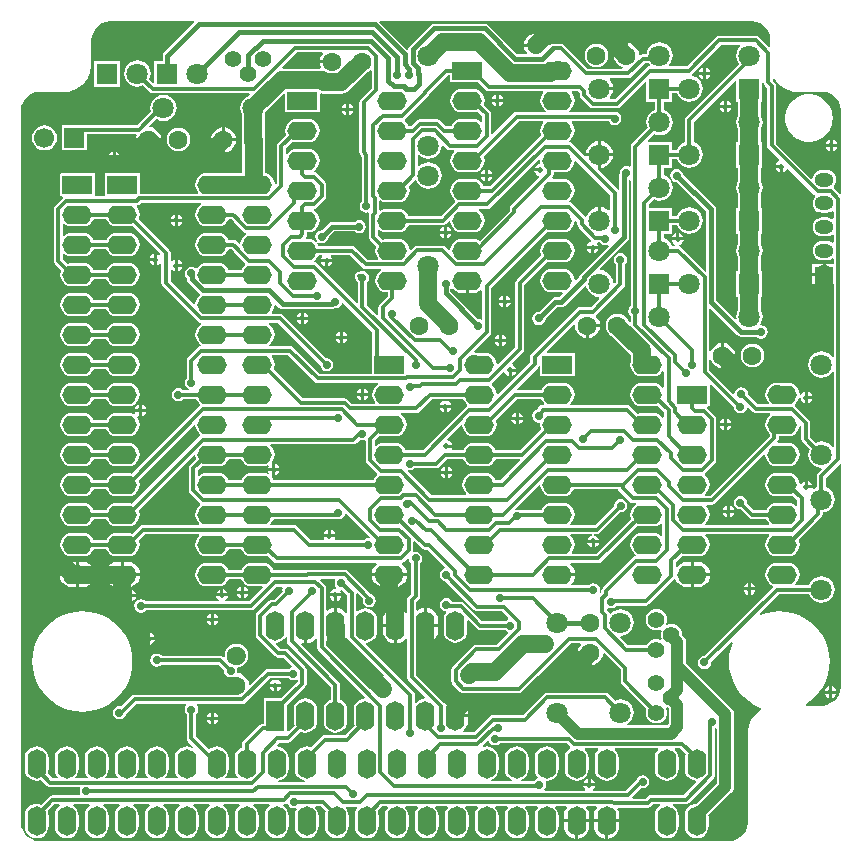
<source format=gtl>
G04*
G04 #@! TF.GenerationSoftware,Altium Limited,Altium Designer,20.2.5 (213)*
G04*
G04 Layer_Physical_Order=1*
G04 Layer_Color=255*
%FSLAX25Y25*%
%MOIN*%
G70*
G04*
G04 #@! TF.SameCoordinates,E836E871-874D-4870-97CC-98E8EA56924C*
G04*
G04*
G04 #@! TF.FilePolarity,Positive*
G04*
G01*
G75*
%ADD27C,0.01378*%
%ADD28C,0.05906*%
%ADD29C,0.01575*%
%ADD30C,0.03937*%
%ADD31R,0.09843X0.06299*%
%ADD32O,0.09843X0.06299*%
%ADD33O,0.06299X0.09843*%
%ADD34R,0.06299X0.09843*%
%ADD35C,0.06299*%
%ADD36C,0.07087*%
%ADD37R,0.07087X0.07087*%
%ADD38C,0.05512*%
%ADD39O,0.06299X0.04724*%
%ADD40R,0.06299X0.04724*%
%ADD41C,0.06693*%
%ADD42R,0.06693X0.06693*%
%ADD43O,0.06299X0.09843*%
%ADD44C,0.01968*%
%ADD45C,0.02756*%
%ADD46C,0.05906*%
G36*
X246317Y274320D02*
X247507Y273827D01*
X248578Y273111D01*
X249489Y272200D01*
X250205Y271129D01*
X250698Y269939D01*
X250949Y268676D01*
X250949Y268032D01*
X250949Y265932D01*
X250487Y265741D01*
X247144Y269084D01*
X246655Y269410D01*
X246079Y269525D01*
X234000D01*
X233424Y269410D01*
X232936Y269084D01*
X223337Y259486D01*
X217275D01*
X217146Y259986D01*
X217783Y260816D01*
X218219Y261870D01*
X218368Y263000D01*
X218219Y264130D01*
X217783Y265184D01*
X217089Y266089D01*
X216184Y266783D01*
X215130Y267219D01*
X214000Y267368D01*
X212870Y267219D01*
X211816Y266783D01*
X210911Y266089D01*
X210217Y265184D01*
X209781Y264130D01*
X209686Y263413D01*
X208450D01*
X207874Y263298D01*
X207668Y263161D01*
X207132Y263404D01*
X207043Y264083D01*
X206625Y265093D01*
X205960Y265960D01*
X205093Y266625D01*
X204083Y267043D01*
X203500Y267120D01*
Y263000D01*
X203000D01*
Y262500D01*
X198880D01*
X198957Y261917D01*
X199375Y260907D01*
X200041Y260040D01*
X200907Y259375D01*
X201753Y259025D01*
X201654Y258525D01*
X190001D01*
X182099Y266427D01*
X181611Y266753D01*
X181035Y266867D01*
X178996D01*
X178492Y266968D01*
X177877Y266846D01*
X177356Y266498D01*
X177295Y266437D01*
X176767Y266616D01*
X176665Y267394D01*
X176266Y268356D01*
X175633Y269181D01*
X174807Y269815D01*
X173846Y270213D01*
X173314Y270283D01*
Y266362D01*
X172814D01*
Y265862D01*
X168893D01*
X168963Y265330D01*
X169361Y264369D01*
X169690Y263940D01*
X169443Y263440D01*
X166594D01*
X156843Y273190D01*
X156323Y273538D01*
X155708Y273661D01*
X155708Y273661D01*
X138817D01*
X138203Y273538D01*
X137682Y273190D01*
X137682Y273190D01*
X130746Y266255D01*
X130398Y265735D01*
X130276Y265120D01*
X130276Y265120D01*
X129776Y264919D01*
X120625Y274071D01*
X120832Y274571D01*
X244409Y274571D01*
X245054D01*
X246317Y274320D01*
D02*
G37*
G36*
X101780Y263621D02*
X101375Y263093D01*
X100957Y262083D01*
X100880Y261500D01*
X105000D01*
Y260500D01*
X100880D01*
X100957Y259917D01*
X101270Y259162D01*
X100970Y258666D01*
X100963Y258662D01*
X88363D01*
X88156Y259162D01*
X93114Y264121D01*
X101534D01*
X101780Y263621D01*
D02*
G37*
G36*
X31591Y274571D02*
X58688D01*
X58895Y274071D01*
X48865Y264041D01*
X48517Y263520D01*
X48394Y262906D01*
X48394Y262906D01*
Y261331D01*
X45669D01*
Y254167D01*
X45169Y253959D01*
X43938Y255191D01*
X44219Y255870D01*
X44368Y257000D01*
X44219Y258131D01*
X43783Y259184D01*
X43089Y260089D01*
X42184Y260783D01*
X41131Y261219D01*
X40000Y261368D01*
X38870Y261219D01*
X37816Y260783D01*
X36911Y260089D01*
X36217Y259184D01*
X35781Y258131D01*
X35632Y257000D01*
X35781Y255870D01*
X36217Y254816D01*
X36911Y253911D01*
X37816Y253217D01*
X38870Y252781D01*
X40000Y252632D01*
X41131Y252781D01*
X41809Y253062D01*
X43955Y250916D01*
X44444Y250590D01*
X45020Y250475D01*
X77299D01*
X77586Y249975D01*
X77446Y249721D01*
X76484Y249322D01*
X75579Y248628D01*
X74885Y247723D01*
X74449Y246670D01*
X74300Y245539D01*
X74449Y244409D01*
X74885Y243355D01*
X74896Y243342D01*
Y236105D01*
X74832Y235952D01*
X74697Y234925D01*
X74832Y233897D01*
X74971Y233562D01*
Y223772D01*
X67952D01*
X67799Y223836D01*
X66772Y223971D01*
X63228D01*
X62201Y223836D01*
X61243Y223439D01*
X60420Y222808D01*
X59789Y221986D01*
X59393Y221028D01*
X59257Y220000D01*
X59393Y218972D01*
X59789Y218015D01*
X60277Y217379D01*
X60038Y216879D01*
X40709D01*
Y223937D01*
X29291D01*
Y216131D01*
X25709D01*
Y223937D01*
X14291D01*
Y216063D01*
X14940D01*
X15120Y215563D01*
X12538Y212981D01*
X12212Y212492D01*
X12097Y211916D01*
Y194626D01*
X12212Y194050D01*
X12538Y193562D01*
X14592Y191508D01*
X14393Y191028D01*
X14257Y190000D01*
X14393Y188972D01*
X14789Y188014D01*
X15420Y187192D01*
X16243Y186561D01*
X17201Y186164D01*
X18228Y186029D01*
X21772D01*
X22799Y186164D01*
X23757Y186561D01*
X24580Y187192D01*
X25211Y188014D01*
X25409Y188495D01*
X29590D01*
X29789Y188014D01*
X30420Y187192D01*
X31243Y186561D01*
X32201Y186164D01*
X33228Y186029D01*
X36772D01*
X37799Y186164D01*
X38757Y186561D01*
X39580Y187192D01*
X40211Y188014D01*
X40607Y188972D01*
X40743Y190000D01*
X40607Y191028D01*
X40211Y191985D01*
X39580Y192808D01*
X38757Y193439D01*
X37799Y193836D01*
X36772Y193971D01*
X33228D01*
X32201Y193836D01*
X31243Y193439D01*
X30420Y192808D01*
X29789Y191985D01*
X29590Y191505D01*
X25409D01*
X25211Y191985D01*
X24580Y192808D01*
X23757Y193439D01*
X22799Y193836D01*
X21772Y193971D01*
X18228D01*
X17201Y193836D01*
X16720Y193637D01*
X15108Y195249D01*
Y196810D01*
X15608Y197048D01*
X16243Y196561D01*
X17201Y196164D01*
X18228Y196029D01*
X21772D01*
X22799Y196164D01*
X23757Y196561D01*
X24580Y197192D01*
X25211Y198014D01*
X25409Y198495D01*
X29590D01*
X29789Y198014D01*
X30420Y197192D01*
X31243Y196561D01*
X32201Y196164D01*
X33228Y196029D01*
X36772D01*
X37799Y196164D01*
X38757Y196561D01*
X39580Y197192D01*
X40211Y198014D01*
X40607Y198972D01*
X40743Y200000D01*
X40607Y201028D01*
X40211Y201986D01*
X39580Y202808D01*
X38757Y203439D01*
X37799Y203836D01*
X36772Y203971D01*
X33228D01*
X32201Y203836D01*
X31243Y203439D01*
X30420Y202808D01*
X29789Y201986D01*
X29590Y201505D01*
X25409D01*
X25211Y201986D01*
X24580Y202808D01*
X23757Y203439D01*
X22799Y203836D01*
X21772Y203971D01*
X18228D01*
X17201Y203836D01*
X16243Y203439D01*
X15608Y202952D01*
X15108Y203190D01*
Y206810D01*
X15608Y207048D01*
X16243Y206561D01*
X17201Y206164D01*
X18228Y206029D01*
X21772D01*
X22799Y206164D01*
X23757Y206561D01*
X24580Y207192D01*
X25211Y208014D01*
X25409Y208495D01*
X29590D01*
X29789Y208014D01*
X30420Y207192D01*
X31243Y206561D01*
X32201Y206164D01*
X33228Y206029D01*
X36772D01*
X37799Y206164D01*
X38280Y206363D01*
X47736Y196907D01*
X47717Y196833D01*
X47148Y196619D01*
X46774Y196869D01*
X46500Y196924D01*
Y195000D01*
Y193076D01*
X46774Y193131D01*
X47431Y193569D01*
X47508Y193684D01*
X48008Y193533D01*
Y187173D01*
X48122Y186597D01*
X48448Y186109D01*
X60248Y174310D01*
X60736Y173983D01*
X61084Y173914D01*
X61171Y173652D01*
X61174Y173386D01*
X60420Y172808D01*
X59789Y171985D01*
X59393Y171028D01*
X59257Y170000D01*
X59393Y168972D01*
X59789Y168015D01*
X60420Y167192D01*
X61174Y166614D01*
X61171Y166348D01*
X61084Y166086D01*
X60736Y166017D01*
X60248Y165690D01*
X56936Y162378D01*
X56609Y161890D01*
X56495Y161314D01*
Y155598D01*
X56439Y155561D01*
X55960Y154845D01*
X55792Y154000D01*
X55960Y153155D01*
X56439Y152439D01*
X57088Y152005D01*
X57081Y151735D01*
X57005Y151505D01*
X55181D01*
X55144Y151561D01*
X54428Y152040D01*
X53583Y152208D01*
X52738Y152040D01*
X52022Y151561D01*
X51543Y150845D01*
X51375Y150000D01*
X51543Y149155D01*
X52022Y148439D01*
X52738Y147960D01*
X53583Y147792D01*
X54428Y147960D01*
X55144Y148439D01*
X55181Y148495D01*
X59591D01*
X59789Y148014D01*
X60420Y147192D01*
X60874Y146844D01*
X60852Y146230D01*
X60659Y146101D01*
X38219Y123662D01*
X37799Y123836D01*
X36772Y123971D01*
X33228D01*
X32201Y123836D01*
X31243Y123439D01*
X30420Y122808D01*
X29789Y121985D01*
X29590Y121505D01*
X25409D01*
X25211Y121985D01*
X24580Y122808D01*
X23757Y123439D01*
X22799Y123836D01*
X21772Y123971D01*
X18228D01*
X17201Y123836D01*
X16243Y123439D01*
X15420Y122808D01*
X14789Y121985D01*
X14393Y121028D01*
X14257Y120000D01*
X14393Y118972D01*
X14789Y118015D01*
X15420Y117192D01*
X16243Y116561D01*
X17201Y116164D01*
X18228Y116029D01*
X21772D01*
X22799Y116164D01*
X23757Y116561D01*
X24580Y117192D01*
X25211Y118015D01*
X25409Y118495D01*
X29590D01*
X29789Y118015D01*
X30420Y117192D01*
X31243Y116561D01*
X32201Y116164D01*
X33228Y116029D01*
X36772D01*
X37799Y116164D01*
X38757Y116561D01*
X39580Y117192D01*
X40211Y118015D01*
X40607Y118972D01*
X40743Y120000D01*
X40607Y121028D01*
X40383Y121568D01*
X58766Y139951D01*
X59288Y139766D01*
X59393Y138972D01*
X59789Y138014D01*
X60420Y137192D01*
X60904Y136821D01*
X60861Y136224D01*
X60622Y136064D01*
X38219Y113662D01*
X37799Y113836D01*
X36772Y113971D01*
X33228D01*
X32201Y113836D01*
X31243Y113439D01*
X30420Y112808D01*
X29789Y111986D01*
X29590Y111505D01*
X25409D01*
X25211Y111986D01*
X24580Y112808D01*
X23757Y113439D01*
X22799Y113836D01*
X21772Y113971D01*
X18228D01*
X17201Y113836D01*
X16243Y113439D01*
X15420Y112808D01*
X14789Y111986D01*
X14393Y111028D01*
X14257Y110000D01*
X14393Y108972D01*
X14789Y108015D01*
X15420Y107192D01*
X16243Y106561D01*
X17201Y106164D01*
X18228Y106029D01*
X21772D01*
X22799Y106164D01*
X23757Y106561D01*
X24580Y107192D01*
X25211Y108015D01*
X25409Y108495D01*
X29590D01*
X29789Y108015D01*
X30420Y107192D01*
X31243Y106561D01*
X32201Y106164D01*
X33228Y106029D01*
X36772D01*
X37799Y106164D01*
X38757Y106561D01*
X39580Y107192D01*
X40211Y108015D01*
X40607Y108972D01*
X40743Y110000D01*
X40607Y111028D01*
X40383Y111568D01*
X58766Y129951D01*
X59288Y129766D01*
X59393Y128972D01*
X59592Y128492D01*
X57538Y126438D01*
X57212Y125950D01*
X57097Y125374D01*
Y118084D01*
X57212Y117508D01*
X57538Y117019D01*
X60622Y113936D01*
X60861Y113776D01*
X60904Y113179D01*
X60420Y112808D01*
X59789Y111986D01*
X59393Y111028D01*
X59257Y110000D01*
X59393Y108972D01*
X59789Y108015D01*
X60420Y107192D01*
X60664Y107005D01*
X60494Y106505D01*
X41772D01*
X41196Y106391D01*
X40707Y106064D01*
X38280Y103637D01*
X37799Y103836D01*
X36772Y103971D01*
X33228D01*
X32201Y103836D01*
X31243Y103439D01*
X30420Y102808D01*
X29789Y101986D01*
X29590Y101505D01*
X25409D01*
X25211Y101986D01*
X24580Y102808D01*
X23757Y103439D01*
X22799Y103836D01*
X21772Y103971D01*
X18228D01*
X17201Y103836D01*
X16243Y103439D01*
X15420Y102808D01*
X14789Y101986D01*
X14393Y101028D01*
X14257Y100000D01*
X14393Y98972D01*
X14789Y98014D01*
X15420Y97192D01*
X16243Y96561D01*
X17201Y96164D01*
X18228Y96029D01*
X21772D01*
X22799Y96164D01*
X23757Y96561D01*
X24580Y97192D01*
X25211Y98014D01*
X25409Y98495D01*
X29590D01*
X29789Y98014D01*
X30420Y97192D01*
X31243Y96561D01*
X32201Y96164D01*
X33228Y96029D01*
X36772D01*
X37799Y96164D01*
X38757Y96561D01*
X39580Y97192D01*
X40211Y98014D01*
X40607Y98972D01*
X40743Y100000D01*
X40607Y101028D01*
X40408Y101508D01*
X42395Y103495D01*
X60494D01*
X60664Y102995D01*
X60420Y102808D01*
X59789Y101986D01*
X59393Y101028D01*
X59257Y100000D01*
X59393Y98972D01*
X59789Y98014D01*
X60420Y97192D01*
X61243Y96561D01*
X62201Y96164D01*
X63228Y96029D01*
X66772D01*
X67799Y96164D01*
X68757Y96561D01*
X69580Y97192D01*
X70211Y98014D01*
X70410Y98495D01*
X74590D01*
X74789Y98014D01*
X75420Y97192D01*
X76243Y96561D01*
X77201Y96164D01*
X78228Y96029D01*
X81772D01*
X82799Y96164D01*
X83280Y96363D01*
X85333Y94310D01*
X85822Y93983D01*
X86398Y93869D01*
X119632D01*
X119802Y93369D01*
X119269Y92959D01*
X118604Y92093D01*
X118185Y91083D01*
X118109Y90500D01*
X129891D01*
X129815Y91083D01*
X129396Y92093D01*
X128731Y92959D01*
X128103Y93441D01*
X128228Y93976D01*
X128264Y93983D01*
X128752Y94310D01*
X130054Y95611D01*
X130489Y95339D01*
X130648Y94540D01*
X131126Y93824D01*
X131182Y93786D01*
Y83442D01*
X130310Y82570D01*
X129983Y82082D01*
X129869Y81505D01*
Y77368D01*
X129369Y77198D01*
X128960Y77731D01*
X128093Y78396D01*
X127083Y78815D01*
X126500Y78891D01*
Y73000D01*
Y67109D01*
X127083Y67185D01*
X128093Y67604D01*
X128960Y68269D01*
X129369Y68802D01*
X129869Y68632D01*
Y55940D01*
X129983Y55364D01*
X130310Y54875D01*
X135951Y49234D01*
X135766Y48712D01*
X134972Y48607D01*
X134014Y48211D01*
X133192Y47580D01*
X133005Y47336D01*
X132505Y47506D01*
Y49686D01*
X132391Y50262D01*
X132064Y50751D01*
X116049Y66766D01*
X116234Y67288D01*
X117028Y67393D01*
X117985Y67789D01*
X118808Y68420D01*
X119439Y69243D01*
X119836Y70201D01*
X119971Y71228D01*
Y74772D01*
X119836Y75799D01*
X119439Y76757D01*
X118808Y77580D01*
X117985Y78211D01*
X117028Y78607D01*
X116000Y78743D01*
X114972Y78607D01*
X114014Y78211D01*
X113379Y77723D01*
X112879Y77962D01*
Y83485D01*
X113379Y83692D01*
X115159Y81912D01*
X115044Y81336D01*
X115212Y80491D01*
X115691Y79774D01*
X116407Y79296D01*
X117252Y79128D01*
X118097Y79296D01*
X118813Y79774D01*
X119291Y80491D01*
X119459Y81336D01*
X119291Y82181D01*
X118813Y82897D01*
X118097Y83375D01*
X117918Y83411D01*
X110244Y91084D01*
X109756Y91410D01*
X109180Y91525D01*
X96695D01*
X96119Y91410D01*
X96043Y91360D01*
X85470D01*
X85211Y91985D01*
X84580Y92808D01*
X83757Y93439D01*
X82799Y93836D01*
X81772Y93971D01*
X78228D01*
X77201Y93836D01*
X76243Y93439D01*
X75420Y92808D01*
X74789Y91985D01*
X74590Y91505D01*
X70410D01*
X70211Y91985D01*
X69580Y92808D01*
X68757Y93439D01*
X67799Y93836D01*
X66772Y93971D01*
X63228D01*
X62201Y93836D01*
X61243Y93439D01*
X60420Y92808D01*
X59789Y91985D01*
X59393Y91028D01*
X59257Y90000D01*
X59393Y88972D01*
X59789Y88015D01*
X60420Y87192D01*
X61243Y86561D01*
X62201Y86164D01*
X63228Y86029D01*
X66772D01*
X67799Y86164D01*
X68757Y86561D01*
X69580Y87192D01*
X70211Y88015D01*
X70410Y88495D01*
X74590D01*
X74789Y88015D01*
X75420Y87192D01*
X76243Y86561D01*
X77201Y86164D01*
X78228Y86029D01*
X81507D01*
X81714Y85529D01*
X77223Y81038D01*
X69393D01*
X69242Y81538D01*
X69596Y81775D01*
X70034Y82431D01*
X70089Y82705D01*
X66242D01*
X66296Y82431D01*
X66735Y81775D01*
X67089Y81538D01*
X66937Y81038D01*
X42788D01*
X42751Y81094D01*
X42035Y81573D01*
X41190Y81741D01*
X40345Y81573D01*
X39629Y81094D01*
X39150Y80378D01*
X38982Y79533D01*
X39150Y78688D01*
X39629Y77972D01*
X40345Y77493D01*
X41190Y77325D01*
X42035Y77493D01*
X42751Y77972D01*
X42788Y78028D01*
X77847D01*
X78423Y78142D01*
X78911Y78469D01*
X86332Y85890D01*
X88307D01*
X88543Y85449D01*
X88501Y85385D01*
X88333Y84541D01*
X88348Y84464D01*
X85466Y81582D01*
X84763D01*
X84187Y81467D01*
X83698Y81141D01*
X79936Y77378D01*
X79609Y76890D01*
X79495Y76314D01*
Y69686D01*
X79609Y69110D01*
X79936Y68622D01*
X85875Y62683D01*
X86363Y62357D01*
X86939Y62242D01*
X88666D01*
X91375Y59533D01*
X91230Y59054D01*
X91155Y59040D01*
X90439Y58561D01*
X90402Y58505D01*
X83542D01*
X82966Y58391D01*
X82478Y58064D01*
X77658Y53244D01*
X77130Y53424D01*
X77043Y54083D01*
X76625Y55093D01*
X75959Y55959D01*
X75093Y56625D01*
X74083Y57043D01*
X73426Y57129D01*
X73135Y57536D01*
X73227Y58000D01*
X73120Y58540D01*
X73440Y59068D01*
X73481Y59092D01*
X74028Y59164D01*
X74985Y59561D01*
X75808Y60192D01*
X76439Y61014D01*
X76836Y61972D01*
X76971Y63000D01*
X76836Y64028D01*
X76439Y64986D01*
X75808Y65808D01*
X74985Y66439D01*
X74028Y66836D01*
X73000Y66971D01*
X71972Y66836D01*
X71014Y66439D01*
X70192Y65808D01*
X69561Y64986D01*
X69164Y64028D01*
X69029Y63000D01*
X69062Y62748D01*
X68768Y62603D01*
X68584Y62553D01*
X68130Y62856D01*
X67554Y62971D01*
X48055D01*
X48018Y63026D01*
X47302Y63505D01*
X46457Y63673D01*
X45612Y63505D01*
X44896Y63026D01*
X44417Y62310D01*
X44249Y61465D01*
X44417Y60620D01*
X44896Y59904D01*
X45612Y59426D01*
X46457Y59258D01*
X47302Y59426D01*
X48018Y59904D01*
X48055Y59960D01*
X66931D01*
X68825Y58066D01*
X68812Y58000D01*
X68980Y57155D01*
X69459Y56439D01*
X69685Y56288D01*
X69781Y55622D01*
X69375Y55093D01*
X68957Y54083D01*
X68880Y53500D01*
X73000D01*
Y52500D01*
X68880D01*
X68957Y51917D01*
X69375Y50907D01*
X69780Y50379D01*
X69534Y49879D01*
X39024D01*
X38448Y49765D01*
X37959Y49438D01*
X34608Y46087D01*
X34000Y46208D01*
X33155Y46040D01*
X32439Y45561D01*
X31960Y44845D01*
X31792Y44000D01*
X31960Y43155D01*
X32439Y42439D01*
X33155Y41960D01*
X34000Y41792D01*
X34845Y41960D01*
X35561Y42439D01*
X36040Y43155D01*
X36066Y43288D01*
X39647Y46869D01*
X56068D01*
X56310Y46369D01*
X55960Y45845D01*
X55792Y45000D01*
X55960Y44155D01*
X56439Y43439D01*
X56495Y43402D01*
Y35346D01*
X56609Y34770D01*
X56936Y34282D01*
X58632Y32585D01*
X58363Y32179D01*
X57406Y32576D01*
X56378Y32711D01*
X55350Y32576D01*
X54392Y32179D01*
X53570Y31548D01*
X52939Y30726D01*
X52542Y29768D01*
X52407Y28740D01*
Y25197D01*
X52542Y24169D01*
X52939Y23211D01*
X53426Y22576D01*
X53188Y22076D01*
X49568D01*
X49330Y22576D01*
X49817Y23211D01*
X50214Y24169D01*
X50349Y25197D01*
Y28740D01*
X50214Y29768D01*
X49817Y30726D01*
X49186Y31548D01*
X48363Y32179D01*
X47406Y32576D01*
X46378Y32711D01*
X45350Y32576D01*
X44392Y32179D01*
X43570Y31548D01*
X42939Y30726D01*
X42542Y29768D01*
X42407Y28740D01*
Y25197D01*
X42542Y24169D01*
X42939Y23211D01*
X43426Y22576D01*
X43188Y22076D01*
X39568D01*
X39329Y22576D01*
X39817Y23211D01*
X40214Y24169D01*
X40349Y25197D01*
Y28740D01*
X40214Y29768D01*
X39817Y30726D01*
X39186Y31548D01*
X38363Y32179D01*
X37406Y32576D01*
X36378Y32711D01*
X35350Y32576D01*
X34392Y32179D01*
X33570Y31548D01*
X32939Y30726D01*
X32542Y29768D01*
X32407Y28740D01*
Y25197D01*
X32542Y24169D01*
X32939Y23211D01*
X33426Y22576D01*
X33188Y22076D01*
X29568D01*
X29329Y22576D01*
X29817Y23211D01*
X30214Y24169D01*
X30349Y25197D01*
Y28740D01*
X30214Y29768D01*
X29817Y30726D01*
X29186Y31548D01*
X28363Y32179D01*
X27406Y32576D01*
X26378Y32711D01*
X25350Y32576D01*
X24393Y32179D01*
X23570Y31548D01*
X22939Y30726D01*
X22542Y29768D01*
X22407Y28740D01*
Y25197D01*
X22542Y24169D01*
X22939Y23211D01*
X23426Y22576D01*
X23188Y22076D01*
X19568D01*
X19330Y22576D01*
X19817Y23211D01*
X20214Y24169D01*
X20349Y25197D01*
Y28740D01*
X20214Y29768D01*
X19817Y30726D01*
X19186Y31548D01*
X18363Y32179D01*
X17406Y32576D01*
X16378Y32711D01*
X15350Y32576D01*
X14392Y32179D01*
X13570Y31548D01*
X12939Y30726D01*
X12542Y29768D01*
X12407Y28740D01*
Y25197D01*
X12542Y24169D01*
X12939Y23211D01*
X13426Y22576D01*
X13188Y22076D01*
X11627D01*
X10015Y23689D01*
X10214Y24169D01*
X10349Y25197D01*
Y28740D01*
X10214Y29768D01*
X9817Y30726D01*
X9186Y31548D01*
X8363Y32179D01*
X7406Y32576D01*
X6378Y32711D01*
X5350Y32576D01*
X4392Y32179D01*
X3570Y31548D01*
X2939Y30726D01*
X2542Y29768D01*
X2407Y28740D01*
Y25197D01*
X2542Y24169D01*
X2939Y23211D01*
X3570Y22389D01*
X4392Y21758D01*
X5350Y21361D01*
X6378Y21226D01*
X7406Y21361D01*
X7886Y21560D01*
X9939Y19507D01*
X10428Y19180D01*
X11004Y19066D01*
X20767D01*
X21002Y18625D01*
X20960Y18561D01*
X20792Y17717D01*
X20960Y16872D01*
X21002Y16808D01*
X20767Y16367D01*
X11594D01*
X11018Y16253D01*
X10530Y15927D01*
X7886Y13282D01*
X7406Y13481D01*
X6378Y13617D01*
X5350Y13481D01*
X4392Y13085D01*
X3570Y12454D01*
X2939Y11631D01*
X2542Y10673D01*
X2407Y9646D01*
Y6102D01*
X2542Y5075D01*
X2939Y4117D01*
X3570Y3294D01*
X4392Y2663D01*
X5350Y2267D01*
X6378Y2131D01*
X7406Y2267D01*
X8363Y2663D01*
X9186Y3294D01*
X9817Y4117D01*
X10214Y5075D01*
X10349Y6102D01*
Y9646D01*
X10214Y10673D01*
X10015Y11154D01*
X12218Y13357D01*
X13926D01*
X14096Y12857D01*
X13570Y12454D01*
X12939Y11631D01*
X12542Y10673D01*
X12407Y9646D01*
Y6102D01*
X12542Y5075D01*
X12939Y4117D01*
X13570Y3294D01*
X14392Y2663D01*
X15350Y2267D01*
X16378Y2131D01*
X17406Y2267D01*
X18363Y2663D01*
X19186Y3294D01*
X19817Y4117D01*
X20214Y5075D01*
X20349Y6102D01*
Y9646D01*
X20214Y10673D01*
X19817Y11631D01*
X19186Y12454D01*
X18660Y12857D01*
X18830Y13357D01*
X23926D01*
X24096Y12857D01*
X23570Y12454D01*
X22939Y11631D01*
X22542Y10673D01*
X22407Y9646D01*
Y6102D01*
X22542Y5075D01*
X22939Y4117D01*
X23570Y3294D01*
X24393Y2663D01*
X25350Y2267D01*
X26378Y2131D01*
X27406Y2267D01*
X28363Y2663D01*
X29186Y3294D01*
X29817Y4117D01*
X30214Y5075D01*
X30349Y6102D01*
Y9646D01*
X30214Y10673D01*
X29817Y11631D01*
X29186Y12454D01*
X28660Y12857D01*
X28830Y13357D01*
X33926D01*
X34096Y12857D01*
X33570Y12454D01*
X32939Y11631D01*
X32542Y10673D01*
X32407Y9646D01*
Y6102D01*
X32542Y5075D01*
X32939Y4117D01*
X33570Y3294D01*
X34392Y2663D01*
X35350Y2267D01*
X36378Y2131D01*
X37406Y2267D01*
X38363Y2663D01*
X39186Y3294D01*
X39817Y4117D01*
X40214Y5075D01*
X40349Y6102D01*
Y9646D01*
X40214Y10673D01*
X39817Y11631D01*
X39186Y12454D01*
X38660Y12857D01*
X38830Y13357D01*
X43926D01*
X44096Y12857D01*
X43570Y12454D01*
X42939Y11631D01*
X42542Y10673D01*
X42407Y9646D01*
Y6102D01*
X42542Y5075D01*
X42939Y4117D01*
X43570Y3294D01*
X44392Y2663D01*
X45350Y2267D01*
X46378Y2131D01*
X47406Y2267D01*
X48363Y2663D01*
X49186Y3294D01*
X49817Y4117D01*
X50214Y5075D01*
X50349Y6102D01*
Y9646D01*
X50214Y10673D01*
X49817Y11631D01*
X49186Y12454D01*
X48660Y12857D01*
X48830Y13357D01*
X53926D01*
X54096Y12857D01*
X53570Y12454D01*
X52939Y11631D01*
X52542Y10673D01*
X52407Y9646D01*
Y6102D01*
X52542Y5075D01*
X52939Y4117D01*
X53570Y3294D01*
X54392Y2663D01*
X55350Y2267D01*
X56378Y2131D01*
X57406Y2267D01*
X58363Y2663D01*
X59186Y3294D01*
X59817Y4117D01*
X60214Y5075D01*
X60349Y6102D01*
Y9646D01*
X60214Y10673D01*
X59817Y11631D01*
X59186Y12454D01*
X58660Y12857D01*
X58830Y13357D01*
X63926D01*
X64096Y12857D01*
X63570Y12454D01*
X62939Y11631D01*
X62542Y10673D01*
X62407Y9646D01*
Y6102D01*
X62542Y5075D01*
X62939Y4117D01*
X63570Y3294D01*
X64392Y2663D01*
X65350Y2267D01*
X66378Y2131D01*
X67406Y2267D01*
X68363Y2663D01*
X69186Y3294D01*
X69817Y4117D01*
X70214Y5075D01*
X70349Y6102D01*
Y9646D01*
X70214Y10673D01*
X69817Y11631D01*
X69186Y12454D01*
X68660Y12857D01*
X68830Y13357D01*
X73926D01*
X74096Y12857D01*
X73570Y12454D01*
X72939Y11631D01*
X72542Y10673D01*
X72407Y9646D01*
Y6102D01*
X72542Y5075D01*
X72939Y4117D01*
X73570Y3294D01*
X74392Y2663D01*
X75350Y2267D01*
X76378Y2131D01*
X77406Y2267D01*
X78363Y2663D01*
X79186Y3294D01*
X79817Y4117D01*
X80214Y5075D01*
X80349Y6102D01*
Y9646D01*
X80214Y10673D01*
X79817Y11631D01*
X79186Y12454D01*
X78660Y12857D01*
X78830Y13357D01*
X83926D01*
X84096Y12857D01*
X83570Y12454D01*
X82939Y11631D01*
X82542Y10673D01*
X82407Y9646D01*
Y6102D01*
X82542Y5075D01*
X82939Y4117D01*
X83570Y3294D01*
X84392Y2663D01*
X85350Y2267D01*
X86378Y2131D01*
X87406Y2267D01*
X88363Y2663D01*
X89186Y3294D01*
X89817Y4117D01*
X90214Y5075D01*
X90349Y6102D01*
Y9646D01*
X90214Y10673D01*
X89817Y11631D01*
X89186Y12454D01*
X88660Y12857D01*
X88668Y13062D01*
X88799Y13381D01*
X89256Y13472D01*
X89531Y13655D01*
X90078Y13466D01*
X90086Y13427D01*
X90565Y12710D01*
X91281Y12232D01*
X92126Y12064D01*
X92734Y12185D01*
X93016Y11731D01*
X92939Y11631D01*
X92542Y10673D01*
X92407Y9646D01*
Y6102D01*
X92542Y5075D01*
X92939Y4117D01*
X93570Y3294D01*
X94393Y2663D01*
X95350Y2267D01*
X96378Y2131D01*
X97406Y2267D01*
X98363Y2663D01*
X99186Y3294D01*
X99817Y4117D01*
X100214Y5075D01*
X100349Y6102D01*
Y9646D01*
X100214Y10673D01*
X99817Y11631D01*
X99330Y12266D01*
X99568Y12766D01*
X101128D01*
X102741Y11154D01*
X102542Y10673D01*
X102407Y9646D01*
Y6102D01*
X102542Y5075D01*
X102939Y4117D01*
X103570Y3294D01*
X104393Y2663D01*
X105350Y2267D01*
X106378Y2131D01*
X107406Y2267D01*
X108363Y2663D01*
X109186Y3294D01*
X109817Y4117D01*
X110214Y5075D01*
X110349Y6102D01*
Y9646D01*
X110214Y10673D01*
X109817Y11631D01*
X109426Y12140D01*
X109673Y12640D01*
X113083D01*
X113330Y12140D01*
X112939Y11631D01*
X112542Y10673D01*
X112407Y9646D01*
Y6102D01*
X112542Y5075D01*
X112939Y4117D01*
X113570Y3294D01*
X114392Y2663D01*
X115350Y2267D01*
X116378Y2131D01*
X117406Y2267D01*
X118363Y2663D01*
X119186Y3294D01*
X119817Y4117D01*
X120214Y5075D01*
X120349Y6102D01*
Y9646D01*
X120214Y10673D01*
X120015Y11154D01*
X121627Y12766D01*
X123188D01*
X123426Y12266D01*
X122939Y11631D01*
X122542Y10673D01*
X122407Y9646D01*
Y6102D01*
X122542Y5075D01*
X122939Y4117D01*
X123570Y3294D01*
X124392Y2663D01*
X125350Y2267D01*
X126378Y2131D01*
X127406Y2267D01*
X128363Y2663D01*
X129186Y3294D01*
X129817Y4117D01*
X130214Y5075D01*
X130349Y6102D01*
Y9646D01*
X130214Y10673D01*
X129817Y11631D01*
X129330Y12266D01*
X129568Y12766D01*
X133188D01*
X133426Y12266D01*
X132939Y11631D01*
X132542Y10673D01*
X132407Y9646D01*
Y6102D01*
X132542Y5075D01*
X132939Y4117D01*
X133570Y3294D01*
X134392Y2663D01*
X135350Y2267D01*
X136378Y2131D01*
X137406Y2267D01*
X138363Y2663D01*
X139186Y3294D01*
X139817Y4117D01*
X140214Y5075D01*
X140349Y6102D01*
Y9646D01*
X140214Y10673D01*
X139817Y11631D01*
X139330Y12266D01*
X139568Y12766D01*
X143188D01*
X143426Y12266D01*
X142939Y11631D01*
X142542Y10673D01*
X142407Y9646D01*
Y6102D01*
X142542Y5075D01*
X142939Y4117D01*
X143570Y3294D01*
X144393Y2663D01*
X145350Y2267D01*
X146378Y2131D01*
X147406Y2267D01*
X148363Y2663D01*
X149186Y3294D01*
X149817Y4117D01*
X150214Y5075D01*
X150349Y6102D01*
Y9646D01*
X150214Y10673D01*
X149817Y11631D01*
X149329Y12266D01*
X149568Y12766D01*
X153188D01*
X153426Y12266D01*
X152939Y11631D01*
X152542Y10673D01*
X152407Y9646D01*
Y6102D01*
X152542Y5075D01*
X152939Y4117D01*
X153570Y3294D01*
X154392Y2663D01*
X155350Y2267D01*
X156378Y2131D01*
X157406Y2267D01*
X158363Y2663D01*
X159186Y3294D01*
X159817Y4117D01*
X160214Y5075D01*
X160349Y6102D01*
Y9646D01*
X160214Y10673D01*
X159817Y11631D01*
X159329Y12266D01*
X159568Y12766D01*
X163188D01*
X163426Y12266D01*
X162939Y11631D01*
X162542Y10673D01*
X162407Y9646D01*
Y6102D01*
X162542Y5075D01*
X162939Y4117D01*
X163570Y3294D01*
X164392Y2663D01*
X165350Y2267D01*
X166378Y2131D01*
X167406Y2267D01*
X168363Y2663D01*
X169186Y3294D01*
X169817Y4117D01*
X170214Y5075D01*
X170349Y6102D01*
Y9646D01*
X170214Y10673D01*
X169817Y11631D01*
X169330Y12266D01*
X169568Y12766D01*
X173188D01*
X173426Y12266D01*
X172939Y11631D01*
X172542Y10673D01*
X172407Y9646D01*
Y6102D01*
X172542Y5075D01*
X172939Y4117D01*
X173570Y3294D01*
X174392Y2663D01*
X175350Y2267D01*
X176378Y2131D01*
X177406Y2267D01*
X178363Y2663D01*
X179186Y3294D01*
X179817Y4117D01*
X180214Y5075D01*
X180349Y6102D01*
Y9646D01*
X180214Y10673D01*
X179817Y11631D01*
X179330Y12266D01*
X179568Y12766D01*
X182912D01*
X183158Y12266D01*
X182753Y11738D01*
X182335Y10729D01*
X182193Y9646D01*
Y8374D01*
X186378D01*
X190563D01*
Y9646D01*
X190421Y10729D01*
X190003Y11738D01*
X189597Y12266D01*
X189844Y12766D01*
X192912D01*
X193158Y12266D01*
X192753Y11738D01*
X192335Y10729D01*
X192192Y9646D01*
Y8374D01*
X196378D01*
Y7874D01*
D01*
Y8374D01*
X200563D01*
Y9646D01*
X200421Y10729D01*
X200003Y11738D01*
X199893Y11881D01*
X200114Y12329D01*
X210144D01*
X210720Y12444D01*
X211209Y12770D01*
X211933Y13495D01*
X214138D01*
X214275Y12995D01*
X213570Y12454D01*
X212939Y11631D01*
X212542Y10673D01*
X212407Y9646D01*
Y6102D01*
X212542Y5075D01*
X212939Y4117D01*
X213570Y3294D01*
X214392Y2663D01*
X215350Y2267D01*
X216378Y2131D01*
X217406Y2267D01*
X218363Y2663D01*
X219186Y3294D01*
X219817Y4117D01*
X220214Y5075D01*
X220349Y6102D01*
Y9646D01*
X220214Y10673D01*
X219817Y11631D01*
X219186Y12454D01*
X218481Y12995D01*
X218618Y13495D01*
X222723D01*
X223299Y13609D01*
X223788Y13936D01*
X232068Y22216D01*
X232395Y22705D01*
X232509Y23281D01*
Y38681D01*
X232720Y38807D01*
X233220Y38524D01*
Y20419D01*
X226413Y13612D01*
X226378Y13617D01*
X225350Y13481D01*
X224393Y13085D01*
X223570Y12454D01*
X222939Y11631D01*
X222542Y10673D01*
X222407Y9646D01*
Y6102D01*
X222542Y5075D01*
X222939Y4117D01*
X223570Y3294D01*
X224393Y2663D01*
X225350Y2267D01*
X226378Y2131D01*
X227406Y2267D01*
X228363Y2663D01*
X229186Y3294D01*
X229817Y4117D01*
X230214Y5075D01*
X230349Y6102D01*
Y9646D01*
X230344Y9681D01*
X237965Y17302D01*
X238407Y17878D01*
X238685Y18548D01*
X238780Y19268D01*
Y43500D01*
X238685Y44219D01*
X238407Y44890D01*
X237965Y45465D01*
X222780Y60651D01*
Y67574D01*
X222685Y68293D01*
X222407Y68964D01*
X221966Y69539D01*
X221566Y69939D01*
X221574Y70000D01*
X221452Y70925D01*
X221095Y71787D01*
X220527Y72527D01*
X219787Y73095D01*
X218925Y73452D01*
X218000Y73574D01*
X217075Y73452D01*
X216665Y73282D01*
X216282Y73665D01*
X216452Y74075D01*
X216574Y75000D01*
X216452Y75925D01*
X216095Y76787D01*
X215527Y77527D01*
X214787Y78095D01*
X213925Y78452D01*
X213000Y78574D01*
X212075Y78452D01*
X211213Y78095D01*
X210473Y77527D01*
X209905Y76787D01*
X209548Y75925D01*
X209426Y75000D01*
X209548Y74075D01*
X209905Y73213D01*
X210473Y72473D01*
X211213Y71905D01*
X212075Y71548D01*
X213000Y71426D01*
X213925Y71548D01*
X214335Y71718D01*
X214718Y71335D01*
X214548Y70925D01*
X214426Y70000D01*
X214548Y69075D01*
X214718Y68665D01*
X214335Y68282D01*
X213925Y68452D01*
X213000Y68574D01*
X212075Y68452D01*
X211213Y68095D01*
X210473Y67527D01*
X209905Y66787D01*
X209788Y66505D01*
X203525D01*
X200831Y69199D01*
X201093Y69644D01*
X202131Y69781D01*
X203184Y70217D01*
X204089Y70911D01*
X204783Y71816D01*
X205219Y72869D01*
X205368Y74000D01*
X205219Y75130D01*
X204783Y76184D01*
X204089Y77089D01*
X203184Y77783D01*
X202131Y78219D01*
X201000Y78368D01*
X199870Y78219D01*
X198816Y77783D01*
X197911Y77089D01*
X197790Y76931D01*
X197255Y77055D01*
X197225Y77206D01*
X196899Y77695D01*
X196450Y78144D01*
Y78669D01*
X196891Y78905D01*
X196954Y78862D01*
X197799Y78694D01*
X198644Y78862D01*
X199360Y79341D01*
X199532Y79598D01*
X209417D01*
X209993Y79712D01*
X210481Y80039D01*
X218854Y88411D01*
X219432Y88321D01*
X219604Y87907D01*
X220269Y87041D01*
X221136Y86375D01*
X222145Y85957D01*
X223228Y85815D01*
X224500D01*
Y90000D01*
Y94185D01*
X223228D01*
X222145Y94043D01*
X221136Y93625D01*
X220269Y92959D01*
X219992Y92599D01*
X219493Y92769D01*
Y94135D01*
X221720Y96363D01*
X222201Y96164D01*
X223228Y96029D01*
X226772D01*
X227799Y96164D01*
X228757Y96561D01*
X229580Y97192D01*
X230211Y98014D01*
X230607Y98972D01*
X230743Y100000D01*
X230607Y101028D01*
X230211Y101986D01*
X229580Y102808D01*
X229336Y102995D01*
X229506Y103495D01*
X250494D01*
X250664Y102995D01*
X250420Y102808D01*
X249789Y101986D01*
X249393Y101028D01*
X249257Y100000D01*
X249393Y98972D01*
X249789Y98014D01*
X250420Y97192D01*
X251243Y96561D01*
X252201Y96164D01*
X253228Y96029D01*
X256772D01*
X257799Y96164D01*
X258757Y96561D01*
X259580Y97192D01*
X260211Y98014D01*
X260607Y98972D01*
X260743Y100000D01*
X260607Y101028D01*
X260408Y101508D01*
X267972Y109072D01*
X268298Y109560D01*
X268413Y110136D01*
Y110686D01*
X269130Y110781D01*
X270184Y111217D01*
X271089Y111911D01*
X271783Y112816D01*
X272219Y113870D01*
X272368Y115000D01*
X272219Y116130D01*
X271783Y117184D01*
X271089Y118089D01*
X270184Y118783D01*
X269505Y119064D01*
Y122278D01*
X274109Y126881D01*
X274571Y126690D01*
X274571Y53150D01*
X274571Y52474D01*
X274308Y51150D01*
X273791Y49903D01*
X273041Y48780D01*
X272086Y47825D01*
X270963Y47075D01*
X269716Y46558D01*
X268392Y46295D01*
X262912D01*
X262760Y46795D01*
X264145Y47721D01*
X265794Y49167D01*
X267240Y50816D01*
X268459Y52640D01*
X269429Y54607D01*
X270134Y56684D01*
X270562Y58835D01*
X270705Y61024D01*
X270562Y63212D01*
X270134Y65364D01*
X269429Y67440D01*
X268459Y69408D01*
X267240Y71231D01*
X265794Y72881D01*
X264145Y74327D01*
X262321Y75545D01*
X260354Y76515D01*
X258277Y77220D01*
X256126Y77648D01*
X253937Y77792D01*
X251748Y77648D01*
X249597Y77220D01*
X247682Y76570D01*
X247411Y77007D01*
X253900Y83495D01*
X263936D01*
X264217Y82816D01*
X264911Y81911D01*
X265816Y81217D01*
X266869Y80781D01*
X268000Y80632D01*
X269130Y80781D01*
X270184Y81217D01*
X271089Y81911D01*
X271783Y82816D01*
X272219Y83869D01*
X272368Y85000D01*
X272219Y86130D01*
X271783Y87184D01*
X271089Y88089D01*
X270184Y88783D01*
X269130Y89219D01*
X268000Y89368D01*
X266869Y89219D01*
X265816Y88783D01*
X264911Y88089D01*
X264217Y87184D01*
X263936Y86505D01*
X259506D01*
X259336Y87005D01*
X259580Y87192D01*
X260211Y88015D01*
X260607Y88972D01*
X260743Y90000D01*
X260607Y91028D01*
X260211Y91985D01*
X259580Y92808D01*
X258757Y93439D01*
X257799Y93836D01*
X256772Y93971D01*
X253228D01*
X252201Y93836D01*
X251243Y93439D01*
X250420Y92808D01*
X249789Y91985D01*
X249393Y91028D01*
X249257Y90000D01*
X249393Y88972D01*
X249789Y88015D01*
X250420Y87192D01*
X251243Y86561D01*
X251779Y86339D01*
X251896Y85749D01*
X229033Y62886D01*
X229000Y62892D01*
X228155Y62724D01*
X227439Y62245D01*
X226960Y61529D01*
X226792Y60684D01*
X226960Y59839D01*
X227439Y59123D01*
X228155Y58645D01*
X229000Y58477D01*
X229845Y58645D01*
X230561Y59123D01*
X231040Y59839D01*
X231208Y60684D01*
X231188Y60783D01*
X237954Y67549D01*
X238390Y67278D01*
X237740Y65364D01*
X237312Y63212D01*
X237169Y61024D01*
X237312Y58835D01*
X237740Y56684D01*
X238445Y54607D01*
X239415Y52640D01*
X240634Y50816D01*
X242080Y49167D01*
X243729Y47721D01*
X245553Y46502D01*
X247520Y45532D01*
X247771Y45447D01*
X247844Y44894D01*
X246908Y44269D01*
X246837Y44198D01*
X246754Y44142D01*
X245621Y43010D01*
X245566Y42926D01*
X245495Y42856D01*
X244605Y41524D01*
X244566Y41431D01*
X244511Y41348D01*
X243898Y39868D01*
X243878Y39770D01*
X243840Y39677D01*
X243528Y38107D01*
Y38031D01*
X243509Y37958D01*
X243470Y37157D01*
X243474Y37132D01*
X243469Y37107D01*
Y7874D01*
X243469Y7199D01*
X243205Y5875D01*
X242688Y4627D01*
X241938Y3505D01*
X240984Y2550D01*
X239861Y1800D01*
X238614Y1283D01*
X237289Y1020D01*
X7312D01*
X5964Y1288D01*
X4693Y1814D01*
X3550Y2578D01*
X2578Y3550D01*
X1814Y4693D01*
X1288Y5964D01*
X1020Y7312D01*
X1020Y8000D01*
X1020Y244000D01*
X1020Y244684D01*
X1287Y246027D01*
X1810Y247292D01*
X2571Y248430D01*
X3539Y249398D01*
X4677Y250158D01*
X5942Y250682D01*
X7284Y250949D01*
X7968Y250949D01*
X15590Y250949D01*
X15615Y250954D01*
X15641Y250950D01*
X16428Y250989D01*
X16501Y251007D01*
X16577D01*
X18121Y251314D01*
X18214Y251353D01*
X18312Y251372D01*
X19767Y251975D01*
X19850Y252031D01*
X19943Y252069D01*
X21252Y252944D01*
X21323Y253015D01*
X21407Y253071D01*
X22520Y254184D01*
X22576Y254267D01*
X22647Y254338D01*
X23521Y255647D01*
X23560Y255740D01*
X23616Y255824D01*
X24218Y257278D01*
X24238Y257377D01*
X24276Y257470D01*
X24583Y259014D01*
Y259089D01*
X24602Y259163D01*
X24640Y259950D01*
X24637Y259975D01*
X24642Y260000D01*
X24642Y267622D01*
X24642Y268306D01*
X24909Y269649D01*
X25432Y270914D01*
X26193Y272052D01*
X27161Y273020D01*
X28299Y273780D01*
X29564Y274304D01*
X30906Y274571D01*
X31591Y274571D01*
D02*
G37*
G36*
X118121Y257810D02*
Y252183D01*
X114378Y248441D01*
X114052Y247952D01*
X113937Y247376D01*
Y230702D01*
X114052Y230126D01*
X114378Y229637D01*
X114754Y229261D01*
Y214436D01*
X114699Y214398D01*
X114220Y213682D01*
X114052Y212837D01*
X114220Y211992D01*
X114699Y211276D01*
X115415Y210797D01*
X116260Y210629D01*
X116789Y210735D01*
X116861Y210693D01*
X117174Y210301D01*
X117097Y209916D01*
Y202626D01*
X117212Y202050D01*
X117538Y201562D01*
X119592Y199508D01*
X119393Y199028D01*
X119257Y198000D01*
X119393Y196972D01*
X119789Y196014D01*
X120277Y195379D01*
X120038Y194879D01*
X116803D01*
X112618Y199064D01*
X112129Y199391D01*
X111553Y199505D01*
X100409D01*
X100211Y199986D01*
X99817Y200499D01*
X100163Y200869D01*
X100651Y200543D01*
X101496Y200375D01*
X102341Y200543D01*
X103057Y201021D01*
X103536Y201737D01*
X103688Y202504D01*
X105579Y204394D01*
X112403D01*
X113053Y203960D01*
X113898Y203792D01*
X114743Y203960D01*
X115459Y204439D01*
X115937Y205155D01*
X116105Y206000D01*
X115937Y206845D01*
X115459Y207561D01*
X114743Y208040D01*
X113898Y208208D01*
X113053Y208040D01*
X112403Y207606D01*
X104914D01*
X104299Y207483D01*
X103778Y207135D01*
X103778Y207135D01*
X101418Y204774D01*
X100651Y204622D01*
X99935Y204144D01*
X99456Y203427D01*
X99288Y202582D01*
X99456Y201737D01*
X99737Y201317D01*
X99367Y200971D01*
X98757Y201439D01*
X97799Y201836D01*
X96772Y201971D01*
X96301D01*
X96133Y202471D01*
X96391Y202857D01*
X96505Y203433D01*
Y204029D01*
X96772D01*
X97799Y204164D01*
X98757Y204561D01*
X99580Y205192D01*
X100211Y206014D01*
X100607Y206972D01*
X100743Y208000D01*
X100607Y209028D01*
X100211Y209985D01*
X99580Y210808D01*
X98826Y211386D01*
X98829Y211652D01*
X98916Y211914D01*
X99264Y211983D01*
X99752Y212310D01*
X102462Y215019D01*
X102788Y215508D01*
X102903Y216084D01*
Y219916D01*
X102788Y220492D01*
X102462Y220981D01*
X99752Y223690D01*
X99264Y224017D01*
X98916Y224086D01*
X98829Y224348D01*
X98826Y224614D01*
X99580Y225192D01*
X100211Y226014D01*
X100607Y226972D01*
X100743Y228000D01*
X100607Y229028D01*
X100211Y229985D01*
X99580Y230808D01*
X98757Y231439D01*
X97799Y231836D01*
X96772Y231971D01*
X93228D01*
X92201Y231836D01*
X91243Y231439D01*
X90420Y230808D01*
X89992Y230250D01*
X89492Y230420D01*
Y232135D01*
X91720Y234363D01*
X92201Y234164D01*
X93228Y234029D01*
X96772D01*
X97799Y234164D01*
X98757Y234561D01*
X99580Y235192D01*
X100211Y236015D01*
X100607Y236972D01*
X100743Y238000D01*
X100607Y239028D01*
X100211Y239985D01*
X99580Y240808D01*
X98757Y241439D01*
X97799Y241836D01*
X96772Y241971D01*
X93228D01*
X92201Y241836D01*
X91243Y241439D01*
X90420Y240808D01*
X89789Y239985D01*
X89393Y239028D01*
X89257Y238000D01*
X89393Y236972D01*
X89592Y236492D01*
X86923Y233823D01*
X86597Y233335D01*
X86482Y232759D01*
Y220447D01*
X86184Y220210D01*
X85690Y220398D01*
X85607Y221028D01*
X85211Y221986D01*
X84580Y222808D01*
X83757Y223439D01*
X82799Y223836D01*
X82516Y223873D01*
Y233989D01*
X82639Y234925D01*
X82503Y235952D01*
X82440Y236105D01*
Y243342D01*
X82451Y243355D01*
X82887Y244409D01*
X82889Y244426D01*
X88829Y250366D01*
X89291Y250174D01*
Y244063D01*
X100709D01*
Y250250D01*
X101124Y250528D01*
X101274Y250466D01*
X102250Y250338D01*
X108004D01*
X108980Y250466D01*
X109890Y250843D01*
X110671Y251443D01*
X116651Y257422D01*
X116985Y257561D01*
X117621Y258049D01*
X118121Y257810D01*
D02*
G37*
G36*
X210854Y259986D02*
X210832Y259759D01*
X210678Y259460D01*
X210230Y259371D01*
X209741Y259045D01*
X199182Y248486D01*
X197660D01*
X197414Y248986D01*
X197969Y249709D01*
X198426Y250814D01*
X198517Y251500D01*
X194000D01*
Y252500D01*
X198517D01*
X198426Y253186D01*
X197969Y254291D01*
X197414Y255014D01*
X197660Y255514D01*
X203562D01*
X204138Y255629D01*
X204626Y255955D01*
X209073Y260402D01*
X210535D01*
X210854Y259986D01*
D02*
G37*
G36*
X240854Y266014D02*
X240217Y265184D01*
X239781Y264130D01*
X239632Y263000D01*
X239781Y261870D01*
X240217Y260816D01*
X240641Y260263D01*
X222936Y242558D01*
X222609Y242069D01*
X222495Y241493D01*
Y234064D01*
X221816Y233783D01*
X220911Y233089D01*
X220217Y232184D01*
X219936Y231505D01*
X218331D01*
Y234331D01*
X210331D01*
X210140Y234793D01*
X212191Y236844D01*
X212870Y236563D01*
X214000Y236414D01*
X215130Y236563D01*
X216184Y236999D01*
X217089Y237693D01*
X217783Y238598D01*
X218219Y239651D01*
X218368Y240782D01*
X218219Y241912D01*
X217783Y242966D01*
X217089Y243870D01*
X216184Y244565D01*
X215505Y244846D01*
Y247669D01*
X218331D01*
Y250495D01*
X219936D01*
X220217Y249816D01*
X220911Y248911D01*
X221816Y248217D01*
X222869Y247781D01*
X224000Y247632D01*
X225131Y247781D01*
X226184Y248217D01*
X227089Y248911D01*
X227783Y249816D01*
X228219Y250869D01*
X228368Y252000D01*
X228219Y253131D01*
X227783Y254184D01*
X227089Y255089D01*
X226184Y255783D01*
X225131Y256219D01*
X224923Y256246D01*
X224802Y256767D01*
X225025Y256916D01*
X234624Y266514D01*
X240725D01*
X240854Y266014D01*
D02*
G37*
G36*
X209669Y254062D02*
Y247669D01*
X212495D01*
Y244846D01*
X211816Y244565D01*
X210911Y243870D01*
X210217Y242966D01*
X209781Y241912D01*
X209632Y240782D01*
X209781Y239651D01*
X210062Y238973D01*
X204790Y233701D01*
X204464Y233212D01*
X204349Y232636D01*
Y226233D01*
X203908Y225997D01*
X203845Y226040D01*
X203000Y226208D01*
X202155Y226040D01*
X201439Y225561D01*
X200960Y224845D01*
X200792Y224000D01*
X200805Y223935D01*
X200740Y223837D01*
X200617Y223223D01*
X200617Y223223D01*
Y218460D01*
X200117Y218309D01*
X200084Y218358D01*
X193427Y225015D01*
X193500Y225163D01*
Y229500D01*
X189163D01*
X189015Y229427D01*
X184752Y233690D01*
X184264Y234017D01*
X183916Y234086D01*
X183829Y234348D01*
X183826Y234614D01*
X184580Y235192D01*
X185211Y236015D01*
X185607Y236972D01*
X185743Y238000D01*
X185607Y239028D01*
X185211Y239985D01*
X184723Y240621D01*
X184962Y241121D01*
X197101D01*
X197557Y240439D01*
X198273Y239960D01*
X199118Y239792D01*
X199963Y239960D01*
X200679Y240439D01*
X201158Y241155D01*
X201326Y242000D01*
X201158Y242845D01*
X200679Y243561D01*
X199963Y244040D01*
X199118Y244208D01*
X198426Y244070D01*
X198119Y244131D01*
X183981D01*
X183916Y244256D01*
X183849Y244631D01*
X184580Y245192D01*
X185211Y246014D01*
X185607Y246972D01*
X185743Y248000D01*
X185607Y249028D01*
X185211Y249986D01*
X184723Y250621D01*
X184962Y251121D01*
X186904D01*
X187475Y250549D01*
Y249921D01*
X187590Y249345D01*
X187916Y248856D01*
X190856Y245916D01*
X191345Y245590D01*
X191921Y245475D01*
X199806D01*
X200382Y245590D01*
X200870Y245916D01*
X209207Y254253D01*
X209669Y254062D01*
D02*
G37*
G36*
X144291Y254063D02*
X153580D01*
X156081Y251562D01*
X156570Y251235D01*
X157146Y251121D01*
X175038D01*
X175277Y250621D01*
X174789Y249986D01*
X174393Y249028D01*
X174257Y248000D01*
X174393Y246972D01*
X174789Y246014D01*
X175420Y245192D01*
X176151Y244631D01*
X176084Y244256D01*
X176019Y244131D01*
X166398D01*
X165822Y244017D01*
X165333Y243690D01*
X158365Y236722D01*
X157903Y236913D01*
Y243374D01*
X157788Y243950D01*
X157462Y244438D01*
X155408Y246492D01*
X155607Y246972D01*
X155743Y248000D01*
X155607Y249028D01*
X155211Y249986D01*
X154580Y250808D01*
X153757Y251439D01*
X152799Y251836D01*
X151772Y251971D01*
X148228D01*
X147201Y251836D01*
X146243Y251439D01*
X145420Y250808D01*
X144789Y249986D01*
X144393Y249028D01*
X144257Y248000D01*
X144393Y246972D01*
X144789Y246014D01*
X145420Y245192D01*
X146243Y244561D01*
X147201Y244164D01*
X148228Y244029D01*
X151772D01*
X152799Y244164D01*
X153280Y244363D01*
X154892Y242751D01*
Y241190D01*
X154392Y240952D01*
X153757Y241439D01*
X152799Y241836D01*
X151772Y241971D01*
X148228D01*
X147201Y241836D01*
X146243Y241439D01*
X145420Y240808D01*
X144789Y239985D01*
X144590Y239505D01*
X142785D01*
X141041Y241249D01*
X140552Y241576D01*
X139976Y241690D01*
X134024D01*
X133448Y241576D01*
X132959Y241249D01*
X131215Y239505D01*
X130410D01*
X130211Y239985D01*
X129580Y240808D01*
X129096Y241179D01*
X129139Y241776D01*
X129378Y241936D01*
X136914Y249472D01*
X137241Y249960D01*
X137275Y250135D01*
X143635Y256495D01*
X144291D01*
Y254063D01*
D02*
G37*
G36*
X239669Y254380D02*
Y247669D01*
X240228D01*
Y242980D01*
X240217Y242966D01*
X239781Y241912D01*
X239632Y240782D01*
X239781Y239651D01*
X240217Y238598D01*
X240228Y238584D01*
Y234331D01*
X239669D01*
Y225669D01*
X240228D01*
Y221198D01*
X240217Y221184D01*
X239781Y220130D01*
X239632Y219000D01*
X239781Y217869D01*
X240217Y216816D01*
X240228Y216802D01*
Y212331D01*
X239669D01*
Y203669D01*
X240228D01*
Y200198D01*
X240217Y200184D01*
X239781Y199130D01*
X239632Y198000D01*
X239781Y196870D01*
X240217Y195816D01*
X240228Y195802D01*
Y191331D01*
X239669D01*
Y182669D01*
X240228D01*
Y178198D01*
X240217Y178184D01*
X239781Y177130D01*
X239632Y176000D01*
X239731Y175247D01*
X239258Y175013D01*
X232889Y181382D01*
Y211717D01*
X232889Y211717D01*
X232767Y212331D01*
X232419Y212852D01*
X232419Y212852D01*
X221895Y223376D01*
X221802Y223845D01*
X221323Y224561D01*
X220607Y225040D01*
X219762Y225208D01*
X218917Y225040D01*
X218201Y224561D01*
X217722Y223845D01*
X217554Y223000D01*
X217722Y222155D01*
X218090Y221606D01*
X217683Y221314D01*
X217089Y222089D01*
X216184Y222783D01*
X215505Y223064D01*
Y225669D01*
X218331D01*
Y228495D01*
X219936D01*
X220217Y227816D01*
X220911Y226911D01*
X221816Y226217D01*
X222869Y225781D01*
X224000Y225632D01*
X225131Y225781D01*
X226184Y226217D01*
X227089Y226911D01*
X227783Y227816D01*
X228219Y228870D01*
X228368Y230000D01*
X228219Y231131D01*
X227783Y232184D01*
X227089Y233089D01*
X226184Y233783D01*
X225505Y234064D01*
Y240870D01*
X239207Y254572D01*
X239669Y254380D01*
D02*
G37*
G36*
X175277Y240621D02*
X174789Y239985D01*
X174393Y239028D01*
X174257Y238000D01*
X174393Y236972D01*
X174592Y236492D01*
X157605Y219505D01*
X155410D01*
X155211Y219986D01*
X154580Y220808D01*
X153757Y221439D01*
X152799Y221836D01*
X151772Y221971D01*
X148228D01*
X147201Y221836D01*
X146243Y221439D01*
X145420Y220808D01*
X144789Y219986D01*
X144393Y219028D01*
X144257Y218000D01*
X144393Y216972D01*
X144789Y216015D01*
X145420Y215192D01*
X145837Y214873D01*
X145816Y214258D01*
X141063Y209505D01*
X130410D01*
X130211Y209985D01*
X129580Y210808D01*
X128757Y211439D01*
X127799Y211836D01*
X126772Y211971D01*
X123228D01*
X122201Y211836D01*
X121243Y211439D01*
X121068Y211305D01*
X120619Y211526D01*
Y214474D01*
X121068Y214695D01*
X121243Y214561D01*
X122201Y214164D01*
X123228Y214029D01*
X126772D01*
X127799Y214164D01*
X128757Y214561D01*
X129580Y215192D01*
X130211Y216015D01*
X130607Y216972D01*
X130743Y218000D01*
X130607Y219028D01*
X130408Y219508D01*
X132395Y221495D01*
X132985Y221377D01*
X133217Y220816D01*
X133911Y219911D01*
X134816Y219217D01*
X135870Y218781D01*
X137000Y218632D01*
X138130Y218781D01*
X139184Y219217D01*
X140089Y219911D01*
X140783Y220816D01*
X141219Y221869D01*
X141368Y223000D01*
X141219Y224131D01*
X140783Y225184D01*
X140089Y226089D01*
X139184Y226783D01*
X138130Y227219D01*
X137000Y227368D01*
X135870Y227219D01*
X134816Y226783D01*
X133986Y226146D01*
X133486Y226275D01*
Y229725D01*
X133986Y229854D01*
X134816Y229217D01*
X135870Y228781D01*
X137000Y228632D01*
X138130Y228781D01*
X139184Y229217D01*
X140089Y229911D01*
X140783Y230816D01*
X141219Y231870D01*
X141356Y232907D01*
X141801Y233169D01*
X143035Y231936D01*
X143523Y231609D01*
X144099Y231495D01*
X145494D01*
X145664Y230995D01*
X145420Y230808D01*
X144789Y229985D01*
X144393Y229028D01*
X144257Y228000D01*
X144393Y226972D01*
X144789Y226014D01*
X145420Y225192D01*
X146243Y224561D01*
X147201Y224164D01*
X148228Y224029D01*
X151772D01*
X152799Y224164D01*
X153757Y224561D01*
X154580Y225192D01*
X155211Y226014D01*
X155607Y226972D01*
X155743Y228000D01*
X155607Y229028D01*
X155408Y229508D01*
X167021Y241121D01*
X175038D01*
X175277Y240621D01*
D02*
G37*
G36*
X252951Y254350D02*
X253022Y254279D01*
X253078Y254195D01*
X254195Y253078D01*
X254279Y253022D01*
X254350Y252951D01*
X255664Y252073D01*
X255757Y252034D01*
X255840Y251979D01*
X257301Y251374D01*
X257399Y251354D01*
X257492Y251316D01*
X259042Y251007D01*
X259118D01*
X259191Y250989D01*
X259981Y250950D01*
X260007Y250954D01*
X260032Y250949D01*
X268032D01*
X268676Y250949D01*
X269939Y250698D01*
X271129Y250205D01*
X272200Y249489D01*
X273111Y248578D01*
X273827Y247507D01*
X274320Y246317D01*
X274571Y245054D01*
X274571Y244409D01*
Y217175D01*
X274109Y216984D01*
X272343Y218749D01*
X272181Y218858D01*
X272125Y219055D01*
X272124Y219493D01*
X272539Y220034D01*
X272856Y220800D01*
X272964Y221622D01*
X272856Y222444D01*
X272539Y223210D01*
X272034Y223868D01*
X271376Y224373D01*
X270610Y224691D01*
X269787Y224799D01*
X268213D01*
X267390Y224691D01*
X266624Y224373D01*
X265966Y223868D01*
X265461Y223210D01*
X265144Y222444D01*
X265104Y222138D01*
X264576Y221959D01*
X252887Y233648D01*
Y252938D01*
X252773Y253514D01*
X252446Y254002D01*
X251785Y254663D01*
Y255195D01*
X252285Y255347D01*
X252951Y254350D01*
D02*
G37*
G36*
X218201Y221439D02*
X218917Y220960D01*
X219762Y220792D01*
X219908Y220821D01*
X229678Y211052D01*
Y191203D01*
X229216Y191012D01*
X221163Y199064D01*
X220675Y199391D01*
X220580Y199409D01*
X220580Y199919D01*
X220873Y199978D01*
X221529Y200416D01*
X221968Y201073D01*
X222023Y201347D01*
X218175D01*
X218230Y201073D01*
X218668Y200416D01*
X218894Y200265D01*
X219023Y199586D01*
X218967Y199505D01*
X218064D01*
X217783Y200184D01*
X217089Y201089D01*
X216184Y201783D01*
X215505Y202064D01*
Y203669D01*
X218331D01*
Y206495D01*
X219936D01*
X220217Y205816D01*
X220911Y204911D01*
X221816Y204217D01*
X222869Y203781D01*
X224000Y203632D01*
X225131Y203781D01*
X226184Y204217D01*
X227089Y204911D01*
X227783Y205816D01*
X228219Y206870D01*
X228368Y208000D01*
X228219Y209131D01*
X227783Y210184D01*
X227089Y211089D01*
X226184Y211783D01*
X225131Y212219D01*
X224000Y212368D01*
X222869Y212219D01*
X221816Y211783D01*
X220911Y211089D01*
X220217Y210184D01*
X219936Y209505D01*
X218331D01*
Y212331D01*
X210486D01*
Y213357D01*
X212191Y215062D01*
X212870Y214781D01*
X214000Y214632D01*
X215130Y214781D01*
X216184Y215217D01*
X217089Y215911D01*
X217783Y216816D01*
X218219Y217869D01*
X218368Y219000D01*
X218219Y220130D01*
X217805Y221131D01*
X218177Y221444D01*
X218201Y221439D01*
D02*
G37*
G36*
X197514Y216671D02*
Y211660D01*
X197014Y211414D01*
X196291Y211969D01*
X195186Y212426D01*
X194500Y212517D01*
Y208000D01*
X193500D01*
Y212517D01*
X192814Y212426D01*
X191709Y211969D01*
X190760Y211240D01*
X190031Y210291D01*
X189679Y209440D01*
X189549Y209375D01*
X189112Y209331D01*
X184752Y213690D01*
X184264Y214017D01*
X183916Y214086D01*
X183829Y214348D01*
X183826Y214614D01*
X184580Y215192D01*
X185211Y216015D01*
X185607Y216972D01*
X185743Y218000D01*
X185607Y219028D01*
X185211Y219986D01*
X184580Y220808D01*
X183757Y221439D01*
X182799Y221836D01*
X181772Y221971D01*
X178461D01*
X178254Y222471D01*
X178351Y222568D01*
X178677Y223056D01*
X178792Y223632D01*
Y224029D01*
X181772D01*
X182799Y224164D01*
X183757Y224561D01*
X184580Y225192D01*
X185211Y226014D01*
X185607Y226972D01*
X185712Y227766D01*
X186234Y227951D01*
X197514Y216671D01*
D02*
G37*
G36*
X248889Y253464D02*
X249215Y252976D01*
X249877Y252314D01*
Y233024D01*
X249991Y232448D01*
X250318Y231960D01*
X253919Y228358D01*
X253752Y227818D01*
X253172Y227431D01*
X252734Y226774D01*
X252679Y226500D01*
X254603D01*
Y226000D01*
X255103D01*
Y224076D01*
X255377Y224131D01*
X256034Y224569D01*
X256421Y225149D01*
X256961Y225316D01*
X265657Y216621D01*
X265819Y216512D01*
X265875Y216316D01*
X265876Y215877D01*
X265461Y215336D01*
X265144Y214570D01*
X265036Y213748D01*
X265144Y212926D01*
X265461Y212160D01*
X265966Y211502D01*
X266624Y210997D01*
X267390Y210680D01*
X268213Y210571D01*
X269787D01*
X270610Y210680D01*
X271376Y210997D01*
X271621Y211185D01*
X272121Y210938D01*
Y208684D01*
X271621Y208437D01*
X271376Y208625D01*
X270610Y208943D01*
X269787Y209051D01*
X268213D01*
X267390Y208943D01*
X266624Y208625D01*
X265966Y208120D01*
X265461Y207462D01*
X265144Y206696D01*
X265036Y205874D01*
X265144Y205052D01*
X265461Y204286D01*
X265966Y203628D01*
X266624Y203123D01*
X267390Y202805D01*
X268213Y202697D01*
X269787D01*
X270610Y202805D01*
X271376Y203123D01*
X271621Y203311D01*
X272121Y203064D01*
Y200810D01*
X271621Y200563D01*
X271376Y200751D01*
X270610Y201068D01*
X269787Y201177D01*
X268213D01*
X267390Y201068D01*
X266624Y200751D01*
X265966Y200246D01*
X265461Y199588D01*
X265144Y198822D01*
X265036Y198000D01*
X265144Y197178D01*
X265461Y196412D01*
X265966Y195754D01*
X266624Y195249D01*
X267390Y194931D01*
X268213Y194823D01*
X269787D01*
X270610Y194931D01*
X271376Y195249D01*
X271621Y195437D01*
X272121Y195190D01*
Y193488D01*
X269500D01*
Y190126D01*
Y186764D01*
X272121D01*
Y162565D01*
X271621Y162395D01*
X271089Y163089D01*
X270184Y163783D01*
X269130Y164219D01*
X268000Y164368D01*
X266869Y164219D01*
X265816Y163783D01*
X264911Y163089D01*
X264217Y162184D01*
X263781Y161130D01*
X263632Y160000D01*
X263781Y158870D01*
X264217Y157816D01*
X264911Y156911D01*
X265816Y156217D01*
X266869Y155781D01*
X268000Y155632D01*
X269130Y155781D01*
X270184Y156217D01*
X271089Y156911D01*
X271621Y157605D01*
X272121Y157435D01*
Y132565D01*
X271621Y132395D01*
X271089Y133089D01*
X270184Y133783D01*
X269130Y134219D01*
X268000Y134368D01*
X266869Y134219D01*
X266191Y133938D01*
X264303Y135826D01*
Y140516D01*
X264189Y141092D01*
X263862Y141580D01*
X259184Y146258D01*
X259160Y146295D01*
X259125Y146750D01*
X259169Y146877D01*
X259580Y147192D01*
X260211Y148014D01*
X260516Y148752D01*
X261036Y148701D01*
X261131Y148226D01*
X261569Y147569D01*
X262226Y147131D01*
X262500Y147076D01*
Y149000D01*
Y150924D01*
X262226Y150869D01*
X261569Y150431D01*
X261238Y149935D01*
X260932Y149975D01*
X260732Y150078D01*
X260607Y151028D01*
X260211Y151986D01*
X259580Y152808D01*
X258757Y153439D01*
X257799Y153836D01*
X256772Y153971D01*
X253228D01*
X252201Y153836D01*
X251243Y153439D01*
X250420Y152808D01*
X249789Y151986D01*
X249393Y151028D01*
X249257Y150000D01*
X249393Y148972D01*
X249789Y148014D01*
X250397Y147222D01*
X250362Y147019D01*
X250261Y146722D01*
X246899D01*
X243506Y150116D01*
X243519Y150182D01*
X243351Y151027D01*
X242872Y151743D01*
X242156Y152222D01*
X241311Y152390D01*
X240466Y152222D01*
X239750Y151743D01*
X239271Y151027D01*
X239143Y150380D01*
X238632Y150183D01*
X230600Y158215D01*
Y161473D01*
X231100Y161572D01*
X231375Y160907D01*
X232041Y160040D01*
X232907Y159375D01*
X233917Y158957D01*
X234500Y158880D01*
Y163000D01*
Y167120D01*
X233917Y167043D01*
X232907Y166625D01*
X232041Y165960D01*
X231375Y165093D01*
X231100Y164428D01*
X230600Y164527D01*
Y178476D01*
X231062Y178667D01*
X239983Y169746D01*
X240504Y169398D01*
X241118Y169276D01*
X241118Y169276D01*
X246359D01*
X247009Y168842D01*
X247854Y168674D01*
X248699Y168842D01*
X249415Y169321D01*
X249893Y170037D01*
X250062Y170882D01*
X249893Y171727D01*
X249415Y172443D01*
X248699Y172922D01*
X247854Y173090D01*
X247809Y173081D01*
X247544Y173505D01*
X247783Y173816D01*
X248219Y174870D01*
X248368Y176000D01*
X248219Y177130D01*
X247783Y178184D01*
X247772Y178198D01*
Y182669D01*
X248331D01*
Y191331D01*
X247772D01*
Y195802D01*
X247783Y195816D01*
X248219Y196870D01*
X248368Y198000D01*
X248219Y199130D01*
X247783Y200184D01*
X247772Y200198D01*
Y203669D01*
X248331D01*
Y212331D01*
X247772D01*
Y216802D01*
X247783Y216816D01*
X248219Y217869D01*
X248368Y219000D01*
X248219Y220130D01*
X247783Y221184D01*
X247772Y221198D01*
Y225669D01*
X248331D01*
Y234331D01*
X247772D01*
Y238584D01*
X247783Y238598D01*
X248219Y239651D01*
X248368Y240782D01*
X248219Y241912D01*
X247783Y242966D01*
X247772Y242980D01*
Y247669D01*
X248331D01*
Y253707D01*
X248831Y253756D01*
X248889Y253464D01*
D02*
G37*
G36*
X186657Y207528D02*
Y206738D01*
X186772Y206162D01*
X187098Y205674D01*
X191317Y201455D01*
X191153Y200912D01*
X190935Y200869D01*
X190278Y200431D01*
X189840Y199774D01*
X189785Y199500D01*
X193632D01*
X193578Y199774D01*
X193254Y200258D01*
X193480Y200758D01*
X194206D01*
X194419Y200439D01*
X195135Y199960D01*
X195980Y199792D01*
X196724Y199940D01*
X196975Y199626D01*
X197019Y199528D01*
X187747Y190255D01*
X187399Y189734D01*
X187276Y189120D01*
X187276Y189120D01*
Y189094D01*
X186235Y188053D01*
X185712Y188236D01*
X185607Y189028D01*
X185211Y189986D01*
X184580Y190808D01*
X183757Y191439D01*
X182799Y191836D01*
X181772Y191971D01*
X178228D01*
X177201Y191836D01*
X176243Y191439D01*
X175420Y190808D01*
X174789Y189986D01*
X174393Y189028D01*
X174257Y188000D01*
X174393Y186972D01*
X174789Y186014D01*
X175420Y185192D01*
X176243Y184561D01*
X177201Y184164D01*
X178228Y184029D01*
X181504D01*
X181711Y183529D01*
X180602Y182420D01*
X179281D01*
X179281Y182420D01*
X178667Y182297D01*
X178146Y181949D01*
X178146Y181949D01*
X173747Y177551D01*
X172981Y177398D01*
X172265Y176920D01*
X171786Y176204D01*
X171618Y175359D01*
X171786Y174514D01*
X172265Y173798D01*
X172981Y173319D01*
X173826Y173151D01*
X174671Y173319D01*
X175387Y173798D01*
X175865Y174514D01*
X176018Y175280D01*
X179946Y179208D01*
X181267D01*
X181267Y179208D01*
X181881Y179330D01*
X182402Y179678D01*
X189053Y186330D01*
X189527Y186169D01*
X189574Y185814D01*
X190031Y184709D01*
X190760Y183760D01*
X191709Y183031D01*
X192814Y182574D01*
X193718Y182455D01*
X193897Y181927D01*
X191101Y179131D01*
X187467D01*
X186891Y179017D01*
X186403Y178690D01*
X171299Y163586D01*
X170972Y163098D01*
X170858Y162522D01*
Y160673D01*
X160234Y150049D01*
X159712Y150234D01*
X159607Y151028D01*
X159211Y151986D01*
X158580Y152808D01*
X158096Y153179D01*
X158139Y153776D01*
X158378Y153936D01*
X161875Y157433D01*
X162393Y157243D01*
X162787Y156653D01*
X163444Y156215D01*
X163718Y156160D01*
Y158084D01*
X164218D01*
Y158584D01*
X166141D01*
X166087Y158858D01*
X165648Y159514D01*
X165058Y159909D01*
X164869Y160426D01*
X168552Y164109D01*
X168878Y164597D01*
X168992Y165173D01*
Y186635D01*
X176720Y194363D01*
X177201Y194164D01*
X178228Y194029D01*
X181772D01*
X182799Y194164D01*
X183757Y194561D01*
X184580Y195192D01*
X185211Y196014D01*
X185607Y196972D01*
X185743Y198000D01*
X185607Y199028D01*
X185211Y199986D01*
X184580Y200808D01*
X183757Y201439D01*
X182799Y201836D01*
X181772Y201971D01*
X178228D01*
X177201Y201836D01*
X176243Y201439D01*
X175420Y200808D01*
X174789Y199986D01*
X174393Y199028D01*
X174257Y198000D01*
X174393Y196972D01*
X174592Y196492D01*
X166423Y188323D01*
X166096Y187835D01*
X165982Y187259D01*
Y165797D01*
X160234Y160049D01*
X159712Y160234D01*
X159607Y161028D01*
X159211Y161986D01*
X158580Y162808D01*
X157757Y163439D01*
X156799Y163836D01*
X155772Y163971D01*
X152493D01*
X152286Y164471D01*
X157462Y169647D01*
X157788Y170135D01*
X157903Y170711D01*
Y185546D01*
X176720Y204363D01*
X177201Y204164D01*
X178228Y204029D01*
X181772D01*
X182799Y204164D01*
X183757Y204561D01*
X184580Y205192D01*
X185211Y206014D01*
X185607Y206972D01*
X185712Y207766D01*
X186234Y207951D01*
X186657Y207528D01*
D02*
G37*
G36*
X174283Y228194D02*
X174257Y228000D01*
X174339Y227379D01*
X174264Y226932D01*
X173931Y226827D01*
X173483Y226738D01*
X172827Y226300D01*
X172388Y225643D01*
X172334Y225369D01*
X174257D01*
Y224369D01*
X172334D01*
X172388Y224095D01*
X172827Y223439D01*
X173483Y223000D01*
X173763Y222944D01*
X173927Y222402D01*
X164561Y213035D01*
X164234Y212547D01*
X164120Y211970D01*
Y211309D01*
X154036Y201225D01*
X153757Y201439D01*
X152799Y201836D01*
X151772Y201971D01*
X148228D01*
X147201Y201836D01*
X146243Y201439D01*
X145420Y200808D01*
X144789Y199986D01*
X144393Y199028D01*
X144288Y198234D01*
X143766Y198049D01*
X142731Y199084D01*
X142243Y199410D01*
X141667Y199525D01*
X133333D01*
X132757Y199410D01*
X132269Y199084D01*
X131234Y198049D01*
X130712Y198234D01*
X130607Y199028D01*
X130211Y199986D01*
X129580Y200808D01*
X128757Y201439D01*
X127799Y201836D01*
X126772Y201971D01*
X123228D01*
X122201Y201836D01*
X121720Y201637D01*
X120108Y203250D01*
Y204810D01*
X120608Y205048D01*
X121243Y204561D01*
X122201Y204164D01*
X123228Y204029D01*
X126772D01*
X127799Y204164D01*
X128757Y204561D01*
X129580Y205192D01*
X130211Y206014D01*
X130410Y206495D01*
X141686D01*
X142262Y206609D01*
X142751Y206936D01*
X143766Y207951D01*
X144288Y207766D01*
X144393Y206972D01*
X144789Y206014D01*
X145420Y205192D01*
X146243Y204561D01*
X147201Y204164D01*
X148228Y204029D01*
X151772D01*
X152799Y204164D01*
X153757Y204561D01*
X154580Y205192D01*
X155211Y206014D01*
X155607Y206972D01*
X155743Y208000D01*
X155607Y209028D01*
X155211Y209985D01*
X154580Y210808D01*
X153849Y211369D01*
X153916Y211744D01*
X153981Y211869D01*
X156665D01*
X157241Y211983D01*
X157729Y212310D01*
X173835Y228415D01*
X174283Y228194D01*
D02*
G37*
G36*
X61084Y213744D02*
X61151Y213369D01*
X60420Y212808D01*
X59789Y211985D01*
X59393Y211028D01*
X59257Y210000D01*
X59393Y208972D01*
X59789Y208014D01*
X60420Y207192D01*
X61243Y206561D01*
X62201Y206164D01*
X63228Y206029D01*
X66772D01*
X67799Y206164D01*
X68757Y206561D01*
X69580Y207192D01*
X70211Y208014D01*
X70410Y208495D01*
X71365D01*
X72177Y207682D01*
X72212Y207508D01*
X72538Y207019D01*
X75248Y204310D01*
X75736Y203983D01*
X76084Y203914D01*
X76171Y203652D01*
X76174Y203386D01*
X75420Y202808D01*
X74789Y201986D01*
X74393Y201028D01*
X74323Y200501D01*
X73795Y200322D01*
X73053Y201064D01*
X72564Y201391D01*
X71988Y201505D01*
X70410D01*
X70211Y201986D01*
X69580Y202808D01*
X68757Y203439D01*
X67799Y203836D01*
X66772Y203971D01*
X63228D01*
X62201Y203836D01*
X61243Y203439D01*
X60420Y202808D01*
X59789Y201986D01*
X59393Y201028D01*
X59257Y200000D01*
X59393Y198972D01*
X59789Y198014D01*
X60420Y197192D01*
X61243Y196561D01*
X62201Y196164D01*
X63228Y196029D01*
X66772D01*
X67799Y196164D01*
X68757Y196561D01*
X69580Y197192D01*
X70211Y198014D01*
X70410Y198495D01*
X71365D01*
X72177Y197682D01*
X72212Y197508D01*
X72538Y197020D01*
X75816Y193742D01*
X75837Y193127D01*
X75420Y192808D01*
X74789Y191985D01*
X74590Y191505D01*
X70410D01*
X70211Y191985D01*
X69580Y192808D01*
X68757Y193439D01*
X67799Y193836D01*
X66772Y193971D01*
X63228D01*
X62201Y193836D01*
X61243Y193439D01*
X60420Y192808D01*
X59935Y192176D01*
X59626Y192016D01*
X59287Y192079D01*
X58772Y192423D01*
X57927Y192591D01*
X57082Y192423D01*
X56366Y191945D01*
X55888Y191228D01*
X55720Y190384D01*
X55888Y189539D01*
X56366Y188822D01*
X56548Y188701D01*
Y188394D01*
X56548Y188394D01*
X56670Y187779D01*
X57018Y187258D01*
X60657Y183619D01*
X60734Y183481D01*
X60748Y183060D01*
X60420Y182808D01*
X59789Y181985D01*
X59393Y181028D01*
X59288Y180234D01*
X58766Y180049D01*
X51018Y187797D01*
Y191495D01*
X51518Y191646D01*
X51569Y191569D01*
X52226Y191131D01*
X52500Y191076D01*
Y193000D01*
Y194924D01*
X52226Y194869D01*
X51569Y194431D01*
X51518Y194354D01*
X51018Y194505D01*
Y197259D01*
X50903Y197835D01*
X50577Y198323D01*
X40408Y208492D01*
X40607Y208972D01*
X40743Y210000D01*
X40607Y211028D01*
X40211Y211985D01*
X39723Y212621D01*
X39744Y212790D01*
X39916Y213146D01*
X39917Y213147D01*
X40361Y213235D01*
X40849Y213562D01*
X41156Y213869D01*
X61019D01*
X61084Y213744D01*
D02*
G37*
G36*
X115115Y192310D02*
X115603Y191983D01*
X116179Y191869D01*
X121019D01*
X121084Y191744D01*
X121151Y191369D01*
X120420Y190808D01*
X119789Y189986D01*
X119393Y189028D01*
X119257Y188000D01*
X119393Y186972D01*
X119789Y186014D01*
X120420Y185192D01*
X121243Y184561D01*
X122201Y184164D01*
X123228Y184029D01*
X123495D01*
Y182850D01*
X120770Y180125D01*
X120444Y179637D01*
X120329Y179061D01*
Y176786D01*
X119867Y176595D01*
X116505Y179957D01*
Y187402D01*
X116561Y187439D01*
X117040Y188155D01*
X117208Y189000D01*
X117040Y189845D01*
X116561Y190561D01*
X115845Y191040D01*
X115000Y191208D01*
X114155Y191040D01*
X114087Y190994D01*
X113898Y191032D01*
X113322Y190917D01*
X112833Y190591D01*
X112507Y190103D01*
X112392Y189526D01*
X112507Y188950D01*
X112833Y188462D01*
X112916Y188380D01*
X112960Y188155D01*
X113439Y187439D01*
X113495Y187402D01*
Y180559D01*
X113033Y180367D01*
X110378Y183022D01*
X110292Y183150D01*
X99752Y193690D01*
X99264Y194017D01*
X98916Y194086D01*
X98829Y194348D01*
X98826Y194614D01*
X99580Y195192D01*
X100211Y196014D01*
X100409Y196495D01*
X101451D01*
X101585Y195995D01*
X101188Y195400D01*
X101134Y195126D01*
X104981D01*
X104926Y195400D01*
X104529Y195995D01*
X104664Y196495D01*
X110930D01*
X115115Y192310D01*
D02*
G37*
G36*
X150500Y183815D02*
X151772D01*
X152855Y183957D01*
X153864Y184375D01*
X154392Y184781D01*
X154892Y184534D01*
Y175233D01*
X154451Y174997D01*
X154388Y175040D01*
X153622Y175192D01*
X144314Y184500D01*
Y185026D01*
X144511Y185221D01*
X145162Y185179D01*
X145269Y185040D01*
X146136Y184375D01*
X147145Y183957D01*
X148228Y183815D01*
X149500D01*
Y188000D01*
X150500D01*
Y183815D01*
D02*
G37*
G36*
X118262Y170880D02*
Y162461D01*
X118291Y162315D01*
Y156879D01*
X100672D01*
X91861Y165690D01*
X91373Y166017D01*
X90797Y166131D01*
X83981D01*
X83916Y166256D01*
X83849Y166631D01*
X84580Y167192D01*
X85211Y168015D01*
X85607Y168972D01*
X85743Y170000D01*
X85607Y171028D01*
X85211Y171985D01*
X84580Y172808D01*
X83849Y173369D01*
X83916Y173744D01*
X83981Y173869D01*
X86966D01*
X100860Y159975D01*
X100847Y159909D01*
X101015Y159064D01*
X101493Y158348D01*
X102210Y157869D01*
X103054Y157701D01*
X103899Y157869D01*
X104616Y158348D01*
X105094Y159064D01*
X105262Y159909D01*
X105094Y160754D01*
X104616Y161470D01*
X103899Y161949D01*
X103054Y162117D01*
X102989Y162103D01*
X88654Y176438D01*
X88165Y176765D01*
X87589Y176879D01*
X84962D01*
X84723Y177379D01*
X85211Y178015D01*
X85607Y178972D01*
X85711Y179764D01*
X86235Y179947D01*
X87270Y178912D01*
X87791Y178564D01*
X88406Y178442D01*
X104728D01*
X104728Y178442D01*
X105342Y178564D01*
X105756Y178841D01*
X106000Y178792D01*
X106845Y178960D01*
X107561Y179439D01*
X108040Y180155D01*
X108093Y180425D01*
X108572Y180570D01*
X118262Y170880D01*
D02*
G37*
G36*
X204349Y221207D02*
Y179431D01*
X204228Y179350D01*
X203750Y178634D01*
X203582Y177789D01*
X203750Y176944D01*
X204228Y176228D01*
X204495Y176050D01*
Y174387D01*
X204033Y174196D01*
X203577Y174651D01*
X203439Y174986D01*
X202808Y175808D01*
X201986Y176439D01*
X201028Y176836D01*
X200000Y176971D01*
X198972Y176836D01*
X198014Y176439D01*
X197192Y175808D01*
X196561Y174986D01*
X196164Y174028D01*
X196029Y173000D01*
X196164Y171972D01*
X196561Y171014D01*
X197192Y170192D01*
X197941Y169617D01*
X204381Y163178D01*
Y160936D01*
X204257Y160000D01*
X204393Y158972D01*
X204789Y158015D01*
X205420Y157192D01*
X206243Y156561D01*
X207201Y156164D01*
X208228Y156029D01*
X211772D01*
X212799Y156164D01*
X213757Y156561D01*
X214580Y157192D01*
X215007Y157750D01*
X215508Y157580D01*
Y152420D01*
X215007Y152250D01*
X214580Y152808D01*
X213757Y153439D01*
X212799Y153836D01*
X211772Y153971D01*
X208228D01*
X207201Y153836D01*
X206243Y153439D01*
X205420Y152808D01*
X204789Y151986D01*
X204393Y151028D01*
X204257Y150000D01*
X204393Y148972D01*
X204789Y148014D01*
X205420Y147192D01*
X206243Y146561D01*
X207201Y146164D01*
X208228Y146029D01*
X211772D01*
X212799Y146164D01*
X213280Y146363D01*
X215508Y144135D01*
Y142420D01*
X215007Y142250D01*
X214580Y142808D01*
X213757Y143439D01*
X212799Y143836D01*
X211772Y143971D01*
X208228D01*
X207201Y143836D01*
X206720Y143637D01*
X204293Y146064D01*
X203804Y146391D01*
X203228Y146505D01*
X184506D01*
X184336Y147005D01*
X184580Y147192D01*
X185211Y148014D01*
X185607Y148972D01*
X185743Y150000D01*
X185607Y151028D01*
X185211Y151986D01*
X184580Y152808D01*
X183757Y153439D01*
X182799Y153836D01*
X181772Y153971D01*
X178228D01*
X177201Y153836D01*
X176243Y153439D01*
X175420Y152808D01*
X174789Y151986D01*
X174591Y151505D01*
X166601D01*
X166410Y151967D01*
X173427Y158985D01*
X173754Y159473D01*
X173791Y159663D01*
X174291Y159613D01*
Y156063D01*
X185709D01*
Y163937D01*
X176560D01*
X176369Y164399D01*
X185393Y173423D01*
X185841Y173202D01*
X185815Y173000D01*
X185957Y171917D01*
X186375Y170907D01*
X187040Y170041D01*
X187907Y169375D01*
X188917Y168957D01*
X189500Y168880D01*
Y173000D01*
X190000D01*
Y173500D01*
X194120D01*
X194043Y174083D01*
X193625Y175093D01*
X192959Y175960D01*
X192814Y176072D01*
X192879Y176652D01*
X202064Y185837D01*
X202391Y186325D01*
X202505Y186901D01*
Y193402D01*
X202561Y193439D01*
X203040Y194155D01*
X203208Y195000D01*
X203040Y195845D01*
X202561Y196561D01*
X201845Y197040D01*
X201000Y197208D01*
X200155Y197040D01*
X199439Y196561D01*
X198960Y195845D01*
X198792Y195000D01*
X198960Y194155D01*
X199439Y193439D01*
X199495Y193402D01*
Y187525D01*
X199073Y187103D01*
X198545Y187282D01*
X198426Y188186D01*
X197969Y189291D01*
X197240Y190240D01*
X196291Y190969D01*
X195186Y191426D01*
X194285Y191545D01*
X194106Y192073D01*
X203358Y201326D01*
X203358Y201326D01*
X203707Y201847D01*
X203829Y202461D01*
Y221478D01*
X203849Y221490D01*
X204349Y221207D01*
D02*
G37*
G36*
X98984Y154310D02*
X99472Y153983D01*
X100048Y153869D01*
X120019D01*
X120084Y153744D01*
X120151Y153369D01*
X119420Y152808D01*
X118789Y151986D01*
X118393Y151028D01*
X118257Y150000D01*
X118393Y148972D01*
X118789Y148014D01*
X119277Y147379D01*
X119038Y146879D01*
X111531D01*
X110144Y148266D01*
X109655Y148593D01*
X109079Y148707D01*
X95193D01*
X85408Y158492D01*
X85607Y158972D01*
X85743Y160000D01*
X85607Y161028D01*
X85211Y161986D01*
X84723Y162621D01*
X84962Y163121D01*
X90173D01*
X98984Y154310D01*
D02*
G37*
G36*
X148789Y148014D02*
X149420Y147192D01*
X149925Y146805D01*
X149944Y146738D01*
X149873Y146214D01*
X149567Y146009D01*
X135063Y131505D01*
X129410D01*
X129211Y131985D01*
X128580Y132808D01*
X127757Y133439D01*
X126799Y133836D01*
X125772Y133971D01*
X122228D01*
X121201Y133836D01*
X120243Y133439D01*
X119576Y132927D01*
X119076Y133135D01*
Y134719D01*
X120720Y136363D01*
X121201Y136164D01*
X122228Y136029D01*
X125772D01*
X126799Y136164D01*
X127757Y136561D01*
X128580Y137192D01*
X129211Y138014D01*
X129607Y138972D01*
X129743Y140000D01*
X129607Y141028D01*
X129211Y141985D01*
X128580Y142808D01*
X127849Y143369D01*
X127916Y143744D01*
X127981Y143869D01*
X132821D01*
X133397Y143983D01*
X133885Y144310D01*
X138070Y148495D01*
X142443D01*
X142492Y147995D01*
X142306Y147958D01*
X141860Y147869D01*
X141204Y147431D01*
X140766Y146774D01*
X140711Y146500D01*
X144558D01*
X144504Y146774D01*
X144065Y147431D01*
X143409Y147869D01*
X142963Y147958D01*
X142778Y147995D01*
X142827Y148495D01*
X148591D01*
X148789Y148014D01*
D02*
G37*
G36*
X174789D02*
X175420Y147192D01*
X175664Y147005D01*
X175494Y146505D01*
X175062D01*
X174486Y146391D01*
X173998Y146064D01*
X173672Y145576D01*
X173601Y145221D01*
X173394Y145014D01*
X172916Y144919D01*
X172200Y144440D01*
X171721Y143724D01*
X171553Y142879D01*
X171721Y142034D01*
X172200Y141318D01*
X172916Y140840D01*
X173761Y140672D01*
X173941Y140707D01*
X174305Y140365D01*
X174257Y140000D01*
X174393Y138972D01*
X174592Y138492D01*
X167605Y131505D01*
X159409D01*
X159211Y131985D01*
X158580Y132808D01*
X157757Y133439D01*
X156799Y133836D01*
X155772Y133971D01*
X152228D01*
X151201Y133836D01*
X150243Y133439D01*
X149420Y132808D01*
X148789Y131985D01*
X148591Y131505D01*
X145046D01*
X144811Y131946D01*
X144869Y132034D01*
X144924Y132308D01*
X143000D01*
Y133308D01*
X144924D01*
X144869Y133582D01*
X144431Y134239D01*
X143774Y134677D01*
X143295Y134772D01*
X143130Y135315D01*
X147766Y139951D01*
X148288Y139766D01*
X148393Y138972D01*
X148789Y138014D01*
X149420Y137192D01*
X150243Y136561D01*
X151201Y136164D01*
X152228Y136029D01*
X155772D01*
X156799Y136164D01*
X157757Y136561D01*
X158580Y137192D01*
X159211Y138014D01*
X159607Y138972D01*
X159743Y140000D01*
X159607Y141028D01*
X159408Y141508D01*
X166395Y148495D01*
X174591D01*
X174789Y148014D01*
D02*
G37*
G36*
X261293Y139441D02*
Y135202D01*
X261407Y134626D01*
X261733Y134138D01*
X264062Y131809D01*
X263781Y131131D01*
X263632Y130000D01*
X263781Y128869D01*
X264217Y127816D01*
X264911Y126911D01*
X265816Y126217D01*
X266869Y125781D01*
X267907Y125644D01*
X268169Y125199D01*
X266936Y123966D01*
X266609Y123477D01*
X266495Y122901D01*
Y119064D01*
X265816Y118783D01*
X265380Y118448D01*
X264943Y118719D01*
X263000D01*
Y119219D01*
X262500D01*
Y121143D01*
X262226Y121088D01*
X261569Y120650D01*
X261229Y120140D01*
X260710Y120246D01*
X260607Y121028D01*
X260211Y121985D01*
X259580Y122808D01*
X258757Y123439D01*
X257799Y123836D01*
X256772Y123971D01*
X253228D01*
X252201Y123836D01*
X251243Y123439D01*
X250420Y122808D01*
X249789Y121985D01*
X249393Y121028D01*
X249257Y120000D01*
X249393Y118972D01*
X249789Y118015D01*
X250420Y117192D01*
X251243Y116561D01*
X252201Y116164D01*
X253228Y116029D01*
X256772D01*
X257799Y116164D01*
X258280Y116363D01*
X259892Y114751D01*
Y113190D01*
X259392Y112952D01*
X258757Y113439D01*
X257799Y113836D01*
X256772Y113971D01*
X253228D01*
X252201Y113836D01*
X251243Y113439D01*
X250420Y112808D01*
X249789Y111986D01*
X249590Y111505D01*
X245623D01*
X243195Y113934D01*
X243208Y114000D01*
X243040Y114845D01*
X242561Y115561D01*
X241845Y116040D01*
X241000Y116208D01*
X240155Y116040D01*
X239439Y115561D01*
X238960Y114845D01*
X238792Y114000D01*
X238960Y113155D01*
X239439Y112439D01*
X240155Y111960D01*
X241000Y111792D01*
X241066Y111805D01*
X243936Y108936D01*
X244424Y108609D01*
X245000Y108495D01*
X249590D01*
X249789Y108015D01*
X250420Y107192D01*
X250664Y107005D01*
X250494Y106505D01*
X229506D01*
X229336Y107005D01*
X229580Y107192D01*
X230211Y108015D01*
X230607Y108972D01*
X230743Y110000D01*
X230607Y111028D01*
X230211Y111986D01*
X229621Y112754D01*
X229731Y113254D01*
X231445D01*
X232021Y113368D01*
X232509Y113695D01*
X248766Y129951D01*
X249288Y129766D01*
X249393Y128972D01*
X249789Y128015D01*
X250420Y127192D01*
X251243Y126561D01*
X252201Y126164D01*
X253228Y126029D01*
X256772D01*
X257799Y126164D01*
X258757Y126561D01*
X259580Y127192D01*
X260211Y128015D01*
X260607Y128972D01*
X260743Y130000D01*
X260607Y131028D01*
X260211Y131985D01*
X259580Y132808D01*
X258757Y133439D01*
X257799Y133836D01*
X256772Y133971D01*
X253493D01*
X253286Y134471D01*
X253385Y134570D01*
X253711Y135058D01*
X253826Y135634D01*
Y136029D01*
X256772D01*
X257799Y136164D01*
X258757Y136561D01*
X259580Y137192D01*
X260211Y138014D01*
X260607Y138972D01*
X260648Y139284D01*
X261184Y139518D01*
X261293Y139441D01*
D02*
G37*
G36*
X167590Y128033D02*
X161063Y121505D01*
X159409D01*
X159211Y121985D01*
X158580Y122808D01*
X157757Y123439D01*
X156799Y123836D01*
X155772Y123971D01*
X152228D01*
X151201Y123836D01*
X150243Y123439D01*
X149420Y122808D01*
X148789Y121985D01*
X148393Y121028D01*
X148257Y120000D01*
X148393Y118972D01*
X148789Y118015D01*
X149420Y117192D01*
X149664Y117005D01*
X149494Y116505D01*
X137937D01*
X130022Y124421D01*
X130268Y124881D01*
X130717Y124792D01*
X131561Y124960D01*
X132278Y125439D01*
X132315Y125495D01*
X139635D01*
X140211Y125609D01*
X140699Y125936D01*
X143258Y128495D01*
X148591D01*
X148789Y128015D01*
X149420Y127192D01*
X150243Y126561D01*
X151201Y126164D01*
X152228Y126029D01*
X155772D01*
X156799Y126164D01*
X157757Y126561D01*
X158580Y127192D01*
X159211Y128015D01*
X159409Y128495D01*
X167399D01*
X167590Y128033D01*
D02*
G37*
G36*
X114155Y134960D02*
X115000Y134792D01*
X115566Y134905D01*
X116066Y134552D01*
Y128115D01*
X116180Y127539D01*
X116506Y127051D01*
X119816Y123742D01*
X119837Y123127D01*
X119420Y122808D01*
X118789Y121985D01*
X118590Y121505D01*
X85409D01*
X85211Y121985D01*
X84739Y122600D01*
X84909Y122875D01*
Y124500D01*
X83486D01*
X83540Y124226D01*
X83684Y124010D01*
X83353Y123606D01*
X82799Y123836D01*
X81772Y123971D01*
X78228D01*
X77201Y123836D01*
X76243Y123439D01*
X75420Y122808D01*
X74789Y121985D01*
X74590Y121505D01*
X70410D01*
X70211Y121985D01*
X69580Y122808D01*
X68757Y123439D01*
X67799Y123836D01*
X66772Y123971D01*
X63228D01*
X62201Y123836D01*
X61243Y123439D01*
X60608Y122952D01*
X60108Y123190D01*
Y124750D01*
X61720Y126363D01*
X62201Y126164D01*
X63228Y126029D01*
X66772D01*
X67799Y126164D01*
X68757Y126561D01*
X69580Y127192D01*
X70211Y128015D01*
X70410Y128495D01*
X74590D01*
X74789Y128015D01*
X75420Y127192D01*
X76243Y126561D01*
X77201Y126164D01*
X78228Y126029D01*
X81772D01*
X82799Y126164D01*
X83353Y126394D01*
X83684Y125990D01*
X83540Y125774D01*
X83486Y125500D01*
X84909D01*
Y127125D01*
X84739Y127400D01*
X85211Y128015D01*
X85607Y128972D01*
X85743Y130000D01*
X85607Y131028D01*
X85211Y131985D01*
X84580Y132808D01*
X84336Y132995D01*
X84506Y133495D01*
X112000D01*
X112576Y133609D01*
X113064Y133936D01*
X114116Y134987D01*
X114155Y134960D01*
D02*
G37*
G36*
X238850Y145707D02*
X238960Y145155D01*
X239439Y144439D01*
X240155Y143960D01*
X241000Y143792D01*
X241845Y143960D01*
X242561Y144439D01*
X243040Y145155D01*
X243116Y145541D01*
X243659Y145705D01*
X245211Y144153D01*
X245700Y143826D01*
X246276Y143712D01*
X250777D01*
X250947Y143212D01*
X250420Y142808D01*
X249789Y141985D01*
X249393Y141028D01*
X249257Y140000D01*
X249393Y138972D01*
X249789Y138014D01*
X250420Y137192D01*
X250815Y136889D01*
Y136258D01*
X230822Y116264D01*
X229192D01*
X229022Y116764D01*
X229580Y117192D01*
X230211Y118015D01*
X230607Y118972D01*
X230743Y120000D01*
X230607Y121028D01*
X230211Y121985D01*
X229580Y122808D01*
X229096Y123179D01*
X229139Y123776D01*
X229378Y123936D01*
X232462Y127020D01*
X232788Y127508D01*
X232903Y128084D01*
Y141916D01*
X232788Y142492D01*
X232462Y142981D01*
X229880Y145563D01*
X230060Y146063D01*
X230709D01*
Y153196D01*
X231171Y153387D01*
X238850Y145707D01*
D02*
G37*
G36*
X174288Y119766D02*
X174393Y118972D01*
X174789Y118015D01*
X175420Y117192D01*
X176243Y116561D01*
X177201Y116164D01*
X178228Y116029D01*
X181772D01*
X182799Y116164D01*
X183757Y116561D01*
X184580Y117192D01*
X185211Y118015D01*
X185409Y118495D01*
X200253D01*
X200295Y118282D01*
X200622Y117794D01*
X204106Y114310D01*
X204595Y113983D01*
X205171Y113869D01*
X206019D01*
X206084Y113744D01*
X206151Y113369D01*
X205420Y112808D01*
X204789Y111986D01*
X204393Y111028D01*
X204257Y110000D01*
X204393Y108972D01*
X204592Y108492D01*
X192979Y96879D01*
X184962D01*
X184723Y97379D01*
X185211Y98014D01*
X185607Y98972D01*
X185743Y100000D01*
X185607Y101028D01*
X185211Y101986D01*
X184580Y102808D01*
X184336Y102995D01*
X184506Y103495D01*
X191560D01*
X191610Y102995D01*
X191118Y102897D01*
X190461Y102458D01*
X190023Y101802D01*
X189968Y101528D01*
X193816D01*
X193761Y101802D01*
X193322Y102458D01*
X192666Y102897D01*
X192174Y102995D01*
X192223Y103495D01*
X193084D01*
X193660Y103609D01*
X194148Y103936D01*
X200994Y110782D01*
X201060Y110769D01*
X201905Y110937D01*
X202621Y111415D01*
X203100Y112132D01*
X203268Y112976D01*
X203100Y113821D01*
X202621Y114538D01*
X201905Y115016D01*
X201060Y115184D01*
X200215Y115016D01*
X199499Y114538D01*
X199021Y113821D01*
X198853Y112976D01*
X198866Y112910D01*
X192460Y106505D01*
X184506D01*
X184336Y107005D01*
X184580Y107192D01*
X185211Y108015D01*
X185607Y108972D01*
X185743Y110000D01*
X185607Y111028D01*
X185211Y111986D01*
X184580Y112808D01*
X183757Y113439D01*
X182799Y113836D01*
X181772Y113971D01*
X178228D01*
X177201Y113836D01*
X176243Y113439D01*
X175420Y112808D01*
X174789Y111986D01*
X174591Y111505D01*
X167410D01*
X167123Y111448D01*
X166417Y111589D01*
X166034Y111512D01*
X165788Y111973D01*
X173766Y119951D01*
X174288Y119766D01*
D02*
G37*
G36*
X117498Y102601D02*
X117252Y102140D01*
X116913Y102208D01*
X116068Y102040D01*
X115352Y101561D01*
X115315Y101505D01*
X105989D01*
X105722Y102005D01*
X105869Y102226D01*
X105924Y102500D01*
X102076D01*
X102131Y102226D01*
X102278Y102005D01*
X102011Y101505D01*
X97894D01*
X93335Y106064D01*
X92846Y106391D01*
X92270Y106505D01*
X84506D01*
X84336Y107005D01*
X84580Y107192D01*
X85211Y108015D01*
X85409Y108495D01*
X106343D01*
X106557Y108537D01*
X107000Y108449D01*
X107845Y108617D01*
X108561Y109096D01*
X109040Y109812D01*
X109129Y110263D01*
X109672Y110428D01*
X117498Y102601D01*
D02*
G37*
G36*
X214892Y106810D02*
Y103190D01*
X214392Y102952D01*
X213757Y103439D01*
X212799Y103836D01*
X211772Y103971D01*
X208228D01*
X207201Y103836D01*
X206243Y103439D01*
X205420Y102808D01*
X204789Y101986D01*
X204393Y101028D01*
X204257Y100000D01*
X204393Y98972D01*
X204789Y98014D01*
X205420Y97192D01*
X206174Y96614D01*
X206171Y96348D01*
X206084Y96086D01*
X205736Y96017D01*
X205248Y95690D01*
X195101Y85544D01*
X194775Y85055D01*
X194660Y84479D01*
Y84074D01*
X194542Y83998D01*
X194093Y84304D01*
X194208Y84882D01*
X194040Y85727D01*
X193561Y86443D01*
X192845Y86922D01*
X192000Y87090D01*
X191155Y86922D01*
X190517Y86495D01*
X184799D01*
X184638Y86969D01*
X184731Y87041D01*
X185396Y87907D01*
X185814Y88917D01*
X185891Y89500D01*
X180000D01*
Y90500D01*
X185891D01*
X185814Y91083D01*
X185396Y92093D01*
X184731Y92959D01*
X184198Y93369D01*
X184368Y93869D01*
X193602D01*
X194178Y93983D01*
X194667Y94310D01*
X206720Y106363D01*
X207201Y106164D01*
X208228Y106029D01*
X211772D01*
X212799Y106164D01*
X213757Y106561D01*
X214392Y107048D01*
X214892Y106810D01*
D02*
G37*
G36*
X106000Y88073D02*
X105958Y88010D01*
X105790Y87165D01*
X105958Y86321D01*
X106398Y85663D01*
X106321Y85442D01*
X106150Y85202D01*
X106000Y85232D01*
X105226Y85078D01*
X104569Y84639D01*
X104131Y83983D01*
X104076Y83709D01*
X107924D01*
X107869Y83983D01*
X107611Y84369D01*
X107828Y84879D01*
X107828Y84879D01*
X108176Y84858D01*
X109869Y83166D01*
Y77368D01*
X109369Y77198D01*
X108959Y77731D01*
X108093Y78396D01*
X107083Y78815D01*
X106500Y78891D01*
Y73000D01*
Y67109D01*
X107083Y67185D01*
X108093Y67604D01*
X108959Y68269D01*
X109441Y68897D01*
X109976Y68772D01*
X109983Y68736D01*
X110310Y68248D01*
X122126Y56431D01*
X121879Y55971D01*
X120968Y55851D01*
X120007Y55453D01*
X119181Y54819D01*
X118547Y53993D01*
X118149Y53032D01*
X118029Y52121D01*
X117569Y51874D01*
X102879Y66563D01*
Y67762D01*
X103379Y68009D01*
X103907Y67604D01*
X104917Y67185D01*
X105500Y67109D01*
Y73000D01*
Y78891D01*
X104917Y78815D01*
X103907Y78396D01*
X103379Y77991D01*
X102879Y78238D01*
Y85349D01*
X102765Y85925D01*
X102438Y86413D01*
X100837Y88014D01*
X101044Y88514D01*
X105764D01*
X106000Y88073D01*
D02*
G37*
G36*
X134761Y98677D02*
X135249Y98350D01*
X135825Y98236D01*
X136682D01*
X142375Y92543D01*
X142230Y92064D01*
X142155Y92049D01*
X141439Y91571D01*
X140960Y90855D01*
X140792Y90010D01*
X140960Y89165D01*
X141439Y88449D01*
X142155Y87970D01*
X142617Y87878D01*
X152278Y78217D01*
X152767Y77891D01*
X153343Y77776D01*
X161413D01*
X163656Y75533D01*
X163511Y75055D01*
X163437Y75040D01*
X162720Y74561D01*
X162683Y74505D01*
X154937D01*
X148980Y80462D01*
X148492Y80788D01*
X147916Y80903D01*
X145001D01*
X144561Y81561D01*
X143845Y82040D01*
X143000Y82208D01*
X142155Y82040D01*
X141439Y81561D01*
X140960Y80845D01*
X140792Y80000D01*
X140960Y79155D01*
X141439Y78439D01*
X142155Y77960D01*
X142762Y77840D01*
X142993Y77320D01*
X142561Y76757D01*
X142164Y75799D01*
X142029Y74772D01*
Y71228D01*
X142164Y70201D01*
X142561Y69243D01*
X143192Y68420D01*
X144015Y67789D01*
X144972Y67393D01*
X146000Y67257D01*
X147028Y67393D01*
X147985Y67789D01*
X148808Y68420D01*
X149439Y69243D01*
X149836Y70201D01*
X149971Y71228D01*
Y74507D01*
X150471Y74714D01*
X153249Y71936D01*
X153738Y71609D01*
X154314Y71495D01*
X162683D01*
X162720Y71439D01*
X163437Y70960D01*
X163511Y70946D01*
X163656Y70467D01*
X159723Y66534D01*
X152864D01*
X152287Y66420D01*
X151799Y66093D01*
X145010Y59304D01*
X144684Y58816D01*
X144569Y58240D01*
Y54571D01*
X144684Y53995D01*
X145010Y53506D01*
X147605Y50912D01*
X148093Y50586D01*
X148669Y50471D01*
X167106D01*
X167682Y50586D01*
X168171Y50912D01*
X184379Y67121D01*
X187534D01*
X187780Y66621D01*
X187375Y66093D01*
X186957Y65083D01*
X186880Y64500D01*
X191000D01*
Y64000D01*
X191500D01*
Y59880D01*
X192083Y59957D01*
X193093Y60375D01*
X193959Y61041D01*
X194625Y61907D01*
X195043Y62917D01*
X195130Y63577D01*
X195658Y63756D01*
X201057Y58356D01*
Y54437D01*
X201172Y53861D01*
X201498Y53373D01*
X209665Y45207D01*
X209548Y44925D01*
X209426Y44000D01*
X209548Y43075D01*
X209905Y42213D01*
X210473Y41473D01*
X211213Y40905D01*
X212075Y40548D01*
X213000Y40426D01*
X213925Y40548D01*
X214787Y40905D01*
X215527Y41473D01*
X216095Y42213D01*
X216452Y43075D01*
X216574Y44000D01*
X216452Y44925D01*
X216282Y45335D01*
X216665Y45718D01*
X217075Y45548D01*
X217098Y45545D01*
X217220Y45423D01*
Y40458D01*
X216542Y39780D01*
X203400D01*
X203311Y39961D01*
X203266Y40280D01*
X204089Y40911D01*
X204783Y41816D01*
X205219Y42869D01*
X205368Y44000D01*
X205219Y45131D01*
X204783Y46184D01*
X204089Y47089D01*
X203184Y47783D01*
X202131Y48219D01*
X201000Y48368D01*
X199870Y48219D01*
X199191Y47938D01*
X197045Y50084D01*
X196556Y50410D01*
X195980Y50525D01*
X176677D01*
X176101Y50410D01*
X175613Y50084D01*
X168696Y43167D01*
X158563D01*
X157987Y43053D01*
X157499Y42727D01*
X152201Y37429D01*
X148686D01*
X148516Y37929D01*
X148960Y38269D01*
X149625Y39136D01*
X150043Y40145D01*
X150185Y41228D01*
Y42500D01*
X146000D01*
Y43000D01*
X145500D01*
Y48891D01*
X144917Y48814D01*
X143907Y48396D01*
X143041Y47731D01*
X142744Y47345D01*
X142107Y47336D01*
X132879Y56563D01*
Y67762D01*
X133379Y68009D01*
X133907Y67604D01*
X134917Y67185D01*
X135500Y67109D01*
Y73000D01*
Y78891D01*
X134917Y78815D01*
X133907Y78396D01*
X133379Y77991D01*
X132879Y78238D01*
Y80882D01*
X133752Y81754D01*
X134078Y82243D01*
X134193Y82819D01*
Y93786D01*
X134248Y93824D01*
X134727Y94540D01*
X134895Y95385D01*
X134727Y96230D01*
X134248Y96946D01*
X133532Y97425D01*
X132687Y97593D01*
X132300Y97515D01*
X131874Y97941D01*
X131903Y98084D01*
Y100881D01*
X132365Y101073D01*
X134761Y98677D01*
D02*
G37*
G36*
X96500Y67109D02*
X97083Y67185D01*
X98093Y67604D01*
X98959Y68269D01*
X99369Y68802D01*
X99869Y68632D01*
Y65940D01*
X99983Y65364D01*
X100310Y64875D01*
X115951Y49234D01*
X115766Y48712D01*
X114972Y48607D01*
X114014Y48211D01*
X113192Y47580D01*
X112561Y46757D01*
X112164Y45799D01*
X112029Y44772D01*
Y41228D01*
X112164Y40201D01*
X112363Y39720D01*
X109132Y36490D01*
X102622D01*
X102046Y36375D01*
X101558Y36049D01*
X97886Y32377D01*
X97406Y32576D01*
X96378Y32711D01*
X95350Y32576D01*
X94393Y32179D01*
X93570Y31548D01*
X92939Y30726D01*
X92542Y29768D01*
X92407Y28740D01*
Y25197D01*
X92542Y24169D01*
X92939Y23211D01*
X93570Y22389D01*
X94393Y21758D01*
X95350Y21361D01*
X95841Y21297D01*
X95808Y20797D01*
X86948D01*
X86915Y21297D01*
X87406Y21361D01*
X88363Y21758D01*
X89186Y22389D01*
X89817Y23211D01*
X90214Y24169D01*
X90349Y25197D01*
Y28740D01*
X90214Y29768D01*
X89817Y30726D01*
X89186Y31548D01*
X88363Y32179D01*
X87406Y32576D01*
X86612Y32680D01*
X86427Y33202D01*
X87191Y33966D01*
X90243D01*
X90819Y34081D01*
X91308Y34407D01*
X94492Y37592D01*
X94972Y37393D01*
X96000Y37257D01*
X97028Y37393D01*
X97986Y37789D01*
X98808Y38420D01*
X99439Y39243D01*
X99836Y40201D01*
X99971Y41228D01*
Y44772D01*
X99836Y45799D01*
X99439Y46757D01*
X98808Y47580D01*
X97986Y48211D01*
X97028Y48607D01*
X96000Y48743D01*
X94972Y48607D01*
X94015Y48211D01*
X93192Y47580D01*
X92561Y46757D01*
X92164Y45799D01*
X92029Y44772D01*
Y41228D01*
X92164Y40201D01*
X92363Y39720D01*
X90399Y37756D01*
X89937Y37947D01*
Y46580D01*
X95919Y52562D01*
X96245Y53050D01*
X96360Y53626D01*
Y58182D01*
X96245Y58758D01*
X95919Y59247D01*
X90354Y64812D01*
X89865Y65138D01*
X89289Y65253D01*
X87563D01*
X86049Y66766D01*
X86234Y67288D01*
X87028Y67393D01*
X87985Y67789D01*
X88808Y68420D01*
X89369Y69151D01*
X89744Y69084D01*
X89869Y69019D01*
Y67835D01*
X89983Y67259D01*
X90310Y66771D01*
X104495Y52586D01*
Y48410D01*
X104015Y48211D01*
X103192Y47580D01*
X102561Y46757D01*
X102164Y45799D01*
X102029Y44772D01*
Y41228D01*
X102164Y40201D01*
X102561Y39243D01*
X103192Y38420D01*
X104015Y37789D01*
X104972Y37393D01*
X106000Y37257D01*
X107028Y37393D01*
X107985Y37789D01*
X108808Y38420D01*
X109439Y39243D01*
X109836Y40201D01*
X109971Y41228D01*
Y44772D01*
X109836Y45799D01*
X109439Y46757D01*
X108808Y47580D01*
X107985Y48211D01*
X107505Y48410D01*
Y53210D01*
X107391Y53786D01*
X107064Y54274D01*
X94536Y66802D01*
X94820Y67226D01*
X94917Y67185D01*
X95500Y67109D01*
Y73000D01*
X96500D01*
Y67109D01*
D02*
G37*
G36*
X90439Y55439D02*
X91155Y54960D01*
X92000Y54792D01*
X92845Y54960D01*
X92908Y55002D01*
X93349Y54767D01*
Y54250D01*
X87808Y48709D01*
X82063D01*
Y40273D01*
X81768D01*
X81192Y40158D01*
X80703Y39832D01*
X75314Y34442D01*
X74987Y33954D01*
X74873Y33378D01*
Y32378D01*
X74392Y32179D01*
X73570Y31548D01*
X72939Y30726D01*
X72542Y29768D01*
X72407Y28740D01*
Y25197D01*
X72542Y24169D01*
X72939Y23211D01*
X73426Y22576D01*
X73188Y22076D01*
X69568D01*
X69330Y22576D01*
X69817Y23211D01*
X70214Y24169D01*
X70349Y25197D01*
Y28740D01*
X70214Y29768D01*
X69817Y30726D01*
X69186Y31548D01*
X68363Y32179D01*
X67406Y32576D01*
X66378Y32711D01*
X65350Y32576D01*
X64393Y32179D01*
X63772Y31703D01*
X59505Y35970D01*
Y43402D01*
X59561Y43439D01*
X60040Y44155D01*
X60208Y45000D01*
X60040Y45845D01*
X59690Y46369D01*
X59932Y46869D01*
X74916D01*
X75492Y46983D01*
X75981Y47310D01*
X84166Y55495D01*
X85808D01*
X85857Y54995D01*
X85671Y54958D01*
X85226Y54869D01*
X84569Y54431D01*
X84131Y53774D01*
X84076Y53500D01*
X87924D01*
X87869Y53774D01*
X87431Y54431D01*
X86774Y54869D01*
X86329Y54958D01*
X86143Y54995D01*
X86192Y55495D01*
X90402D01*
X90439Y55439D01*
D02*
G37*
G36*
X157178Y34462D02*
X157193Y34387D01*
X157671Y33671D01*
X158387Y33193D01*
X159232Y33024D01*
X160077Y33193D01*
X160793Y33671D01*
X160831Y33727D01*
X183272D01*
X184312Y32687D01*
X184337Y32533D01*
X184278Y32120D01*
X184245Y32066D01*
X183570Y31548D01*
X182939Y30726D01*
X182542Y29768D01*
X182407Y28740D01*
Y25197D01*
X182542Y24169D01*
X182939Y23211D01*
X183570Y22389D01*
X184392Y21758D01*
X185350Y21361D01*
X186378Y21226D01*
X187406Y21361D01*
X188363Y21758D01*
X189186Y22389D01*
X189817Y23211D01*
X190214Y24169D01*
X190349Y25197D01*
Y28740D01*
X190214Y29768D01*
X189817Y30726D01*
X189186Y31548D01*
X189149Y31576D01*
X189310Y32050D01*
X193446D01*
X193607Y31576D01*
X193570Y31548D01*
X192939Y30726D01*
X192542Y29768D01*
X192407Y28740D01*
Y25197D01*
X192542Y24169D01*
X192939Y23211D01*
X193570Y22389D01*
X194393Y21758D01*
X195350Y21361D01*
X196378Y21226D01*
X197406Y21361D01*
X198363Y21758D01*
X199186Y22389D01*
X199817Y23211D01*
X200214Y24169D01*
X200349Y25197D01*
Y28740D01*
X200214Y29768D01*
X199817Y30726D01*
X199186Y31548D01*
X199149Y31576D01*
X199310Y32050D01*
X213446D01*
X213607Y31576D01*
X213570Y31548D01*
X212939Y30726D01*
X212542Y29768D01*
X212407Y28740D01*
Y25197D01*
X212542Y24169D01*
X212939Y23211D01*
X213570Y22389D01*
X214392Y21758D01*
X215350Y21361D01*
X216378Y21226D01*
X217406Y21361D01*
X218363Y21758D01*
X219186Y22389D01*
X219817Y23211D01*
X220214Y24169D01*
X220349Y25197D01*
Y28740D01*
X220214Y29768D01*
X219817Y30726D01*
X219186Y31548D01*
X219149Y31576D01*
X219310Y32050D01*
X220939D01*
X222741Y30248D01*
X222542Y29768D01*
X222407Y28740D01*
Y25197D01*
X222542Y24169D01*
X222939Y23211D01*
X223570Y22389D01*
X224393Y21758D01*
X225350Y21361D01*
X226144Y21257D01*
X226329Y20734D01*
X222100Y16505D01*
X211310D01*
X210734Y16391D01*
X210245Y16064D01*
X209521Y15340D01*
X205176D01*
X204969Y15840D01*
X207953Y18824D01*
X208386Y18738D01*
X209231Y18906D01*
X209947Y19385D01*
X210425Y20101D01*
X210594Y20946D01*
X210425Y21791D01*
X209947Y22507D01*
X209231Y22985D01*
X208386Y23154D01*
X207541Y22985D01*
X206825Y22507D01*
X206346Y21791D01*
X206268Y21396D01*
X202814Y17942D01*
X191955D01*
X191804Y18442D01*
X191994Y18569D01*
X192432Y19226D01*
X192487Y19500D01*
X188640D01*
X188694Y19226D01*
X189133Y18569D01*
X189323Y18442D01*
X189171Y17942D01*
X175718D01*
X175561Y18439D01*
X176040Y19155D01*
X176208Y20000D01*
X176056Y20764D01*
X176337Y21231D01*
X176378Y21226D01*
X177406Y21361D01*
X178363Y21758D01*
X179186Y22389D01*
X179817Y23211D01*
X180214Y24169D01*
X180349Y25197D01*
Y28740D01*
X180214Y29768D01*
X179817Y30726D01*
X179186Y31548D01*
X178363Y32179D01*
X177406Y32576D01*
X176378Y32711D01*
X175350Y32576D01*
X174392Y32179D01*
X173570Y31548D01*
X172939Y30726D01*
X172542Y29768D01*
X172407Y28740D01*
Y25197D01*
X172542Y24169D01*
X172939Y23211D01*
X173408Y22600D01*
X173226Y22054D01*
X173155Y22040D01*
X172439Y21561D01*
X172138Y21112D01*
X168110D01*
X168010Y21611D01*
X168363Y21758D01*
X169186Y22389D01*
X169817Y23211D01*
X170214Y24169D01*
X170349Y25197D01*
Y28740D01*
X170214Y29768D01*
X169817Y30726D01*
X169186Y31548D01*
X168363Y32179D01*
X167406Y32576D01*
X166378Y32711D01*
X165350Y32576D01*
X164392Y32179D01*
X163570Y31548D01*
X162939Y30726D01*
X162542Y29768D01*
X162407Y28740D01*
Y25197D01*
X162542Y24169D01*
X162939Y23211D01*
X163570Y22389D01*
X164392Y21758D01*
X164746Y21611D01*
X164646Y21112D01*
X158109D01*
X158010Y21611D01*
X158363Y21758D01*
X159186Y22389D01*
X159817Y23211D01*
X160214Y24169D01*
X160349Y25197D01*
Y28740D01*
X160214Y29768D01*
X159817Y30726D01*
X159186Y31548D01*
X158363Y32179D01*
X157406Y32576D01*
X156378Y32711D01*
X155379Y32580D01*
X155340Y32613D01*
X155155Y33063D01*
X156699Y34607D01*
X157178Y34462D01*
D02*
G37*
%LPC*%
G36*
X172314Y270283D02*
X171782Y270213D01*
X170820Y269815D01*
X169995Y269181D01*
X169361Y268356D01*
X168963Y267394D01*
X168893Y266862D01*
X172314D01*
Y270283D01*
D02*
G37*
G36*
X202500Y267120D02*
X201917Y267043D01*
X200907Y266625D01*
X200041Y265960D01*
X199375Y265093D01*
X198957Y264083D01*
X198880Y263500D01*
X202500D01*
Y267120D01*
D02*
G37*
G36*
X193000Y266971D02*
X191972Y266836D01*
X191015Y266439D01*
X190192Y265808D01*
X189561Y264985D01*
X189164Y264028D01*
X189029Y263000D01*
X189164Y261972D01*
X189561Y261015D01*
X190192Y260192D01*
X191015Y259561D01*
X191972Y259164D01*
X193000Y259029D01*
X194028Y259164D01*
X194985Y259561D01*
X195808Y260192D01*
X196439Y261015D01*
X196836Y261972D01*
X196971Y263000D01*
X196836Y264028D01*
X196439Y264985D01*
X195808Y265808D01*
X194985Y266439D01*
X194028Y266836D01*
X193000Y266971D01*
D02*
G37*
G36*
X34331Y261331D02*
X25669D01*
Y252669D01*
X34331D01*
Y261331D01*
D02*
G37*
G36*
X48668Y249907D02*
X47537Y249759D01*
X46484Y249322D01*
X45579Y248628D01*
X44885Y247723D01*
X44449Y246670D01*
X44300Y245539D01*
X44444Y244447D01*
X39737Y239740D01*
X21657D01*
X21512Y239711D01*
X14866D01*
Y231444D01*
X23134D01*
Y236730D01*
X39443D01*
X39721Y236314D01*
X39625Y236083D01*
X39548Y235500D01*
X47787D01*
X47711Y236083D01*
X47293Y237093D01*
X46627Y237960D01*
X45761Y238625D01*
X44751Y239043D01*
X44091Y239130D01*
X43912Y239658D01*
X46216Y241962D01*
X46484Y241757D01*
X47537Y241320D01*
X48668Y241171D01*
X49798Y241320D01*
X50852Y241757D01*
X51757Y242451D01*
X52451Y243355D01*
X52887Y244409D01*
X53036Y245539D01*
X52887Y246670D01*
X52451Y247723D01*
X51757Y248628D01*
X50852Y249322D01*
X49798Y249759D01*
X48668Y249907D01*
D02*
G37*
G36*
X69168Y239044D02*
Y235425D01*
X72787D01*
X72711Y236008D01*
X72293Y237017D01*
X71627Y237884D01*
X70761Y238549D01*
X69751Y238967D01*
X69168Y239044D01*
D02*
G37*
G36*
X68168D02*
X67585Y238967D01*
X66575Y238549D01*
X65708Y237884D01*
X65043Y237017D01*
X64625Y236008D01*
X64548Y235425D01*
X68168D01*
Y239044D01*
D02*
G37*
G36*
X9000Y239747D02*
X7921Y239605D01*
X6915Y239188D01*
X6052Y238526D01*
X5389Y237662D01*
X4972Y236657D01*
X4831Y235577D01*
X4972Y234498D01*
X5389Y233493D01*
X6052Y232629D01*
X6915Y231966D01*
X7921Y231550D01*
X9000Y231408D01*
X10079Y231550D01*
X11085Y231966D01*
X11948Y232629D01*
X12611Y233493D01*
X13027Y234498D01*
X13170Y235577D01*
X13027Y236657D01*
X12611Y237662D01*
X11948Y238526D01*
X11085Y239188D01*
X10079Y239605D01*
X9000Y239747D01*
D02*
G37*
G36*
X53668Y238971D02*
X52640Y238836D01*
X51682Y238439D01*
X50860Y237808D01*
X50229Y236985D01*
X49832Y236028D01*
X49697Y235000D01*
X49832Y233972D01*
X50229Y233014D01*
X50860Y232192D01*
X51682Y231561D01*
X52640Y231164D01*
X53668Y231029D01*
X54696Y231164D01*
X55653Y231561D01*
X56476Y232192D01*
X57107Y233014D01*
X57503Y233972D01*
X57639Y235000D01*
X57503Y236028D01*
X57107Y236985D01*
X56476Y237808D01*
X55653Y238439D01*
X54696Y238836D01*
X53668Y238971D01*
D02*
G37*
G36*
X47787Y234500D02*
X44168D01*
Y230880D01*
X44751Y230957D01*
X45761Y231375D01*
X46627Y232041D01*
X47293Y232907D01*
X47711Y233917D01*
X47787Y234500D01*
D02*
G37*
G36*
X43168D02*
X39548D01*
X39625Y233917D01*
X40043Y232907D01*
X40708Y232041D01*
X41575Y231375D01*
X42585Y230957D01*
X43168Y230880D01*
Y234500D01*
D02*
G37*
G36*
X72787Y234425D02*
X69168D01*
Y230805D01*
X69751Y230882D01*
X70761Y231300D01*
X71627Y231965D01*
X72293Y232832D01*
X72711Y233841D01*
X72787Y234425D01*
D02*
G37*
G36*
X68168D02*
X64548D01*
X64625Y233841D01*
X65043Y232832D01*
X65708Y231965D01*
X66575Y231300D01*
X67585Y230882D01*
X68168Y230805D01*
Y234425D01*
D02*
G37*
G36*
X32701Y230924D02*
Y229500D01*
X34124D01*
X34070Y229774D01*
X33631Y230431D01*
X32975Y230869D01*
X32701Y230924D01*
D02*
G37*
G36*
X31701D02*
X31426Y230869D01*
X30770Y230431D01*
X30332Y229774D01*
X30277Y229500D01*
X31701D01*
Y230924D01*
D02*
G37*
G36*
X34124Y228500D02*
X32701D01*
Y227076D01*
X32975Y227131D01*
X33631Y227569D01*
X34070Y228226D01*
X34124Y228500D01*
D02*
G37*
G36*
X31701D02*
X30277D01*
X30332Y228226D01*
X30770Y227569D01*
X31426Y227131D01*
X31701Y227076D01*
Y228500D01*
D02*
G37*
G36*
X45500Y196924D02*
X45226Y196869D01*
X44569Y196431D01*
X44131Y195774D01*
X44076Y195500D01*
X45500D01*
Y196924D01*
D02*
G37*
G36*
Y194500D02*
X44076D01*
X44131Y194226D01*
X44569Y193569D01*
X45226Y193131D01*
X45500Y193076D01*
Y194500D01*
D02*
G37*
G36*
X36772Y183971D02*
X33228D01*
X32201Y183836D01*
X31243Y183439D01*
X30420Y182808D01*
X29789Y181985D01*
X29590Y181505D01*
X25409D01*
X25211Y181985D01*
X24580Y182808D01*
X23757Y183439D01*
X22799Y183836D01*
X21772Y183971D01*
X18228D01*
X17201Y183836D01*
X16243Y183439D01*
X15420Y182808D01*
X14789Y181985D01*
X14393Y181028D01*
X14257Y180000D01*
X14393Y178972D01*
X14789Y178015D01*
X15420Y177192D01*
X16243Y176561D01*
X17201Y176164D01*
X18228Y176029D01*
X21772D01*
X22799Y176164D01*
X23757Y176561D01*
X24580Y177192D01*
X25211Y178015D01*
X25409Y178495D01*
X29590D01*
X29789Y178015D01*
X30420Y177192D01*
X31243Y176561D01*
X32201Y176164D01*
X33228Y176029D01*
X36772D01*
X37799Y176164D01*
X38757Y176561D01*
X39580Y177192D01*
X40211Y178015D01*
X40607Y178972D01*
X40743Y180000D01*
X40607Y181028D01*
X40211Y181985D01*
X39580Y182808D01*
X38757Y183439D01*
X37799Y183836D01*
X36772Y183971D01*
D02*
G37*
G36*
Y173971D02*
X33228D01*
X32201Y173836D01*
X31243Y173439D01*
X30420Y172808D01*
X29789Y171985D01*
X29590Y171505D01*
X25409D01*
X25211Y171985D01*
X24580Y172808D01*
X23757Y173439D01*
X22799Y173836D01*
X21772Y173971D01*
X18228D01*
X17201Y173836D01*
X16243Y173439D01*
X15420Y172808D01*
X14789Y171985D01*
X14393Y171028D01*
X14257Y170000D01*
X14393Y168972D01*
X14789Y168015D01*
X15420Y167192D01*
X16243Y166561D01*
X17201Y166164D01*
X18228Y166029D01*
X21772D01*
X22799Y166164D01*
X23757Y166561D01*
X24580Y167192D01*
X25211Y168015D01*
X25409Y168495D01*
X29590D01*
X29789Y168015D01*
X30420Y167192D01*
X31243Y166561D01*
X32201Y166164D01*
X33228Y166029D01*
X36772D01*
X37799Y166164D01*
X38757Y166561D01*
X39580Y167192D01*
X40211Y168015D01*
X40607Y168972D01*
X40743Y170000D01*
X40607Y171028D01*
X40211Y171985D01*
X39580Y172808D01*
X38757Y173439D01*
X37799Y173836D01*
X36772Y173971D01*
D02*
G37*
G36*
Y163971D02*
X33228D01*
X32201Y163836D01*
X31243Y163439D01*
X30420Y162808D01*
X29789Y161986D01*
X29590Y161505D01*
X25409D01*
X25211Y161986D01*
X24580Y162808D01*
X23757Y163439D01*
X22799Y163836D01*
X21772Y163971D01*
X18228D01*
X17201Y163836D01*
X16243Y163439D01*
X15420Y162808D01*
X14789Y161986D01*
X14393Y161028D01*
X14257Y160000D01*
X14393Y158972D01*
X14789Y158015D01*
X15420Y157192D01*
X16243Y156561D01*
X17201Y156164D01*
X18228Y156029D01*
X21772D01*
X22799Y156164D01*
X23757Y156561D01*
X24580Y157192D01*
X25211Y158015D01*
X25409Y158495D01*
X29590D01*
X29789Y158015D01*
X30420Y157192D01*
X31243Y156561D01*
X32201Y156164D01*
X33228Y156029D01*
X36772D01*
X37799Y156164D01*
X38757Y156561D01*
X39580Y157192D01*
X40211Y158015D01*
X40607Y158972D01*
X40743Y160000D01*
X40607Y161028D01*
X40211Y161986D01*
X39580Y162808D01*
X38757Y163439D01*
X37799Y163836D01*
X36772Y163971D01*
D02*
G37*
G36*
Y153971D02*
X33228D01*
X32201Y153836D01*
X31243Y153439D01*
X30420Y152808D01*
X29789Y151986D01*
X29590Y151505D01*
X25409D01*
X25211Y151986D01*
X24580Y152808D01*
X23757Y153439D01*
X22799Y153836D01*
X21772Y153971D01*
X18228D01*
X17201Y153836D01*
X16243Y153439D01*
X15420Y152808D01*
X14789Y151986D01*
X14393Y151028D01*
X14257Y150000D01*
X14393Y148972D01*
X14789Y148014D01*
X15420Y147192D01*
X16243Y146561D01*
X17201Y146164D01*
X18228Y146029D01*
X21772D01*
X22799Y146164D01*
X23757Y146561D01*
X24580Y147192D01*
X25211Y148014D01*
X25409Y148495D01*
X29590D01*
X29789Y148014D01*
X30420Y147192D01*
X31243Y146561D01*
X32201Y146164D01*
X33228Y146029D01*
X36772D01*
X37799Y146164D01*
X38757Y146561D01*
X39580Y147192D01*
X40211Y148014D01*
X40607Y148972D01*
X40743Y150000D01*
X40607Y151028D01*
X40211Y151986D01*
X39580Y152808D01*
X38757Y153439D01*
X37799Y153836D01*
X36772Y153971D01*
D02*
G37*
G36*
X41500Y146651D02*
Y145227D01*
X42924D01*
X42869Y145501D01*
X42431Y146157D01*
X41774Y146596D01*
X41500Y146651D01*
D02*
G37*
G36*
X40500D02*
X40226Y146596D01*
X39569Y146157D01*
X39131Y145501D01*
X39076Y145227D01*
X40500D01*
Y146651D01*
D02*
G37*
G36*
Y144227D02*
X39076D01*
X39131Y143953D01*
X39364Y143603D01*
X38994Y143257D01*
X38757Y143439D01*
X37799Y143836D01*
X36772Y143971D01*
X33228D01*
X32201Y143836D01*
X31243Y143439D01*
X30420Y142808D01*
X29789Y141985D01*
X29590Y141505D01*
X25409D01*
X25211Y141985D01*
X24580Y142808D01*
X23757Y143439D01*
X22799Y143836D01*
X21772Y143971D01*
X18228D01*
X17201Y143836D01*
X16243Y143439D01*
X15420Y142808D01*
X14789Y141985D01*
X14393Y141028D01*
X14257Y140000D01*
X14393Y138972D01*
X14789Y138014D01*
X15420Y137192D01*
X16243Y136561D01*
X17201Y136164D01*
X18228Y136029D01*
X21772D01*
X22799Y136164D01*
X23757Y136561D01*
X24580Y137192D01*
X25211Y138014D01*
X25409Y138495D01*
X29590D01*
X29789Y138014D01*
X30420Y137192D01*
X31243Y136561D01*
X32201Y136164D01*
X33228Y136029D01*
X36772D01*
X37799Y136164D01*
X38757Y136561D01*
X39580Y137192D01*
X40211Y138014D01*
X40607Y138972D01*
X40743Y140000D01*
X40607Y141028D01*
X40211Y141985D01*
X39768Y142562D01*
X40115Y142932D01*
X40226Y142858D01*
X40500Y142803D01*
Y144227D01*
D02*
G37*
G36*
X42924D02*
X41500D01*
Y142803D01*
X41774Y142858D01*
X42431Y143296D01*
X42869Y143953D01*
X42924Y144227D01*
D02*
G37*
G36*
X36772Y133971D02*
X33228D01*
X32201Y133836D01*
X31243Y133439D01*
X30420Y132808D01*
X29789Y131985D01*
X29590Y131505D01*
X25409D01*
X25211Y131985D01*
X24580Y132808D01*
X23757Y133439D01*
X22799Y133836D01*
X21772Y133971D01*
X18228D01*
X17201Y133836D01*
X16243Y133439D01*
X15420Y132808D01*
X14789Y131985D01*
X14393Y131028D01*
X14257Y130000D01*
X14393Y128972D01*
X14789Y128015D01*
X15420Y127192D01*
X16243Y126561D01*
X17201Y126164D01*
X18228Y126029D01*
X21772D01*
X22799Y126164D01*
X23757Y126561D01*
X24580Y127192D01*
X25211Y128015D01*
X25409Y128495D01*
X29590D01*
X29789Y128015D01*
X30420Y127192D01*
X31243Y126561D01*
X32201Y126164D01*
X33228Y126029D01*
X36772D01*
X37799Y126164D01*
X38757Y126561D01*
X39580Y127192D01*
X40211Y128015D01*
X40607Y128972D01*
X40743Y130000D01*
X40607Y131028D01*
X40211Y131985D01*
X39580Y132808D01*
X38757Y133439D01*
X37799Y133836D01*
X36772Y133971D01*
D02*
G37*
G36*
Y94185D02*
X35500D01*
Y90500D01*
X40891D01*
X40815Y91083D01*
X40396Y92093D01*
X39731Y92959D01*
X38864Y93625D01*
X37855Y94043D01*
X36772Y94185D01*
D02*
G37*
G36*
X34500D02*
X33228D01*
X32145Y94043D01*
X31136Y93625D01*
X30269Y92959D01*
X29604Y92093D01*
X29186Y91083D01*
X29109Y90500D01*
X34500D01*
Y94185D01*
D02*
G37*
G36*
X21772D02*
X20500D01*
Y90500D01*
X25891D01*
X25815Y91083D01*
X25396Y92093D01*
X24731Y92959D01*
X23864Y93625D01*
X22855Y94043D01*
X21772Y94185D01*
D02*
G37*
G36*
X19500D02*
X18228D01*
X17145Y94043D01*
X16136Y93625D01*
X15269Y92959D01*
X14604Y92093D01*
X14186Y91083D01*
X14109Y90500D01*
X19500D01*
Y94185D01*
D02*
G37*
G36*
X226772Y94185D02*
X225500D01*
Y90500D01*
X230891D01*
X230815Y91083D01*
X230396Y92093D01*
X229731Y92959D01*
X228864Y93625D01*
X227855Y94043D01*
X226772Y94185D01*
D02*
G37*
G36*
X129891Y89500D02*
X124500D01*
Y85815D01*
X125772D01*
X126855Y85957D01*
X127864Y86375D01*
X128731Y87041D01*
X129396Y87907D01*
X129815Y88917D01*
X129891Y89500D01*
D02*
G37*
G36*
X123500D02*
X118109D01*
X118185Y88917D01*
X118604Y87907D01*
X119269Y87041D01*
X120136Y86375D01*
X121145Y85957D01*
X122228Y85815D01*
X123500D01*
Y89500D01*
D02*
G37*
G36*
X40891D02*
X35500D01*
Y85815D01*
X36772D01*
X37855Y85957D01*
X38864Y86375D01*
X39731Y87041D01*
X40396Y87907D01*
X40815Y88917D01*
X40891Y89500D01*
D02*
G37*
G36*
X34500D02*
X29109D01*
X29186Y88917D01*
X29604Y87907D01*
X30269Y87041D01*
X31136Y86375D01*
X32145Y85957D01*
X33228Y85815D01*
X34500D01*
Y89500D01*
D02*
G37*
G36*
X25891D02*
X20500D01*
Y85815D01*
X21772D01*
X22855Y85957D01*
X23864Y86375D01*
X24731Y87041D01*
X25396Y87907D01*
X25815Y88917D01*
X25891Y89500D01*
D02*
G37*
G36*
X19500D02*
X14109D01*
X14186Y88917D01*
X14604Y87907D01*
X15269Y87041D01*
X16136Y86375D01*
X17145Y85957D01*
X18228Y85815D01*
X19500D01*
Y89500D01*
D02*
G37*
G36*
X230891Y89500D02*
X225500D01*
Y85815D01*
X226772D01*
X227855Y85957D01*
X228864Y86375D01*
X229731Y87041D01*
X230396Y87907D01*
X230815Y88917D01*
X230891Y89500D01*
D02*
G37*
G36*
X244500Y87133D02*
Y85709D01*
X245924D01*
X245869Y85984D01*
X245431Y86640D01*
X244774Y87078D01*
X244500Y87133D01*
D02*
G37*
G36*
X243500D02*
X243226Y87078D01*
X242569Y86640D01*
X242131Y85984D01*
X242076Y85709D01*
X243500D01*
Y87133D01*
D02*
G37*
G36*
X75500Y85903D02*
Y84480D01*
X76924D01*
X76869Y84754D01*
X76431Y85410D01*
X75774Y85849D01*
X75500Y85903D01*
D02*
G37*
G36*
X74500D02*
X74226Y85849D01*
X73569Y85410D01*
X73131Y84754D01*
X73076Y84480D01*
X74500D01*
Y85903D01*
D02*
G37*
G36*
X68665Y85129D02*
Y83705D01*
X70089D01*
X70034Y83980D01*
X69596Y84636D01*
X68940Y85075D01*
X68665Y85129D01*
D02*
G37*
G36*
X67665D02*
X67391Y85075D01*
X66735Y84636D01*
X66296Y83980D01*
X66242Y83705D01*
X67665D01*
Y85129D01*
D02*
G37*
G36*
X38069Y84880D02*
Y83457D01*
X39493D01*
X39439Y83731D01*
X39000Y84387D01*
X38344Y84826D01*
X38069Y84880D01*
D02*
G37*
G36*
X37069D02*
X36795Y84826D01*
X36139Y84387D01*
X35700Y83731D01*
X35646Y83457D01*
X37069D01*
Y84880D01*
D02*
G37*
G36*
X245924Y84709D02*
X244500D01*
Y83286D01*
X244774Y83340D01*
X245431Y83779D01*
X245869Y84435D01*
X245924Y84709D01*
D02*
G37*
G36*
X243500D02*
X242076D01*
X242131Y84435D01*
X242569Y83779D01*
X243226Y83340D01*
X243500Y83286D01*
Y84709D01*
D02*
G37*
G36*
X76924Y83480D02*
X75500D01*
Y82056D01*
X75774Y82111D01*
X76431Y82549D01*
X76869Y83205D01*
X76924Y83480D01*
D02*
G37*
G36*
X74500D02*
X73076D01*
X73131Y83205D01*
X73569Y82549D01*
X74226Y82111D01*
X74500Y82056D01*
Y83480D01*
D02*
G37*
G36*
X39493Y82457D02*
X38069D01*
Y81033D01*
X38344Y81088D01*
X39000Y81526D01*
X39439Y82183D01*
X39493Y82457D01*
D02*
G37*
G36*
X37069D02*
X35646D01*
X35700Y82183D01*
X36139Y81526D01*
X36795Y81088D01*
X37069Y81033D01*
Y82457D01*
D02*
G37*
G36*
X65500Y76924D02*
Y75500D01*
X66924D01*
X66869Y75774D01*
X66431Y76431D01*
X65774Y76869D01*
X65500Y76924D01*
D02*
G37*
G36*
X64500D02*
X64226Y76869D01*
X63569Y76431D01*
X63131Y75774D01*
X63076Y75500D01*
X64500D01*
Y76924D01*
D02*
G37*
G36*
X125500Y78891D02*
X124917Y78815D01*
X123907Y78396D01*
X123040Y77731D01*
X122375Y76864D01*
X121957Y75855D01*
X121815Y74772D01*
Y73500D01*
X125500D01*
Y78891D01*
D02*
G37*
G36*
X66924Y74500D02*
X65500D01*
Y73076D01*
X65774Y73131D01*
X66431Y73569D01*
X66869Y74226D01*
X66924Y74500D01*
D02*
G37*
G36*
X64500D02*
X63076D01*
X63131Y74226D01*
X63569Y73569D01*
X64226Y73131D01*
X64500Y73076D01*
Y74500D01*
D02*
G37*
G36*
X44275Y70511D02*
Y69088D01*
X45698D01*
X45644Y69362D01*
X45205Y70018D01*
X44549Y70457D01*
X44275Y70511D01*
D02*
G37*
G36*
X43275D02*
X43000Y70457D01*
X42344Y70018D01*
X41906Y69362D01*
X41851Y69088D01*
X43275D01*
Y70511D01*
D02*
G37*
G36*
X125500Y72500D02*
X121815D01*
Y71228D01*
X121957Y70145D01*
X122375Y69136D01*
X123040Y68269D01*
X123907Y67604D01*
X124917Y67185D01*
X125500Y67109D01*
Y72500D01*
D02*
G37*
G36*
X45698Y68088D02*
X44275D01*
Y66664D01*
X44549Y66719D01*
X45205Y67157D01*
X45644Y67813D01*
X45698Y68088D01*
D02*
G37*
G36*
X43275D02*
X41851D01*
X41906Y67813D01*
X42344Y67157D01*
X43000Y66719D01*
X43275Y66664D01*
Y68088D01*
D02*
G37*
G36*
X271500Y52739D02*
Y51316D01*
X272924D01*
X272869Y51590D01*
X272431Y52246D01*
X271774Y52685D01*
X271500Y52739D01*
D02*
G37*
G36*
X270500D02*
X270226Y52685D01*
X269569Y52246D01*
X269131Y51590D01*
X269076Y51316D01*
X270500D01*
Y52739D01*
D02*
G37*
G36*
X272924Y50316D02*
X271500D01*
Y48892D01*
X271774Y48947D01*
X272431Y49385D01*
X272869Y50042D01*
X272924Y50316D01*
D02*
G37*
G36*
X270500D02*
X269076D01*
X269131Y50042D01*
X269569Y49385D01*
X270226Y48947D01*
X270500Y48892D01*
Y50316D01*
D02*
G37*
G36*
X21654Y77792D02*
X19465Y77648D01*
X17314Y77220D01*
X15237Y76515D01*
X13270Y75545D01*
X11446Y74327D01*
X9797Y72881D01*
X8350Y71231D01*
X7132Y69408D01*
X6162Y67440D01*
X5457Y65364D01*
X5029Y63212D01*
X4885Y61024D01*
X5029Y58835D01*
X5457Y56684D01*
X6162Y54607D01*
X7132Y52640D01*
X8350Y50816D01*
X9797Y49167D01*
X11446Y47721D01*
X13270Y46502D01*
X15237Y45532D01*
X17314Y44827D01*
X19465Y44399D01*
X21654Y44255D01*
X23842Y44399D01*
X25993Y44827D01*
X28070Y45532D01*
X30038Y46502D01*
X31861Y47721D01*
X33510Y49167D01*
X34957Y50816D01*
X36175Y52640D01*
X37145Y54607D01*
X37850Y56684D01*
X38278Y58835D01*
X38422Y61024D01*
X38278Y63212D01*
X37850Y65364D01*
X37145Y67440D01*
X36175Y69408D01*
X34957Y71231D01*
X33510Y72881D01*
X31861Y74327D01*
X30038Y75545D01*
X28070Y76515D01*
X25993Y77220D01*
X23842Y77648D01*
X21654Y77792D01*
D02*
G37*
G36*
X185878Y7374D02*
X182193D01*
Y6102D01*
X182335Y5019D01*
X182753Y4010D01*
X183418Y3143D01*
X184285Y2478D01*
X185295Y2060D01*
X185878Y1983D01*
Y7374D01*
D02*
G37*
G36*
X200563D02*
X196878D01*
Y1983D01*
X197461Y2060D01*
X198471Y2478D01*
X199337Y3143D01*
X200003Y4010D01*
X200421Y5019D01*
X200563Y6102D01*
Y7374D01*
D02*
G37*
G36*
X195878D02*
X192192D01*
Y6102D01*
X192335Y5019D01*
X192753Y4010D01*
X193418Y3143D01*
X194285Y2478D01*
X195295Y2060D01*
X195878Y1983D01*
Y7374D01*
D02*
G37*
G36*
X190563D02*
X186878D01*
Y1983D01*
X187461Y2060D01*
X188471Y2478D01*
X189338Y3143D01*
X190003Y4010D01*
X190421Y5019D01*
X190563Y6102D01*
Y7374D01*
D02*
G37*
G36*
X110500Y246924D02*
Y245500D01*
X111924D01*
X111869Y245774D01*
X111431Y246431D01*
X110774Y246869D01*
X110500Y246924D01*
D02*
G37*
G36*
X109500D02*
X109226Y246869D01*
X108569Y246431D01*
X108131Y245774D01*
X108076Y245500D01*
X109500D01*
Y246924D01*
D02*
G37*
G36*
X111924Y244500D02*
X110500D01*
Y243076D01*
X110774Y243131D01*
X111431Y243569D01*
X111869Y244226D01*
X111924Y244500D01*
D02*
G37*
G36*
X109500D02*
X108076D01*
X108131Y244226D01*
X108569Y243569D01*
X109226Y243131D01*
X109500Y243076D01*
Y244500D01*
D02*
G37*
G36*
X229500Y258924D02*
Y257500D01*
X230924D01*
X230869Y257774D01*
X230431Y258431D01*
X229774Y258869D01*
X229500Y258924D01*
D02*
G37*
G36*
X228500D02*
X228226Y258869D01*
X227569Y258431D01*
X227131Y257774D01*
X227076Y257500D01*
X228500D01*
Y258924D01*
D02*
G37*
G36*
X230924Y256500D02*
X229500D01*
Y255076D01*
X229774Y255131D01*
X230431Y255569D01*
X230869Y256226D01*
X230924Y256500D01*
D02*
G37*
G36*
X228500D02*
X227076D01*
X227131Y256226D01*
X227569Y255569D01*
X228226Y255131D01*
X228500Y255076D01*
Y256500D01*
D02*
G37*
G36*
X194500Y234517D02*
Y230500D01*
X198517D01*
X198426Y231186D01*
X197969Y232291D01*
X197240Y233240D01*
X196291Y233969D01*
X195186Y234426D01*
X194500Y234517D01*
D02*
G37*
G36*
X193500Y234517D02*
X192814Y234426D01*
X191709Y233969D01*
X190760Y233240D01*
X190031Y232291D01*
X189574Y231186D01*
X189483Y230500D01*
X193500D01*
Y234517D01*
D02*
G37*
G36*
X198517Y229500D02*
X194500D01*
Y225483D01*
X195186Y225574D01*
X196291Y226031D01*
X197240Y226760D01*
X197969Y227709D01*
X198426Y228814D01*
X198517Y229500D01*
D02*
G37*
G36*
X160500Y249924D02*
Y248500D01*
X161924D01*
X161869Y248774D01*
X161431Y249431D01*
X160774Y249869D01*
X160500Y249924D01*
D02*
G37*
G36*
X159500D02*
X159226Y249869D01*
X158569Y249431D01*
X158131Y248774D01*
X158076Y248500D01*
X159500D01*
Y249924D01*
D02*
G37*
G36*
X161924Y247500D02*
X160500D01*
Y246076D01*
X160774Y246131D01*
X161431Y246569D01*
X161869Y247226D01*
X161924Y247500D01*
D02*
G37*
G36*
X159500D02*
X158076D01*
X158131Y247226D01*
X158569Y246569D01*
X159226Y246131D01*
X159500Y246076D01*
Y247500D01*
D02*
G37*
G36*
X236500Y247924D02*
Y246500D01*
X237924D01*
X237869Y246774D01*
X237431Y247431D01*
X236774Y247869D01*
X236500Y247924D01*
D02*
G37*
G36*
X235500D02*
X235226Y247869D01*
X234569Y247431D01*
X234131Y246774D01*
X234076Y246500D01*
X235500D01*
Y247924D01*
D02*
G37*
G36*
X237924Y245500D02*
X236500D01*
Y244076D01*
X236774Y244131D01*
X237431Y244569D01*
X237869Y245226D01*
X237924Y245500D01*
D02*
G37*
G36*
X235500D02*
X234076D01*
X234131Y245226D01*
X234569Y244569D01*
X235226Y244131D01*
X235500Y244076D01*
Y245500D01*
D02*
G37*
G36*
X156898Y224924D02*
Y223500D01*
X158321D01*
X158267Y223774D01*
X157828Y224431D01*
X157172Y224869D01*
X156898Y224924D01*
D02*
G37*
G36*
X155898D02*
X155623Y224869D01*
X154967Y224431D01*
X154528Y223774D01*
X154474Y223500D01*
X155898D01*
Y224924D01*
D02*
G37*
G36*
X158321Y222500D02*
X156898D01*
Y221076D01*
X157172Y221131D01*
X157828Y221569D01*
X158267Y222226D01*
X158321Y222500D01*
D02*
G37*
G36*
X155898D02*
X154474D01*
X154528Y222226D01*
X154967Y221569D01*
X155623Y221131D01*
X155898Y221076D01*
Y222500D01*
D02*
G37*
G36*
X264458Y250035D02*
X263101D01*
X263002Y250016D01*
X262902D01*
X261571Y249751D01*
X261478Y249712D01*
X261380Y249693D01*
X260126Y249174D01*
X260042Y249118D01*
X259949Y249079D01*
X258821Y248325D01*
X258750Y248254D01*
X258667Y248199D01*
X257707Y247239D01*
X257651Y247155D01*
X257580Y247084D01*
X256826Y245956D01*
X256788Y245863D01*
X256732Y245780D01*
X256213Y244526D01*
X256193Y244427D01*
X256154Y244335D01*
X255890Y243004D01*
Y242903D01*
X255870Y242805D01*
Y241447D01*
X255890Y241349D01*
Y241248D01*
X256154Y239917D01*
X256193Y239825D01*
X256213Y239726D01*
X256732Y238472D01*
X256788Y238389D01*
X256826Y238296D01*
X257580Y237168D01*
X257651Y237097D01*
X257707Y237013D01*
X258667Y236053D01*
X258750Y235998D01*
X258821Y235927D01*
X259949Y235173D01*
X260042Y235134D01*
X260126Y235078D01*
X261380Y234559D01*
X261478Y234539D01*
X261571Y234501D01*
X262902Y234236D01*
X263002D01*
X263101Y234217D01*
X264458D01*
X264557Y234236D01*
X264657D01*
X265988Y234501D01*
X266081Y234539D01*
X266179Y234559D01*
X267433Y235078D01*
X267517Y235134D01*
X267610Y235173D01*
X268738Y235927D01*
X268809Y235998D01*
X268893Y236053D01*
X269852Y237013D01*
X269908Y237097D01*
X269979Y237168D01*
X270733Y238296D01*
X270771Y238389D01*
X270827Y238472D01*
X271346Y239726D01*
X271366Y239825D01*
X271405Y239917D01*
X271669Y241248D01*
Y241349D01*
X271689Y241447D01*
Y242805D01*
X271669Y242903D01*
Y243004D01*
X271405Y244335D01*
X271366Y244427D01*
X271346Y244526D01*
X270827Y245780D01*
X270771Y245863D01*
X270733Y245956D01*
X269979Y247084D01*
X269908Y247155D01*
X269852Y247239D01*
X268893Y248199D01*
X268809Y248254D01*
X268738Y248325D01*
X267610Y249079D01*
X267517Y249118D01*
X267433Y249174D01*
X266179Y249693D01*
X266081Y249712D01*
X265988Y249751D01*
X264657Y250016D01*
X264557D01*
X264458Y250035D01*
D02*
G37*
G36*
X271779Y234948D02*
Y233524D01*
X273203D01*
X273148Y233798D01*
X272709Y234455D01*
X272053Y234893D01*
X271779Y234948D01*
D02*
G37*
G36*
X270779D02*
X270505Y234893D01*
X269848Y234455D01*
X269410Y233798D01*
X269355Y233524D01*
X270779D01*
Y234948D01*
D02*
G37*
G36*
X273203Y232524D02*
X271779D01*
Y231101D01*
X272053Y231155D01*
X272709Y231594D01*
X273148Y232250D01*
X273203Y232524D01*
D02*
G37*
G36*
X270779D02*
X269355D01*
X269410Y232250D01*
X269848Y231594D01*
X270505Y231155D01*
X270779Y231101D01*
Y232524D01*
D02*
G37*
G36*
X220599Y203770D02*
Y202347D01*
X222023D01*
X221968Y202621D01*
X221529Y203277D01*
X220873Y203716D01*
X220599Y203770D01*
D02*
G37*
G36*
X219599D02*
X219325Y203716D01*
X218668Y203277D01*
X218230Y202621D01*
X218175Y202347D01*
X219599D01*
Y203770D01*
D02*
G37*
G36*
X254103Y225500D02*
X252679D01*
X252734Y225226D01*
X253172Y224569D01*
X253829Y224131D01*
X254103Y224076D01*
Y225500D01*
D02*
G37*
G36*
X268500Y193488D02*
X264850D01*
Y190626D01*
X268500D01*
Y193488D01*
D02*
G37*
G36*
Y189626D02*
X264850D01*
Y186764D01*
X268500D01*
Y189626D01*
D02*
G37*
G36*
X235500Y167120D02*
Y163500D01*
X239120D01*
X239043Y164083D01*
X238625Y165093D01*
X237960Y165960D01*
X237093Y166625D01*
X236083Y167043D01*
X235500Y167120D01*
D02*
G37*
G36*
X245000Y166971D02*
X243972Y166836D01*
X243015Y166439D01*
X242192Y165808D01*
X241561Y164986D01*
X241164Y164028D01*
X241029Y163000D01*
X241164Y161972D01*
X241561Y161014D01*
X242192Y160192D01*
X243015Y159561D01*
X243972Y159164D01*
X245000Y159029D01*
X246028Y159164D01*
X246986Y159561D01*
X247808Y160192D01*
X248439Y161014D01*
X248836Y161972D01*
X248971Y163000D01*
X248836Y164028D01*
X248439Y164986D01*
X247808Y165808D01*
X246986Y166439D01*
X246028Y166836D01*
X245000Y166971D01*
D02*
G37*
G36*
X239120Y162500D02*
X235500D01*
Y158880D01*
X236083Y158957D01*
X237093Y159375D01*
X237960Y160040D01*
X238625Y160907D01*
X239043Y161917D01*
X239120Y162500D01*
D02*
G37*
G36*
X263500Y150924D02*
Y149500D01*
X264924D01*
X264869Y149774D01*
X264431Y150431D01*
X263774Y150869D01*
X263500Y150924D01*
D02*
G37*
G36*
X264924Y148500D02*
X263500D01*
Y147076D01*
X263774Y147131D01*
X264431Y147569D01*
X264869Y148226D01*
X264924Y148500D01*
D02*
G37*
G36*
X193632Y198500D02*
X192209D01*
Y197076D01*
X192483Y197131D01*
X193139Y197569D01*
X193578Y198226D01*
X193632Y198500D01*
D02*
G37*
G36*
X191209D02*
X189785D01*
X189840Y198226D01*
X190278Y197569D01*
X190935Y197131D01*
X191209Y197076D01*
Y198500D01*
D02*
G37*
G36*
X162931Y182894D02*
Y181470D01*
X164354D01*
X164300Y181745D01*
X163861Y182401D01*
X163205Y182840D01*
X162931Y182894D01*
D02*
G37*
G36*
X161931D02*
X161656Y182840D01*
X161000Y182401D01*
X160561Y181745D01*
X160507Y181470D01*
X161931D01*
Y182894D01*
D02*
G37*
G36*
X164354Y180470D02*
X162931D01*
Y179047D01*
X163205Y179101D01*
X163861Y179540D01*
X164300Y180196D01*
X164354Y180470D01*
D02*
G37*
G36*
X161931D02*
X160507D01*
X160561Y180196D01*
X161000Y179540D01*
X161656Y179101D01*
X161931Y179047D01*
Y180470D01*
D02*
G37*
G36*
X161500Y169924D02*
Y168500D01*
X162924D01*
X162869Y168774D01*
X162431Y169431D01*
X161774Y169869D01*
X161500Y169924D01*
D02*
G37*
G36*
X160500D02*
X160226Y169869D01*
X159569Y169431D01*
X159131Y168774D01*
X159076Y168500D01*
X160500D01*
Y169924D01*
D02*
G37*
G36*
X162924Y167500D02*
X161500D01*
Y166076D01*
X161774Y166131D01*
X162431Y166569D01*
X162869Y167226D01*
X162924Y167500D01*
D02*
G37*
G36*
X160500D02*
X159076D01*
X159131Y167226D01*
X159569Y166569D01*
X160226Y166131D01*
X160500Y166076D01*
Y167500D01*
D02*
G37*
G36*
X166141Y157584D02*
X164718D01*
Y156160D01*
X164992Y156215D01*
X165648Y156653D01*
X166087Y157310D01*
X166141Y157584D01*
D02*
G37*
G36*
X143209Y205924D02*
Y204500D01*
X144632D01*
X144578Y204774D01*
X144139Y205431D01*
X143483Y205869D01*
X143209Y205924D01*
D02*
G37*
G36*
X142209D02*
X141934Y205869D01*
X141278Y205431D01*
X140840Y204774D01*
X140785Y204500D01*
X142209D01*
Y205924D01*
D02*
G37*
G36*
X144632Y203500D02*
X143209D01*
Y202076D01*
X143483Y202131D01*
X144139Y202569D01*
X144578Y203226D01*
X144632Y203500D01*
D02*
G37*
G36*
X142209D02*
X140785D01*
X140840Y203226D01*
X141278Y202569D01*
X141934Y202131D01*
X142209Y202076D01*
Y203500D01*
D02*
G37*
G36*
X53500Y209938D02*
Y208514D01*
X54924D01*
X54869Y208789D01*
X54431Y209445D01*
X53774Y209884D01*
X53500Y209938D01*
D02*
G37*
G36*
X52500D02*
X52226Y209884D01*
X51569Y209445D01*
X51131Y208789D01*
X51076Y208514D01*
X52500D01*
Y209938D01*
D02*
G37*
G36*
X54924Y207515D02*
X53500D01*
Y206091D01*
X53774Y206145D01*
X54431Y206584D01*
X54869Y207240D01*
X54924Y207515D01*
D02*
G37*
G36*
X52500D02*
X51076D01*
X51131Y207240D01*
X51569Y206584D01*
X52226Y206145D01*
X52500Y206091D01*
Y207515D01*
D02*
G37*
G36*
X53500Y194924D02*
Y193500D01*
X54924D01*
X54869Y193774D01*
X54431Y194431D01*
X53774Y194869D01*
X53500Y194924D01*
D02*
G37*
G36*
X54924Y192500D02*
X53500D01*
Y191076D01*
X53774Y191131D01*
X54431Y191569D01*
X54869Y192226D01*
X54924Y192500D01*
D02*
G37*
G36*
X104981Y194126D02*
X103557D01*
Y192702D01*
X103831Y192757D01*
X104488Y193195D01*
X104926Y193852D01*
X104981Y194126D01*
D02*
G37*
G36*
X102557D02*
X101134D01*
X101188Y193852D01*
X101627Y193195D01*
X102283Y192757D01*
X102557Y192702D01*
Y194126D01*
D02*
G37*
G36*
X95500Y177298D02*
Y175874D01*
X96924D01*
X96869Y176148D01*
X96431Y176805D01*
X95774Y177243D01*
X95500Y177298D01*
D02*
G37*
G36*
X94500D02*
X94226Y177243D01*
X93569Y176805D01*
X93131Y176148D01*
X93076Y175874D01*
X94500D01*
Y177298D01*
D02*
G37*
G36*
X96924Y174874D02*
X95500D01*
Y173450D01*
X95774Y173505D01*
X96431Y173943D01*
X96869Y174600D01*
X96924Y174874D01*
D02*
G37*
G36*
X94500D02*
X93076D01*
X93131Y174600D01*
X93569Y173943D01*
X94226Y173505D01*
X94500Y173450D01*
Y174874D01*
D02*
G37*
G36*
X108500Y170924D02*
Y169500D01*
X109924D01*
X109869Y169774D01*
X109431Y170431D01*
X108774Y170869D01*
X108500Y170924D01*
D02*
G37*
G36*
X107500D02*
X107226Y170869D01*
X106569Y170431D01*
X106131Y169774D01*
X106076Y169500D01*
X107500D01*
Y170924D01*
D02*
G37*
G36*
X109924Y168500D02*
X108500D01*
Y167076D01*
X108774Y167131D01*
X109431Y167569D01*
X109869Y168226D01*
X109924Y168500D01*
D02*
G37*
G36*
X107500D02*
X106076D01*
X106131Y168226D01*
X106569Y167569D01*
X107226Y167131D01*
X107500Y167076D01*
Y168500D01*
D02*
G37*
G36*
X194120Y172500D02*
X190500D01*
Y168880D01*
X191083Y168957D01*
X192093Y169375D01*
X192959Y170041D01*
X193625Y170907D01*
X194043Y171917D01*
X194120Y172500D01*
D02*
G37*
G36*
X115500Y151924D02*
Y150500D01*
X116924D01*
X116869Y150774D01*
X116431Y151431D01*
X115774Y151869D01*
X115500Y151924D01*
D02*
G37*
G36*
X114500D02*
X114226Y151869D01*
X113569Y151431D01*
X113131Y150774D01*
X113076Y150500D01*
X114500D01*
Y151924D01*
D02*
G37*
G36*
X116924Y149500D02*
X115500D01*
Y148076D01*
X115774Y148131D01*
X116431Y148569D01*
X116869Y149226D01*
X116924Y149500D01*
D02*
G37*
G36*
X114500D02*
X113076D01*
X113131Y149226D01*
X113569Y148569D01*
X114226Y148131D01*
X114500Y148076D01*
Y149500D01*
D02*
G37*
G36*
X144558Y145500D02*
X143135D01*
Y144076D01*
X143409Y144131D01*
X144065Y144569D01*
X144504Y145226D01*
X144558Y145500D01*
D02*
G37*
G36*
X142135D02*
X140711D01*
X140766Y145226D01*
X141204Y144569D01*
X141860Y144131D01*
X142135Y144076D01*
Y145500D01*
D02*
G37*
G36*
X167060Y143924D02*
Y142500D01*
X168484D01*
X168429Y142774D01*
X167991Y143431D01*
X167334Y143869D01*
X167060Y143924D01*
D02*
G37*
G36*
X166060D02*
X165786Y143869D01*
X165129Y143431D01*
X164691Y142774D01*
X164636Y142500D01*
X166060D01*
Y143924D01*
D02*
G37*
G36*
X168484Y141500D02*
X167060D01*
Y140076D01*
X167334Y140131D01*
X167991Y140569D01*
X168429Y141226D01*
X168484Y141500D01*
D02*
G37*
G36*
X166060D02*
X164636D01*
X164691Y141226D01*
X165129Y140569D01*
X165786Y140131D01*
X166060Y140076D01*
Y141500D01*
D02*
G37*
G36*
X263500Y121143D02*
Y119719D01*
X264924D01*
X264869Y119993D01*
X264431Y120650D01*
X263774Y121088D01*
X263500Y121143D01*
D02*
G37*
G36*
X237500Y112924D02*
Y111500D01*
X238924D01*
X238869Y111774D01*
X238431Y112431D01*
X237774Y112869D01*
X237500Y112924D01*
D02*
G37*
G36*
X236500D02*
X236226Y112869D01*
X235569Y112431D01*
X235131Y111774D01*
X235076Y111500D01*
X236500D01*
Y112924D01*
D02*
G37*
G36*
X238924Y110500D02*
X237500D01*
Y109076D01*
X237774Y109131D01*
X238431Y109569D01*
X238869Y110226D01*
X238924Y110500D01*
D02*
G37*
G36*
X236500D02*
X235076D01*
X235131Y110226D01*
X235569Y109569D01*
X236226Y109131D01*
X236500Y109076D01*
Y110500D01*
D02*
G37*
G36*
X143500Y125924D02*
Y124500D01*
X144924D01*
X144869Y124774D01*
X144431Y125431D01*
X143774Y125869D01*
X143500Y125924D01*
D02*
G37*
G36*
X142500D02*
X142226Y125869D01*
X141569Y125431D01*
X141131Y124774D01*
X141076Y124500D01*
X142500D01*
Y125924D01*
D02*
G37*
G36*
X144924Y123500D02*
X143500D01*
Y122076D01*
X143774Y122131D01*
X144431Y122569D01*
X144869Y123226D01*
X144924Y123500D01*
D02*
G37*
G36*
X142500D02*
X141076D01*
X141131Y123226D01*
X141569Y122569D01*
X142226Y122131D01*
X142500Y122076D01*
Y123500D01*
D02*
G37*
G36*
X85909Y126924D02*
Y125500D01*
X87333D01*
X87279Y125774D01*
X86840Y126431D01*
X86184Y126869D01*
X85909Y126924D01*
D02*
G37*
G36*
X87333Y124500D02*
X85909D01*
Y123076D01*
X86184Y123131D01*
X86840Y123569D01*
X87279Y124226D01*
X87333Y124500D01*
D02*
G37*
G36*
X236583Y141924D02*
Y140500D01*
X238007D01*
X237952Y140774D01*
X237514Y141431D01*
X236858Y141869D01*
X236583Y141924D01*
D02*
G37*
G36*
X235583D02*
X235309Y141869D01*
X234653Y141431D01*
X234214Y140774D01*
X234160Y140500D01*
X235583D01*
Y141924D01*
D02*
G37*
G36*
X238007Y139500D02*
X236583D01*
Y138076D01*
X236858Y138131D01*
X237514Y138569D01*
X237952Y139226D01*
X238007Y139500D01*
D02*
G37*
G36*
X235583D02*
X234160D01*
X234214Y139226D01*
X234653Y138569D01*
X235309Y138131D01*
X235583Y138076D01*
Y139500D01*
D02*
G37*
G36*
X193816Y100528D02*
X192392D01*
Y99104D01*
X192666Y99159D01*
X193322Y99597D01*
X193761Y100253D01*
X193816Y100528D01*
D02*
G37*
G36*
X191392D02*
X189968D01*
X190023Y100253D01*
X190461Y99597D01*
X191118Y99159D01*
X191392Y99104D01*
Y100528D01*
D02*
G37*
G36*
X104500Y104924D02*
Y103500D01*
X105924D01*
X105869Y103774D01*
X105431Y104431D01*
X104774Y104869D01*
X104500Y104924D01*
D02*
G37*
G36*
X103500D02*
X103226Y104869D01*
X102569Y104431D01*
X102131Y103774D01*
X102076Y103500D01*
X103500D01*
Y104924D01*
D02*
G37*
G36*
X107924Y82709D02*
X106500D01*
Y81285D01*
X106774Y81340D01*
X107431Y81778D01*
X107869Y82434D01*
X107924Y82709D01*
D02*
G37*
G36*
X105500D02*
X104076D01*
X104131Y82434D01*
X104569Y81778D01*
X105226Y81340D01*
X105500Y81285D01*
Y82709D01*
D02*
G37*
G36*
X136500Y78891D02*
Y73500D01*
X140185D01*
Y74772D01*
X140043Y75855D01*
X139625Y76864D01*
X138960Y77731D01*
X138093Y78396D01*
X137083Y78815D01*
X136500Y78891D01*
D02*
G37*
G36*
X140185Y72500D02*
X136500D01*
Y67109D01*
X137083Y67185D01*
X138093Y67604D01*
X138960Y68269D01*
X139625Y69136D01*
X140043Y70145D01*
X140185Y71228D01*
Y72500D01*
D02*
G37*
G36*
X190500Y63500D02*
X186880D01*
X186957Y62917D01*
X187375Y61907D01*
X188040Y61041D01*
X188907Y60375D01*
X189917Y59957D01*
X190500Y59880D01*
Y63500D01*
D02*
G37*
G36*
X146500Y48891D02*
Y43500D01*
X150185D01*
Y44772D01*
X150043Y45855D01*
X149625Y46864D01*
X148960Y47731D01*
X148093Y48396D01*
X147083Y48814D01*
X146500Y48891D01*
D02*
G37*
G36*
X87924Y52500D02*
X86500D01*
Y51076D01*
X86774Y51131D01*
X87431Y51569D01*
X87869Y52226D01*
X87924Y52500D01*
D02*
G37*
G36*
X85500D02*
X84076D01*
X84131Y52226D01*
X84569Y51569D01*
X85226Y51131D01*
X85500Y51076D01*
Y52500D01*
D02*
G37*
G36*
X65500Y43924D02*
Y42500D01*
X66924D01*
X66869Y42774D01*
X66431Y43431D01*
X65774Y43869D01*
X65500Y43924D01*
D02*
G37*
G36*
X64500D02*
X64226Y43869D01*
X63569Y43431D01*
X63131Y42774D01*
X63076Y42500D01*
X64500D01*
Y43924D01*
D02*
G37*
G36*
X66924Y41500D02*
X65500D01*
Y40076D01*
X65774Y40131D01*
X66431Y40569D01*
X66869Y41226D01*
X66924Y41500D01*
D02*
G37*
G36*
X64500D02*
X63076D01*
X63131Y41226D01*
X63569Y40569D01*
X64226Y40131D01*
X64500Y40076D01*
Y41500D01*
D02*
G37*
G36*
X191063Y21924D02*
Y20500D01*
X192487D01*
X192432Y20774D01*
X191994Y21431D01*
X191338Y21869D01*
X191063Y21924D01*
D02*
G37*
G36*
X190063D02*
X189789Y21869D01*
X189133Y21431D01*
X188694Y20774D01*
X188640Y20500D01*
X190063D01*
Y21924D01*
D02*
G37*
%LPD*%
D27*
X224000Y230000D02*
Y241493D01*
X244000Y261493D01*
Y263000D01*
X46457Y61465D02*
X67554D01*
X71020Y58000D01*
X39024Y48374D02*
X74916D01*
X113219Y140000D02*
X122228D01*
X108182Y145037D02*
X113219Y140000D01*
X61723Y145037D02*
X108182D01*
X36686Y120000D02*
X61723Y145037D01*
X94570Y147202D02*
X109079D01*
X81772Y160000D02*
X94570Y147202D01*
X110907Y145374D02*
X132821D01*
X109079Y147202D02*
X110907Y145374D01*
X82182Y142182D02*
X107000D01*
X80000Y140000D02*
X82182Y142182D01*
X114000Y137000D02*
X115000D01*
X112000Y135000D02*
X114000Y137000D01*
X106343Y110000D02*
X107000Y110657D01*
X80000Y110000D02*
X106343D01*
X107228Y115000D02*
X122228Y100000D01*
X61686Y115000D02*
X107228D01*
X34000Y44000D02*
X34650D01*
X39024Y48374D01*
X80000Y100000D02*
X81772D01*
X139251Y110000D02*
X154000D01*
X161686D01*
X65000Y100000D02*
X81772D01*
X19000Y235577D02*
X21657Y238235D01*
X40361D01*
X47665Y245539D01*
X48668D01*
X172363Y162522D02*
X187467Y177626D01*
X172363Y160049D02*
Y162522D01*
X157259Y144945D02*
X172363Y160049D01*
X150631Y144945D02*
X157259D01*
X135686Y130000D02*
X150631Y144945D01*
X148669Y51976D02*
X167106D01*
X183756Y68626D01*
X140101Y35923D02*
X152825D01*
X158563Y41662D01*
X169319D01*
X176677Y49020D01*
X143000Y90010D02*
X143264Y89746D01*
Y89360D02*
Y89746D01*
Y89360D02*
X153343Y79281D01*
X162037D01*
X167136Y74182D01*
Y71818D02*
Y74182D01*
X160347Y65029D02*
X167136Y71818D01*
X152864Y65029D02*
X160347D01*
X146075Y58240D02*
X152864Y65029D01*
X146075Y54571D02*
Y58240D01*
Y54571D02*
X148669Y51976D01*
X183756Y68626D02*
X192916D01*
X117602Y108084D02*
X120686Y105000D01*
X127314D01*
X130398Y101916D01*
X127688Y95374D02*
X130398Y98084D01*
X86398Y95374D02*
X127688D01*
X81772Y100000D02*
X86398Y95374D01*
X201000Y186901D02*
Y195000D01*
X191725Y177626D02*
X201000Y186901D01*
X124000Y130000D02*
X135686D01*
X188163Y206738D02*
X192638Y202264D01*
X188163Y206738D02*
Y208151D01*
X183688Y212626D02*
X188163Y208151D01*
X174626Y212626D02*
X183688D01*
X155374Y193374D02*
X174626Y212626D01*
X146312Y193374D02*
X155374D01*
X141667Y198020D02*
X146312Y193374D01*
X133333Y198020D02*
X141667D01*
X199020Y204862D02*
Y217294D01*
X183688Y232626D02*
X199020Y217294D01*
X175917Y232626D02*
X183688D01*
X156665Y213374D02*
X175917Y232626D01*
X147060Y213374D02*
X156665D01*
X195717Y202264D02*
X195980Y202000D01*
X192638Y202264D02*
X195717D01*
X128688Y193374D02*
X133333Y198020D01*
X129991Y155832D02*
X145328D01*
X129533Y155374D02*
X129991Y155832D01*
X134155Y152810D02*
X135011Y153666D01*
X131005Y152810D02*
X134155D01*
X130742Y152546D02*
X131005Y152810D01*
X205854Y177818D02*
X206000Y177673D01*
X205854Y177818D02*
Y232636D01*
X214000Y240782D01*
X127688Y115374D02*
X128662Y116348D01*
X132904D01*
X139251Y110000D01*
X143168Y79398D02*
Y79832D01*
X143000Y80000D02*
X143168Y79832D01*
X131374Y55940D02*
X141284Y46030D01*
X132687Y82819D02*
Y95385D01*
X131374Y81505D02*
X132687Y82819D01*
X131374Y55940D02*
Y81505D01*
X143168Y79398D02*
X147916D01*
X154314Y73000D01*
X109180Y90020D02*
X116988Y82212D01*
Y81599D02*
Y82212D01*
Y81599D02*
X117252Y81336D01*
X141284Y38958D02*
X141374Y38868D01*
X141284Y38958D02*
Y46030D01*
Y38778D02*
X141374Y38868D01*
X136000Y40025D02*
Y43000D01*
Y40025D02*
X140101Y35923D01*
X131000Y37313D02*
Y49686D01*
X130843Y37157D02*
X131000Y37313D01*
X111711Y17000D02*
X112000D01*
X109420Y19291D02*
X111711Y17000D01*
X141004Y33366D02*
X153330D01*
X136378Y26969D02*
Y28740D01*
X141004Y33366D01*
X125426Y19606D02*
X173233D01*
X121004Y24029D02*
X125426Y19606D01*
X203437Y16437D02*
X207946Y20946D01*
X210144Y13835D02*
X211310Y15000D01*
X222723D01*
X198731Y13835D02*
X210144D01*
X173627Y20000D02*
X174000D01*
X121004Y14272D02*
X198294D01*
X116627Y16437D02*
X203437D01*
X222723Y15000D02*
X231004Y23281D01*
X198294Y14272D02*
X198731Y13835D01*
X114336Y14146D02*
X116627Y16437D01*
X173233Y19606D02*
X173627Y20000D01*
X207946Y20946D02*
X208386D01*
X176677Y49020D02*
X195980D01*
X124000Y110000D02*
X125566D01*
X145854Y89832D02*
Y91192D01*
Y89832D02*
X150696Y84990D01*
X125566Y110000D02*
X135825Y99741D01*
X137305D01*
X150696Y84990D02*
X191892D01*
X137305Y99741D02*
X145854Y91192D01*
X131603Y108000D02*
X133000D01*
X136264Y104736D01*
X137736D01*
X152473Y90000D01*
X121060Y115374D02*
X127688D01*
X117602Y111916D02*
X121060Y115374D01*
X130977Y114060D02*
X137202Y107835D01*
X129844Y113493D02*
X130411D01*
X130977Y114060D01*
X130398Y98084D02*
Y101916D01*
X137314Y115000D02*
X163228D01*
X127688Y124626D02*
X137314Y115000D01*
X163228D02*
X178228Y130000D01*
X137202Y107835D02*
X140165D01*
X143000Y105000D01*
X157314D01*
X159479Y107165D01*
X130717Y127000D02*
X139635D01*
X100048Y155374D02*
X129533D01*
X144106Y164740D02*
X144915D01*
X145118Y164537D01*
X147558Y155000D02*
X157314D01*
X135011Y153666D02*
X146225D01*
X90797Y164626D02*
X100048Y155374D01*
X143910Y158922D02*
X144146Y158686D01*
X138474Y158922D02*
X143910D01*
X145328Y155832D02*
X147602Y158106D01*
X146225Y153666D02*
X147558Y155000D01*
X147602Y158106D02*
Y161916D01*
X132821Y160000D02*
Y161513D01*
X109228Y182043D02*
Y182086D01*
X119768Y162461D02*
Y171503D01*
X98688Y192626D02*
X109228Y182086D01*
X115000Y179333D02*
Y189000D01*
Y179333D02*
X132821Y161513D01*
X109228Y182043D02*
X119768Y171503D01*
X92060Y192626D02*
X98688D01*
X119768Y162461D02*
X122228Y160000D01*
X124000D01*
X95000Y198000D02*
X111553D01*
X116179Y193374D01*
X128688D01*
X114424Y189000D02*
X115000D01*
X113898Y189526D02*
X114424Y189000D01*
X115443Y230702D02*
X116260Y229885D01*
X118602Y216084D02*
X119114Y215572D01*
X115443Y230702D02*
Y247376D01*
X119626Y251560D01*
X118602Y216084D02*
Y239916D01*
X116260Y212837D02*
Y229885D01*
X118602Y239916D02*
X121686Y243000D01*
X214000Y219000D02*
Y230000D01*
X205789Y177789D02*
X206000Y177579D01*
Y173157D02*
Y177579D01*
X208980Y173239D02*
Y213980D01*
Y173239D02*
X219178Y163041D01*
X187467Y177626D02*
X191725D01*
X147602Y161916D02*
X156398Y170711D01*
Y186169D01*
X178228Y208000D01*
X177287Y223632D02*
Y225727D01*
X165625Y210685D02*
Y211970D01*
X177287Y223632D01*
X152940Y198000D02*
X165625Y210685D01*
X179560Y228000D02*
X180000D01*
X177287Y225727D02*
X179560Y228000D01*
X150000Y198000D02*
X152940D01*
X125000Y208000D02*
X141686D01*
X147060Y213374D01*
X118602Y209916D02*
X119114Y210428D01*
Y215572D01*
X118602Y202626D02*
Y209916D01*
X119626Y251560D02*
Y262916D01*
X116916Y265626D02*
X119626Y262916D01*
X198745Y242000D02*
X199118D01*
X214000Y240782D02*
Y252000D01*
Y230000D02*
X224000D01*
X214000Y198000D02*
X220099D01*
X229020Y189079D01*
Y179779D02*
X229095Y179704D01*
Y157592D02*
Y179704D01*
X229020Y179779D02*
Y189079D01*
X251382Y233024D02*
Y252938D01*
X246079Y268020D02*
X250279Y263819D01*
X251382Y233024D02*
X266721Y217685D01*
X250279Y254040D02*
Y263819D01*
Y254040D02*
X251382Y252938D01*
X266721Y217685D02*
X271279D01*
X181035Y265362D02*
X189377Y257020D01*
X178492Y265362D02*
X181035D01*
X212908Y261908D02*
X214000Y263000D01*
X189377Y257020D02*
X203562D01*
X191921Y246980D02*
X199806D01*
X188980Y249921D02*
Y251173D01*
X199806Y246980D02*
X210806Y257980D01*
X188980Y249921D02*
X191921Y246980D01*
X187527Y252626D02*
X188980Y251173D01*
X208450Y261908D02*
X212908D01*
X203562Y257020D02*
X208450Y261908D01*
X234000Y268020D02*
X246079D01*
X210806Y257980D02*
X223961D01*
X234000Y268020D01*
X135850Y250536D02*
Y250838D01*
X143012Y258000D01*
X150000D02*
X151772D01*
X143012D02*
X150000D01*
X115590Y265626D02*
X116916D01*
X92491D02*
X115590D01*
X78845Y251980D02*
X92491Y265626D01*
X45020Y251980D02*
X78845D01*
X40000Y257000D02*
X45020Y251980D01*
X71980Y262020D02*
X72000Y262000D01*
X61312Y164626D02*
X90797D01*
X83542Y57000D02*
X92000D01*
X74916Y48374D02*
X83542Y57000D01*
X121004Y24029D02*
Y46310D01*
X101374Y65940D02*
X121004Y46310D01*
X101374Y65940D02*
Y85349D01*
X99328Y87395D02*
X101374Y85349D01*
X85709Y87395D02*
X99328D01*
X77847Y79533D02*
X85709Y87395D01*
X41190Y79533D02*
X77847D01*
X107998Y87165D02*
X111374Y83789D01*
Y69312D02*
Y83789D01*
Y69312D02*
X131000Y49686D01*
X96695Y90020D02*
X109180D01*
X96530Y89854D02*
X96695Y90020D01*
X80146Y89854D02*
X96530D01*
X160709Y82136D02*
X171864D01*
X180000Y74000D01*
X191892Y84990D02*
X192000Y84882D01*
X98146Y84178D02*
Y84541D01*
X86089Y80076D02*
X90540Y84528D01*
Y84541D01*
X84763Y80076D02*
X86089D01*
X81000Y76314D02*
X84763Y80076D01*
X87589Y175374D02*
X103054Y159909D01*
X61312Y175374D02*
X87589D01*
X91374Y77406D02*
X98146Y84178D01*
X91374Y67835D02*
Y77406D01*
X81000Y69686D02*
Y76314D01*
X58000Y35346D02*
X66378Y26969D01*
X58000Y35346D02*
Y45000D01*
X80077Y19291D02*
X109420D01*
X90944Y17126D02*
X105440D01*
X23000Y17717D02*
X78502D01*
X105440Y17126D02*
X108420Y14146D01*
X11594Y14862D02*
X88680D01*
X90944Y17126D01*
X78502Y17717D02*
X80077Y19291D01*
X81752Y30656D02*
X86567Y35471D01*
X81752Y24029D02*
Y30656D01*
X11004Y20571D02*
X78294D01*
X86567Y35471D02*
X90243D01*
X78294Y20571D02*
X81752Y24029D01*
X90243Y35471D02*
X96000Y41228D01*
Y43000D01*
X106378Y7874D02*
Y9646D01*
X92126Y14272D02*
X101752D01*
X6378Y9646D02*
X11594Y14862D01*
X108420Y14146D02*
X114336D01*
X101752Y14272D02*
X106378Y9646D01*
X124644Y175814D02*
Y176955D01*
X124689Y177000D01*
X124644Y175814D02*
X132414Y168044D01*
X125000Y182227D02*
Y188000D01*
X121835Y179061D02*
X125000Y182227D01*
X121835Y175561D02*
Y179061D01*
Y175561D02*
X138474Y158922D01*
X140803Y168044D02*
X144106Y164740D01*
X132414Y168044D02*
X140803D01*
X87500Y187186D02*
X91686Y183000D01*
X100000D01*
X87500Y187186D02*
Y190814D01*
X88602Y196084D02*
X92060Y192626D01*
X77060Y194626D02*
X83688D01*
X65000Y200000D02*
X71988D01*
X73602Y198084D02*
Y198386D01*
X83688Y194626D02*
X87500Y190814D01*
X71988Y200000D02*
X73602Y198386D01*
Y198084D02*
X77060Y194626D01*
X88602Y196084D02*
Y199916D01*
X80000Y90000D02*
X80146Y89854D01*
X106000Y43000D02*
Y53210D01*
X91374Y67835D02*
X106000Y53210D01*
X81000Y69686D02*
X86939Y63747D01*
X89289D01*
X94854Y58182D01*
Y53626D02*
Y58182D01*
X35000Y210000D02*
X36772D01*
X49513Y197259D01*
Y187173D02*
Y197259D01*
Y187173D02*
X61312Y175374D01*
X13602Y194626D02*
X18228Y190000D01*
X13602Y194626D02*
Y211916D01*
X16312Y214626D01*
X18228Y190000D02*
X20000D01*
X40533Y215374D02*
X83688D01*
X39785Y214626D02*
X40533Y215374D01*
X16312Y214626D02*
X39785D01*
X93228Y238000D02*
X95000D01*
X87987Y232759D02*
X93228Y238000D01*
X83688Y205374D02*
X92287Y213973D01*
Y215727D01*
X94560Y218000D01*
X73602Y208084D02*
X76312Y205374D01*
X94560Y218000D02*
X95000D01*
X83688Y215374D02*
X87987Y219673D01*
X76312Y205374D02*
X83688D01*
X71988Y210000D02*
X73602Y208386D01*
Y208084D02*
Y208386D01*
X87987Y219673D02*
Y232759D01*
X98688Y222626D02*
X101398Y219916D01*
X95000Y223433D02*
X95807Y222626D01*
Y213374D02*
X98688D01*
X95000Y212567D02*
X95807Y213374D01*
X98688D02*
X101398Y216084D01*
X95000Y208000D02*
Y212567D01*
X101398Y216084D02*
Y219916D01*
X95807Y222626D02*
X98688D01*
X95000Y223433D02*
Y228000D01*
Y203433D02*
Y208000D01*
X88602Y199916D02*
X91312Y202626D01*
X94193D01*
X95000Y203433D01*
X53583Y150000D02*
X65000D01*
X58000Y154000D02*
Y161314D01*
X61312Y164626D01*
X178228Y208000D02*
X180000D01*
X167487Y165173D02*
Y187259D01*
X178228Y198000D01*
X157314Y155000D02*
X167487Y165173D01*
X178228Y198000D02*
X180000D01*
X116378Y9646D02*
X121004Y14272D01*
X153330Y33366D02*
X158508Y38544D01*
X152473Y90000D02*
X171686D01*
X86000Y41228D02*
Y44772D01*
X94854Y53626D01*
X65000Y210000D02*
X71988D01*
X6378Y25197D02*
X11004Y20571D01*
X116378Y7874D02*
Y9646D01*
X121686Y243000D02*
X128314D01*
X142635Y130000D02*
X154000D01*
X139635Y127000D02*
X142635Y130000D01*
X121060Y124626D02*
X127688D01*
X61686Y135000D02*
X112000D01*
X35000Y110000D02*
X36686D01*
X61686Y135000D01*
X20000Y120000D02*
X35000D01*
X132821Y145374D02*
X137447Y150000D01*
X35000Y120000D02*
X36686D01*
X35000Y100000D02*
X36772D01*
X41772Y105000D01*
X92270D01*
X97270Y100000D02*
X116913D01*
X92270Y105000D02*
X97270Y100000D01*
X166044Y109381D02*
X166417D01*
X163829Y107165D02*
X166044Y109381D01*
X159479Y107165D02*
X163829D01*
X155772Y100000D02*
X160772Y105000D01*
X193084D01*
X154314Y73000D02*
X164281D01*
X65000Y90000D02*
X80000D01*
X195980Y49020D02*
X201000Y44000D01*
X137447Y150000D02*
X154000D01*
X80000Y160000D02*
X81772D01*
X117602Y108084D02*
Y111916D01*
X63228Y130000D02*
X65000D01*
X58602Y125374D02*
X63228Y130000D01*
X58602Y118084D02*
Y125374D01*
Y118084D02*
X61686Y115000D01*
X122228Y100000D02*
X124000D01*
X80000Y120000D02*
X124000D01*
X122228Y140000D02*
X124000D01*
X65000Y150000D02*
X80000D01*
X65000Y130000D02*
X80000D01*
X65000Y120000D02*
X80000D01*
X65000Y110000D02*
X80000D01*
X65000Y170000D02*
X80000D01*
X65000Y180000D02*
X80000D01*
X65000Y190000D02*
X80000D01*
X20000Y100000D02*
X35000D01*
X20000Y110000D02*
X35000D01*
X20000Y130000D02*
X35000D01*
X20000Y140000D02*
X35000D01*
X20000Y150000D02*
X35000D01*
X20000Y160000D02*
X35000D01*
X20000Y170000D02*
X35000D01*
X20000Y180000D02*
X35000D01*
X20000Y190000D02*
X35000D01*
X20000Y200000D02*
X35000D01*
X20000Y210000D02*
X35000D01*
X192916Y68626D02*
X202563Y58979D01*
Y54437D02*
Y58979D01*
Y54437D02*
X213000Y44000D01*
X195835Y72066D02*
X202901Y65000D01*
X213000D01*
X165772Y150000D02*
X180000D01*
X155772Y140000D02*
X165772Y150000D01*
X154000Y140000D02*
X155772D01*
X128314Y243000D02*
X135850Y250536D01*
X118602Y202626D02*
X123228Y198000D01*
X125000D01*
Y218000D02*
X126772D01*
X131980Y223209D01*
Y235079D02*
X134921Y238020D01*
X131980Y223209D02*
Y235079D01*
X134921Y238020D02*
X139079D01*
X131839Y238000D02*
X134024Y240185D01*
X139079Y238020D02*
X144099Y233000D01*
X134024Y240185D02*
X139976D01*
X125000Y238000D02*
X131839D01*
X142161D02*
X150000D01*
X139976Y240185D02*
X142161Y238000D01*
X144099Y233000D02*
X153314D01*
X156398Y236084D02*
Y243374D01*
X151772Y248000D02*
X156398Y243374D01*
X153314Y233000D02*
X156398Y236084D01*
X150000Y248000D02*
X151772D01*
X198165Y132165D02*
X201000Y135000D01*
X187294Y132165D02*
X198165D01*
X184833Y134626D02*
X187294Y132165D01*
X176312Y134626D02*
X184833D01*
X161686Y120000D02*
X176312Y134626D01*
X154000Y120000D02*
X161686D01*
X219178Y160811D02*
X222701Y157288D01*
X219178Y160811D02*
Y163041D01*
X159232Y35232D02*
X183896D01*
X185573Y33555D01*
X221563D01*
X226378Y28740D01*
Y26969D02*
Y28740D01*
X205037Y135000D02*
X213314D01*
X202182Y137854D02*
X205037Y135000D01*
X191311Y137854D02*
X202182D01*
X188476Y135020D02*
X191311Y137854D01*
X194945Y77520D02*
X195835Y76630D01*
Y72066D02*
Y76630D01*
X197799Y80902D02*
X198000Y81103D01*
X194945Y77520D02*
Y82084D01*
X196165Y83305D02*
Y84479D01*
X194945Y82084D02*
X196165Y83305D01*
X198000Y81103D02*
X209417D01*
X216398Y98084D02*
Y111916D01*
X217987Y94759D02*
X223228Y100000D01*
X212940Y94626D02*
X216398Y98084D01*
X217987Y89674D02*
Y94759D01*
X206312Y94626D02*
X212940D01*
X209417Y81103D02*
X217987Y89674D01*
X196165Y84479D02*
X206312Y94626D01*
X223228Y100000D02*
X225000D01*
X201686Y118859D02*
X205171Y115374D01*
X212940D02*
X216398Y111916D01*
X205171Y115374D02*
X212940D01*
X229095Y157592D02*
X240843Y145843D01*
X241000Y114000D02*
X245000Y110000D01*
X255000D01*
X262798Y135202D02*
X268000Y130000D01*
X262798Y135202D02*
Y140516D01*
X241311Y150182D02*
X246276Y145217D01*
X258097D01*
X262798Y140516D01*
X221927Y114759D02*
X231445D01*
X252320Y137727D02*
X254594Y140000D01*
X255000D01*
X252320Y135634D02*
Y137727D01*
X231445Y114759D02*
X252320Y135634D01*
X221686Y105000D02*
X258314D01*
X255000Y120000D02*
X256772D01*
X261398Y115374D01*
Y108084D02*
Y115374D01*
X258314Y105000D02*
X261398Y108084D01*
X208980Y213980D02*
X214000Y219000D01*
X193084Y105000D02*
X201060Y112976D01*
X6378Y25197D02*
Y26969D01*
X151772Y258000D02*
X157146Y252626D01*
X187527D01*
X273626Y128527D02*
Y215338D01*
X271279Y217685D02*
X273626Y215338D01*
X268000Y122901D02*
X273626Y128527D01*
X268000Y115000D02*
Y122901D01*
X178228Y130000D02*
X180000D01*
X117571Y128115D02*
X121060Y124626D01*
X117571Y128115D02*
Y135342D01*
X122228Y140000D01*
X175062Y145000D02*
X203228D01*
X173761Y142879D02*
Y143252D01*
X175062Y144553D01*
Y145000D01*
X76378Y26969D02*
Y33378D01*
X81768Y38768D01*
X83539D01*
X86000Y41228D01*
X96378Y26969D02*
Y28740D01*
X102622Y34984D01*
X109756D01*
X116000Y41228D01*
Y43000D01*
X158508Y38544D02*
X159902D01*
X160165Y38808D01*
X6378Y7874D02*
Y9646D01*
X229000Y60724D02*
X253276Y85000D01*
X229000Y60684D02*
Y60724D01*
X231000Y41000D02*
X231614D01*
X253276Y85000D02*
X268000D01*
X231000Y41000D02*
X231004Y40996D01*
Y23281D02*
Y40996D01*
X154000Y100000D02*
X155772D01*
X167410Y110000D02*
X180000D01*
X166790Y109381D02*
X167410Y110000D01*
X166417Y109381D02*
X166790D01*
X218563Y108123D02*
X221686Y105000D01*
X218563Y108123D02*
Y113209D01*
X177060Y95374D02*
X193602D01*
X201686Y118859D02*
Y120000D01*
X193602Y95374D02*
X208228Y110000D01*
X210000D01*
X211772Y120000D02*
X218563Y113209D01*
X171686Y90000D02*
X177060Y95374D01*
X176686Y125000D02*
X203228D01*
X161686Y110000D02*
X176686Y125000D01*
X208228Y130000D02*
X210000D01*
X201686Y120000D02*
X206686Y125000D01*
X213314D01*
X203228D02*
X208228Y130000D01*
X206000Y173157D02*
X217013Y162144D01*
X154000Y130000D02*
X168228D01*
X178228Y140000D01*
X180000D01*
X203228Y145000D02*
X208228Y140000D01*
X210000D01*
X180000Y110000D02*
X180000Y110000D01*
X213314Y135000D02*
X217687Y130627D01*
Y128999D02*
Y130627D01*
X221686Y125000D02*
X228314D01*
X217687Y128999D02*
X221686Y125000D01*
X213314D02*
X217313Y121001D01*
X231398Y128084D02*
Y141916D01*
X228314Y125000D02*
X231398Y128084D01*
X217313Y119373D02*
Y121001D01*
Y119373D02*
X221927Y114759D01*
X210000Y120000D02*
X211772D01*
X225000Y145433D02*
Y150000D01*
Y145433D02*
X225807Y144626D01*
X228688D01*
X231398Y141916D01*
X214000Y176000D02*
X225000Y165000D01*
Y160000D02*
Y165000D01*
X150000Y228000D02*
X151772D01*
X166398Y242626D01*
X198119D01*
X198745Y242000D01*
X150000Y218000D02*
X158228D01*
X178228Y238000D01*
X180000D01*
X255000Y110000D02*
X256772D01*
X217013Y147828D02*
Y162144D01*
Y147828D02*
X219178Y145663D01*
X223228Y140000D02*
X225000D01*
X219178Y144050D02*
X223228Y140000D01*
X219178Y144050D02*
Y145663D01*
X211772Y150000D02*
X217013Y144759D01*
X210000Y150000D02*
X211772D01*
X217013Y136216D02*
Y144759D01*
X214000Y252000D02*
X214000Y252000D01*
X214000Y208000D02*
X214000Y208000D01*
X214000Y198000D02*
Y208000D01*
Y176000D02*
Y187000D01*
X214000Y252000D02*
X224000D01*
X214000Y208000D02*
X224000D01*
X214000Y187000D02*
X224000D01*
X180000Y120000D02*
X201686D01*
X223228Y130000D02*
X225000D01*
X217013Y136216D02*
X223228Y130000D01*
X210000Y100000D02*
X212500D01*
X222500Y110000D02*
X225000D01*
X255000Y100000D02*
X256772D01*
X266908Y110136D01*
Y113908D01*
X268000Y115000D01*
D28*
X41339Y56697D02*
Y70088D01*
X148776Y47547D02*
X168941D01*
X174842Y53449D01*
X168582Y67000D02*
X175866D01*
X159153Y57571D02*
X168582Y67000D01*
X151669Y57571D02*
X159153D01*
X150504Y56406D02*
X151669Y57571D01*
X136000Y57878D02*
X145925Y47953D01*
X136000Y57878D02*
Y73000D01*
X146129Y44900D02*
X148776Y47547D01*
X174842Y53449D02*
X180449D01*
X137000Y180106D02*
Y193000D01*
Y180106D02*
X144000Y173107D01*
X106075Y67925D02*
X122000Y52000D01*
X106000Y73000D02*
X106075Y72925D01*
Y67925D02*
Y72925D01*
X180000Y258000D02*
X180075Y258075D01*
X178122Y258000D02*
X180000D01*
X196004Y269890D02*
X202893Y263000D01*
X172814Y266362D02*
X176341Y269890D01*
X196004D01*
X192894Y263000D02*
X193000D01*
X164053Y257307D02*
X177429D01*
X153833Y267528D02*
X164053Y257307D01*
X141847Y267528D02*
X153833D01*
X177429Y257307D02*
X178122Y258000D01*
X137320Y263000D02*
X141847Y267528D01*
X137000Y263000D02*
X137320D01*
X78668Y245539D02*
X88018Y254890D01*
X101470D01*
X108004Y254110D02*
X114893Y261000D01*
X115000D01*
X78668Y234925D02*
Y245539D01*
X102250Y254110D02*
X108004D01*
X101470Y254890D02*
X102250Y254110D01*
X41339Y56697D02*
X45154Y52882D01*
X72775D01*
X72894Y53000D01*
X73000D01*
X13640Y227000D02*
X35668D01*
X43668Y235000D01*
X43774D01*
X35000Y76427D02*
Y90000D01*
Y76427D02*
X41339Y70088D01*
X9173Y222533D02*
X13640Y227000D01*
X18100Y90129D02*
X19871D01*
X9173Y99055D02*
X18100Y90129D01*
X9173Y99055D02*
Y222533D01*
X19871Y90129D02*
X20000Y90000D01*
X68561Y234925D02*
X68668D01*
X61637Y228000D02*
X68561Y234925D01*
X50774Y228000D02*
X61637D01*
X43774Y235000D02*
X50774Y228000D01*
X65000Y220000D02*
X78925D01*
X78668Y234925D02*
X78743Y234849D01*
Y220182D02*
Y234849D01*
Y220182D02*
X78925Y220000D01*
X80000D01*
X146129Y43129D02*
Y44900D01*
X146000Y43000D02*
X146129Y43129D01*
X180449Y53449D02*
X191000Y64000D01*
X124000Y80264D02*
Y90000D01*
X125925Y73075D02*
X126000Y73000D01*
X125925Y73075D02*
Y78339D01*
X124000Y80264D02*
X125925Y78339D01*
X20000Y90000D02*
X35000D01*
X152153Y160182D02*
X152335Y160000D01*
X144000Y173000D02*
Y173107D01*
X152335Y160000D02*
X154000D01*
X144000Y172894D02*
Y173000D01*
X73000Y63000D02*
X73106D01*
X85818Y71153D02*
X86000Y71335D01*
Y73000D01*
X202893Y263000D02*
X203000D01*
X200000Y172894D02*
Y173000D01*
Y172894D02*
X208153Y164740D01*
Y160182D02*
X208335Y160000D01*
X208153Y160182D02*
Y164740D01*
X235000Y163000D02*
X235106D01*
X241996Y156110D01*
X247854D01*
X269000Y177256D02*
Y190126D01*
X247854Y156110D02*
X269000Y177256D01*
X244894Y163000D02*
X245000D01*
X243964Y176000D02*
X244000D01*
Y240782D02*
Y252000D01*
Y219000D02*
Y240782D01*
Y198000D02*
Y219000D01*
Y187000D02*
Y198000D01*
Y176000D02*
Y187000D01*
X245000Y162893D02*
Y163000D01*
X253153Y150182D02*
X253335Y150000D01*
X255000D01*
D29*
X101496Y202582D02*
X104914Y206000D01*
X113898D01*
X142709Y183835D02*
Y187000D01*
Y183835D02*
X153543Y173000D01*
X202223Y223223D02*
X203000Y224000D01*
X202223Y202461D02*
Y223223D01*
X188882Y189120D02*
X202223Y202461D01*
X173826Y175359D02*
X179281Y180814D01*
X181267D01*
X188882Y188429D01*
Y189120D01*
X130588Y256663D02*
X130673Y256578D01*
X130588Y256663D02*
Y258496D01*
X125363Y252724D02*
X128728D01*
X129591Y251862D02*
X132037D01*
X117854Y267890D02*
X123638Y262106D01*
Y254450D02*
Y262106D01*
X128728Y252724D02*
X129591Y251862D01*
X123638Y254450D02*
X125363Y252724D01*
X74000Y271000D02*
X118084D01*
X119063Y273362D02*
X129028Y263397D01*
X126665Y256410D02*
Y262419D01*
X129028Y260057D02*
Y263397D01*
Y260057D02*
X130588Y258496D01*
X118084Y271000D02*
X126665Y262419D01*
X60457Y273362D02*
X119063D01*
X50000Y262906D02*
X60457Y273362D01*
X77000Y263124D02*
X81765Y267890D01*
X60000Y257000D02*
X74000Y271000D01*
X77000Y257000D02*
Y263124D01*
X81765Y267890D02*
X117854D01*
X241118Y170882D02*
X247854D01*
X220000Y223000D02*
X231283Y211717D01*
Y180717D02*
X241118Y170882D01*
X231283Y180717D02*
Y211717D01*
X131882Y260543D02*
Y265120D01*
Y260543D02*
X133608Y258817D01*
Y256903D02*
Y258817D01*
Y256903D02*
X133767Y256745D01*
Y253591D02*
Y256745D01*
X132037Y251862D02*
X133767Y253591D01*
X165928Y261835D02*
X174964D01*
X178492Y265362D01*
X155708Y272055D02*
X165928Y261835D01*
X131882Y265120D02*
X138817Y272055D01*
X155708D01*
X50000Y257000D02*
Y262906D01*
X105680Y181000D02*
X106000D01*
X104728Y180047D02*
X105680Y181000D01*
X88406Y180047D02*
X104728D01*
X83729Y184724D02*
X88406Y180047D01*
X61823Y184724D02*
X83729D01*
X58153Y188394D02*
X61823Y184724D01*
X58153Y188394D02*
Y190157D01*
X57927Y190384D02*
X58153Y190157D01*
X180000Y74000D02*
X191000D01*
D30*
X220000Y59500D02*
X236000Y43500D01*
X227150Y10417D02*
X236000Y19268D01*
Y43500D01*
X226378Y7874D02*
X227150Y8646D01*
Y10417D01*
X218000Y48574D02*
Y49000D01*
Y48574D02*
X220000Y46574D01*
Y39306D02*
Y46574D01*
X217694Y37000D02*
X220000Y39306D01*
X187000Y37000D02*
X217694D01*
X180000Y44000D02*
X187000Y37000D01*
X220000Y59500D02*
Y67574D01*
Y51426D02*
Y59500D01*
X218000Y49000D02*
Y49426D01*
X220000Y51426D01*
X218000Y69574D02*
Y70000D01*
Y69574D02*
X220000Y67574D01*
D31*
X95000Y248000D02*
D03*
X180000Y160000D02*
D03*
X124000Y160000D02*
D03*
X20000Y220000D02*
D03*
X35000D02*
D03*
X225000Y150000D02*
D03*
X150000Y258000D02*
D03*
D32*
X95000Y238000D02*
D03*
Y228000D02*
D03*
Y218000D02*
D03*
Y208000D02*
D03*
Y198000D02*
D03*
Y188000D02*
D03*
X125000Y208000D02*
D03*
Y198000D02*
D03*
Y188000D02*
D03*
Y248000D02*
D03*
Y238000D02*
D03*
Y228000D02*
D03*
Y218000D02*
D03*
X210000Y160000D02*
D03*
Y150000D02*
D03*
X180000Y150000D02*
D03*
Y140000D02*
D03*
Y130000D02*
D03*
Y120000D02*
D03*
Y110000D02*
D03*
Y100000D02*
D03*
X210000Y140000D02*
D03*
Y130000D02*
D03*
Y120000D02*
D03*
Y110000D02*
D03*
Y100000D02*
D03*
Y90000D02*
D03*
X180000Y90000D02*
D03*
X124000Y100000D02*
D03*
Y110000D02*
D03*
Y120000D02*
D03*
Y130000D02*
D03*
Y140000D02*
D03*
Y150000D02*
D03*
Y90000D02*
D03*
X154000Y110000D02*
D03*
Y120000D02*
D03*
Y130000D02*
D03*
Y140000D02*
D03*
Y90000D02*
D03*
Y100000D02*
D03*
Y150000D02*
D03*
Y160000D02*
D03*
X20000Y210000D02*
D03*
Y200000D02*
D03*
Y190000D02*
D03*
Y180000D02*
D03*
Y170000D02*
D03*
Y160000D02*
D03*
Y150000D02*
D03*
Y140000D02*
D03*
Y130000D02*
D03*
Y120000D02*
D03*
Y110000D02*
D03*
Y100000D02*
D03*
Y90000D02*
D03*
X80000Y220000D02*
D03*
Y210000D02*
D03*
Y200000D02*
D03*
Y190000D02*
D03*
Y180000D02*
D03*
Y170000D02*
D03*
Y160000D02*
D03*
Y150000D02*
D03*
Y140000D02*
D03*
Y130000D02*
D03*
Y120000D02*
D03*
Y110000D02*
D03*
Y100000D02*
D03*
Y90000D02*
D03*
X65000Y220000D02*
D03*
Y210000D02*
D03*
Y200000D02*
D03*
Y190000D02*
D03*
Y180000D02*
D03*
Y170000D02*
D03*
Y160000D02*
D03*
Y150000D02*
D03*
X35000D02*
D03*
Y140000D02*
D03*
Y130000D02*
D03*
Y120000D02*
D03*
Y110000D02*
D03*
Y100000D02*
D03*
Y90000D02*
D03*
Y160000D02*
D03*
Y170000D02*
D03*
Y180000D02*
D03*
Y190000D02*
D03*
Y200000D02*
D03*
Y210000D02*
D03*
X65000Y90000D02*
D03*
Y100000D02*
D03*
Y140000D02*
D03*
Y130000D02*
D03*
Y120000D02*
D03*
Y110000D02*
D03*
X225000Y140000D02*
D03*
Y130000D02*
D03*
Y120000D02*
D03*
Y110000D02*
D03*
Y100000D02*
D03*
Y90000D02*
D03*
X255000Y150000D02*
D03*
Y140000D02*
D03*
Y130000D02*
D03*
Y120000D02*
D03*
Y110000D02*
D03*
Y100000D02*
D03*
Y90000D02*
D03*
X150000Y188000D02*
D03*
X180000D02*
D03*
Y198000D02*
D03*
Y208000D02*
D03*
Y218000D02*
D03*
Y228000D02*
D03*
Y238000D02*
D03*
X150000Y198000D02*
D03*
Y208000D02*
D03*
Y218000D02*
D03*
Y228000D02*
D03*
Y238000D02*
D03*
Y248000D02*
D03*
X180000D02*
D03*
Y258000D02*
D03*
D33*
X146000Y73000D02*
D03*
X136000D02*
D03*
X126000D02*
D03*
X116000D02*
D03*
X106000D02*
D03*
X96000D02*
D03*
X86000D02*
D03*
X146000Y43000D02*
D03*
X136000D02*
D03*
X126000D02*
D03*
X116000D02*
D03*
X106000D02*
D03*
X96000D02*
D03*
D34*
X86000D02*
D03*
D35*
X73000Y63000D02*
D03*
Y53000D02*
D03*
X191000Y64000D02*
D03*
Y74000D02*
D03*
X190000Y173000D02*
D03*
X200000D02*
D03*
X105000Y261000D02*
D03*
X115000D02*
D03*
X235000Y163000D02*
D03*
X245000D02*
D03*
X134000Y173000D02*
D03*
X144000D02*
D03*
X203000Y263000D02*
D03*
X193000D02*
D03*
X68668Y234925D02*
D03*
X78668D02*
D03*
X43668Y235000D02*
D03*
X53668D02*
D03*
D36*
X224000Y252000D02*
D03*
X214000Y198000D02*
D03*
X244000D02*
D03*
X180000Y74000D02*
D03*
Y44000D02*
D03*
X60000Y257000D02*
D03*
X78668Y245539D02*
D03*
X48668D02*
D03*
X201000Y44000D02*
D03*
Y74000D02*
D03*
X137000Y193000D02*
D03*
Y223000D02*
D03*
X224000Y187000D02*
D03*
X224000Y230000D02*
D03*
Y208000D02*
D03*
X244000Y240782D02*
D03*
X214000D02*
D03*
X244000Y176000D02*
D03*
X214000D02*
D03*
X244000Y219000D02*
D03*
X214000D02*
D03*
X40000Y257000D02*
D03*
X214000Y263000D02*
D03*
X244000D02*
D03*
X268000Y115000D02*
D03*
Y85000D02*
D03*
Y130000D02*
D03*
Y160000D02*
D03*
X194000Y252000D02*
D03*
X194000Y187000D02*
D03*
Y230000D02*
D03*
X194000Y208000D02*
D03*
X137000Y263000D02*
D03*
Y233000D02*
D03*
D37*
X244000Y252000D02*
D03*
X50000Y257000D02*
D03*
X244000Y187000D02*
D03*
X244000Y230000D02*
D03*
Y208000D02*
D03*
X30000Y257000D02*
D03*
X214000Y252000D02*
D03*
X214000Y187000D02*
D03*
Y230000D02*
D03*
X214000Y208000D02*
D03*
D38*
X82000Y262000D02*
D03*
X77000Y257000D02*
D03*
X72000Y262000D02*
D03*
X213000Y54000D02*
D03*
X218000Y49000D02*
D03*
X213000Y44000D02*
D03*
Y75000D02*
D03*
X218000Y70000D02*
D03*
X213000Y65000D02*
D03*
D39*
X269000Y221622D02*
D03*
Y213748D02*
D03*
Y205874D02*
D03*
Y198000D02*
D03*
D40*
Y190126D02*
D03*
D41*
X9000Y235577D02*
D03*
D42*
X19000D02*
D03*
D43*
X6378Y7874D02*
D03*
X226378D02*
D03*
X216378D02*
D03*
X196378D02*
D03*
X186378D02*
D03*
X176378D02*
D03*
X166378D02*
D03*
X156378D02*
D03*
X146378D02*
D03*
X136378D02*
D03*
X126378D02*
D03*
X116378D02*
D03*
X106378D02*
D03*
X96378D02*
D03*
X86378D02*
D03*
X76378D02*
D03*
X66378D02*
D03*
X56378D02*
D03*
X46378D02*
D03*
X36378D02*
D03*
X26378D02*
D03*
X16378D02*
D03*
X226378Y26969D02*
D03*
X156378D02*
D03*
X146378D02*
D03*
X136378D02*
D03*
X126378D02*
D03*
X116378D02*
D03*
X106378D02*
D03*
X96378D02*
D03*
X86378D02*
D03*
X76378D02*
D03*
X66378D02*
D03*
X56378D02*
D03*
X46378D02*
D03*
X36378D02*
D03*
X26378D02*
D03*
X16378D02*
D03*
X166378D02*
D03*
X176378D02*
D03*
X186378D02*
D03*
X196378D02*
D03*
X216378D02*
D03*
X6378D02*
D03*
D44*
X220099Y201847D02*
D03*
X229000Y257000D02*
D03*
X236000Y246000D02*
D03*
X271279Y233024D02*
D03*
X190563Y20000D02*
D03*
X103057Y194626D02*
D03*
X174257Y224869D02*
D03*
X142709Y204000D02*
D03*
X156398Y223000D02*
D03*
X160000Y248000D02*
D03*
X110000Y245000D02*
D03*
X65000Y42000D02*
D03*
X162431Y180970D02*
D03*
X166560Y142000D02*
D03*
X143000Y132808D02*
D03*
X142635Y146000D02*
D03*
X143000Y124000D02*
D03*
X85409Y125000D02*
D03*
X104000Y103000D02*
D03*
X115000Y150000D02*
D03*
X106000Y83209D02*
D03*
X108000Y169000D02*
D03*
X254603Y226000D02*
D03*
X164218Y158084D02*
D03*
X161000Y168000D02*
D03*
X263000Y149000D02*
D03*
Y119219D02*
D03*
X237000Y111000D02*
D03*
X236083Y140000D02*
D03*
X191892Y101028D02*
D03*
X191709Y199000D02*
D03*
X95000Y175374D02*
D03*
X46000Y195000D02*
D03*
X41000Y144727D02*
D03*
X32201Y229000D02*
D03*
X53000Y208014D02*
D03*
Y193000D02*
D03*
X86000Y53000D02*
D03*
X43775Y68588D02*
D03*
X37569Y82957D02*
D03*
X75000Y83980D02*
D03*
X68165Y83205D02*
D03*
X65000Y75000D02*
D03*
X271000Y50816D02*
D03*
X244000Y85209D02*
D03*
D45*
X46457Y61465D02*
D03*
X71020Y58000D02*
D03*
X107000Y142182D02*
D03*
X115000Y137000D02*
D03*
X107000Y110657D02*
D03*
X34000Y44000D02*
D03*
X143000Y80000D02*
D03*
X117252Y81336D02*
D03*
X141284Y38778D02*
D03*
X130843Y37157D02*
D03*
X112000Y17000D02*
D03*
X143000Y90010D02*
D03*
X132687Y95385D02*
D03*
X131603Y108000D02*
D03*
X129844Y113493D02*
D03*
X130717Y127000D02*
D03*
X130742Y152546D02*
D03*
X144146Y158686D02*
D03*
X145118Y164537D02*
D03*
X132821Y160000D02*
D03*
X115000Y189000D02*
D03*
X101496Y202582D02*
D03*
X113898Y206000D02*
D03*
X142709Y187000D02*
D03*
X219762Y223000D02*
D03*
X203000Y224000D02*
D03*
X199020Y204862D02*
D03*
X205789Y177789D02*
D03*
X195980Y202000D02*
D03*
X201000Y195000D02*
D03*
X173826Y175359D02*
D03*
X153543Y173000D02*
D03*
X116260Y212837D02*
D03*
X130673Y256578D02*
D03*
X126665Y256410D02*
D03*
X199118Y242000D02*
D03*
X247854Y170882D02*
D03*
X90540Y84541D02*
D03*
X98146D02*
D03*
X103054Y159909D02*
D03*
X106000Y181000D02*
D03*
X107998Y87165D02*
D03*
X58000Y45000D02*
D03*
X92126Y14272D02*
D03*
X124689Y177000D02*
D03*
X100000Y183000D02*
D03*
X57927Y190384D02*
D03*
X41190Y79533D02*
D03*
X92000Y57000D02*
D03*
X53583Y150000D02*
D03*
X58000Y154000D02*
D03*
X174000Y20000D02*
D03*
X23000Y17717D02*
D03*
X116913Y100000D02*
D03*
X164281Y73000D02*
D03*
X160709Y82136D02*
D03*
X192000Y84882D02*
D03*
X197799Y80902D02*
D03*
X241000Y146000D02*
D03*
Y114000D02*
D03*
X241311Y150182D02*
D03*
X225000Y160000D02*
D03*
X222701Y157288D02*
D03*
X201000Y135000D02*
D03*
X201060Y112976D02*
D03*
X173761Y142879D02*
D03*
X208386Y20946D02*
D03*
X160165Y38808D02*
D03*
X159232Y35232D02*
D03*
X229000Y60684D02*
D03*
X231614Y41000D02*
D03*
X166417Y109381D02*
D03*
X188476Y135020D02*
D03*
D46*
X150504Y56406D02*
D03*
X175866Y67000D02*
D03*
X122000Y52000D02*
D03*
X172814Y266362D02*
D03*
M02*

</source>
